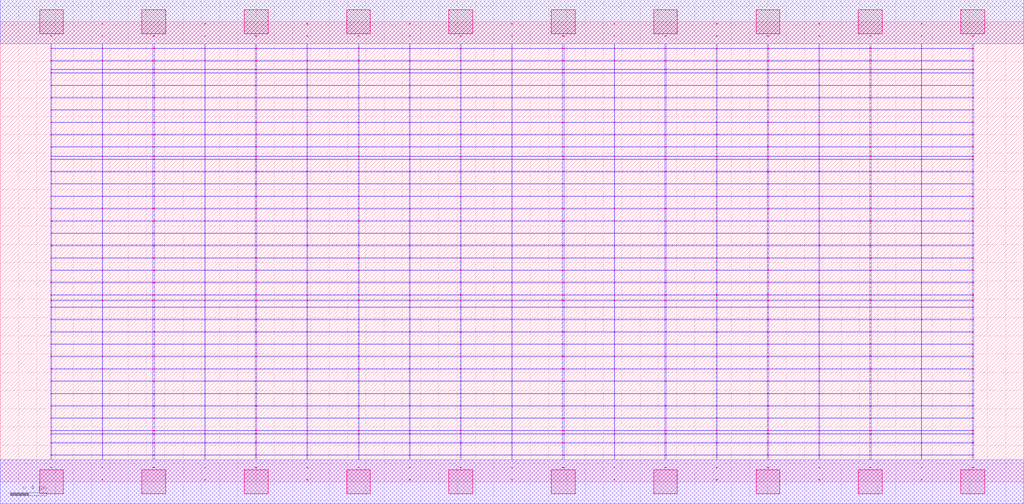
<source format=lef>
MACRO AAOOAI3212_DEBUG
 CLASS CORE ;
 FOREIGN AAOOAI3212_DEBUG 0 0 ;
 SIZE 11.200000000000001 BY 5.04 ;
 ORIGIN 0 0 ;
 SYMMETRY X Y R90 ;
 SITE unit ;

 OBS
    LAYER polycont ;
     RECT 5.59600000 2.58300000 5.60400000 2.59100000 ;
     RECT 5.59600000 2.71800000 5.60400000 2.72600000 ;
     RECT 5.59600000 2.85300000 5.60400000 2.86100000 ;
     RECT 5.59600000 2.98800000 5.60400000 2.99600000 ;
     RECT 7.83600000 2.58300000 7.84400000 2.59100000 ;
     RECT 8.39100000 2.58300000 8.40900000 2.59100000 ;
     RECT 8.95600000 2.58300000 8.96400000 2.59100000 ;
     RECT 9.51100000 2.58300000 9.52900000 2.59100000 ;
     RECT 10.07600000 2.58300000 10.08400000 2.59100000 ;
     RECT 10.63600000 2.58300000 10.64900000 2.59100000 ;
     RECT 6.15100000 2.58300000 6.16900000 2.59100000 ;
     RECT 6.15100000 2.71800000 6.16900000 2.72600000 ;
     RECT 6.71600000 2.71800000 6.72400000 2.72600000 ;
     RECT 7.27100000 2.71800000 7.28900000 2.72600000 ;
     RECT 7.83600000 2.71800000 7.84400000 2.72600000 ;
     RECT 8.39100000 2.71800000 8.40900000 2.72600000 ;
     RECT 8.95600000 2.71800000 8.96400000 2.72600000 ;
     RECT 9.51100000 2.71800000 9.52900000 2.72600000 ;
     RECT 10.07600000 2.71800000 10.08400000 2.72600000 ;
     RECT 10.63600000 2.71800000 10.64900000 2.72600000 ;
     RECT 6.71600000 2.58300000 6.72400000 2.59100000 ;
     RECT 6.15100000 2.85300000 6.16900000 2.86100000 ;
     RECT 6.71600000 2.85300000 6.72400000 2.86100000 ;
     RECT 7.27100000 2.85300000 7.28900000 2.86100000 ;
     RECT 7.83600000 2.85300000 7.84400000 2.86100000 ;
     RECT 8.39100000 2.85300000 8.40900000 2.86100000 ;
     RECT 8.95600000 2.85300000 8.96400000 2.86100000 ;
     RECT 9.51100000 2.85300000 9.52900000 2.86100000 ;
     RECT 10.07600000 2.85300000 10.08400000 2.86100000 ;
     RECT 10.63600000 2.85300000 10.64900000 2.86100000 ;
     RECT 7.27100000 2.58300000 7.28900000 2.59100000 ;
     RECT 6.15100000 2.98800000 6.16900000 2.99600000 ;
     RECT 6.71600000 2.98800000 6.72400000 2.99600000 ;
     RECT 7.27100000 2.98800000 7.28900000 2.99600000 ;
     RECT 7.83600000 2.98800000 7.84400000 2.99600000 ;
     RECT 8.39100000 2.98800000 8.40900000 2.99600000 ;
     RECT 8.95600000 2.98800000 8.96400000 2.99600000 ;
     RECT 9.51100000 2.98800000 9.52900000 2.99600000 ;
     RECT 10.07600000 2.98800000 10.08400000 2.99600000 ;
     RECT 10.63600000 2.98800000 10.64900000 2.99600000 ;
     RECT 1.67100000 2.85300000 1.68900000 2.86100000 ;
     RECT 2.23600000 2.85300000 2.24400000 2.86100000 ;
     RECT 2.79100000 2.85300000 2.80900000 2.86100000 ;
     RECT 3.35600000 2.85300000 3.36400000 2.86100000 ;
     RECT 3.91600000 2.85300000 3.92900000 2.86100000 ;
     RECT 4.47600000 2.85300000 4.48400000 2.86100000 ;
     RECT 5.03100000 2.85300000 5.04400000 2.86100000 ;
     RECT 1.11600000 2.71800000 1.12400000 2.72600000 ;
     RECT 1.67100000 2.71800000 1.68900000 2.72600000 ;
     RECT 2.23600000 2.71800000 2.24400000 2.72600000 ;
     RECT 2.79100000 2.71800000 2.80900000 2.72600000 ;
     RECT 3.35600000 2.71800000 3.36400000 2.72600000 ;
     RECT 3.91600000 2.71800000 3.92900000 2.72600000 ;
     RECT 4.47600000 2.71800000 4.48400000 2.72600000 ;
     RECT 5.03100000 2.71800000 5.04400000 2.72600000 ;
     RECT 1.11600000 2.58300000 1.12400000 2.59100000 ;
     RECT 1.67100000 2.58300000 1.68900000 2.59100000 ;
     RECT 0.55100000 2.98800000 0.56400000 2.99600000 ;
     RECT 1.11600000 2.98800000 1.12400000 2.99600000 ;
     RECT 1.67100000 2.98800000 1.68900000 2.99600000 ;
     RECT 2.23600000 2.98800000 2.24400000 2.99600000 ;
     RECT 2.79100000 2.98800000 2.80900000 2.99600000 ;
     RECT 3.35600000 2.98800000 3.36400000 2.99600000 ;
     RECT 3.91600000 2.98800000 3.92900000 2.99600000 ;
     RECT 4.47600000 2.98800000 4.48400000 2.99600000 ;
     RECT 5.03100000 2.98800000 5.04400000 2.99600000 ;
     RECT 2.23600000 2.58300000 2.24400000 2.59100000 ;
     RECT 2.79100000 2.58300000 2.80900000 2.59100000 ;
     RECT 3.35600000 2.58300000 3.36400000 2.59100000 ;
     RECT 3.91600000 2.58300000 3.92900000 2.59100000 ;
     RECT 4.47600000 2.58300000 4.48400000 2.59100000 ;
     RECT 5.03100000 2.58300000 5.04400000 2.59100000 ;
     RECT 0.55100000 2.58300000 0.56400000 2.59100000 ;
     RECT 0.55100000 2.71800000 0.56400000 2.72600000 ;
     RECT 0.55100000 2.85300000 0.56400000 2.86100000 ;
     RECT 1.11600000 2.85300000 1.12400000 2.86100000 ;
     RECT 4.47600000 3.12300000 4.48400000 3.13100000 ;
     RECT 4.47600000 3.25800000 4.48400000 3.26600000 ;
     RECT 4.47600000 3.39300000 4.48400000 3.40100000 ;
     RECT 4.47600000 3.52800000 4.48400000 3.53600000 ;
     RECT 4.47600000 3.56100000 4.48400000 3.56900000 ;
     RECT 4.47600000 3.66300000 4.48400000 3.67100000 ;
     RECT 4.47600000 3.79800000 4.48400000 3.80600000 ;
     RECT 4.47600000 3.93300000 4.48400000 3.94100000 ;
     RECT 4.47600000 4.06800000 4.48400000 4.07600000 ;
     RECT 4.47600000 4.20300000 4.48400000 4.21100000 ;
     RECT 4.47600000 4.33800000 4.48400000 4.34600000 ;
     RECT 4.47600000 4.47300000 4.48400000 4.48100000 ;
     RECT 4.47600000 4.51100000 4.48400000 4.51900000 ;
     RECT 4.47600000 4.60800000 4.48400000 4.61600000 ;
     RECT 4.47600000 4.74300000 4.48400000 4.75100000 ;
     RECT 4.47600000 4.87800000 4.48400000 4.88600000 ;
     RECT 4.47600000 1.63800000 4.48400000 1.64600000 ;
     RECT 4.47600000 1.77300000 4.48400000 1.78100000 ;
     RECT 4.47600000 1.90800000 4.48400000 1.91600000 ;
     RECT 4.47600000 1.98100000 4.48400000 1.98900000 ;
     RECT 4.47600000 2.04300000 4.48400000 2.05100000 ;
     RECT 4.47600000 2.17800000 4.48400000 2.18600000 ;
     RECT 4.47600000 2.31300000 4.48400000 2.32100000 ;
     RECT 4.47600000 2.44800000 4.48400000 2.45600000 ;
     RECT 4.47600000 0.15300000 4.48400000 0.16100000 ;
     RECT 4.47600000 0.28800000 4.48400000 0.29600000 ;
     RECT 4.47600000 0.42300000 4.48400000 0.43100000 ;
     RECT 4.47600000 0.52100000 4.48400000 0.52900000 ;
     RECT 4.47600000 0.55800000 4.48400000 0.56600000 ;
     RECT 4.47600000 0.69300000 4.48400000 0.70100000 ;
     RECT 4.47600000 0.82800000 4.48400000 0.83600000 ;
     RECT 4.47600000 0.96300000 4.48400000 0.97100000 ;
     RECT 4.47600000 1.09800000 4.48400000 1.10600000 ;
     RECT 4.47600000 1.23300000 4.48400000 1.24100000 ;
     RECT 4.47600000 1.36800000 4.48400000 1.37600000 ;
     RECT 4.47600000 1.50300000 4.48400000 1.51100000 ;

    LAYER pdiffc ;
     RECT 0.55100000 3.39300000 0.55900000 3.40100000 ;
     RECT 3.92100000 3.39300000 3.92900000 3.40100000 ;
     RECT 5.03100000 3.39300000 5.03900000 3.40100000 ;
     RECT 10.64100000 3.39300000 10.64900000 3.40100000 ;
     RECT 0.55100000 3.52800000 0.55900000 3.53600000 ;
     RECT 3.92100000 3.52800000 3.92900000 3.53600000 ;
     RECT 5.03100000 3.52800000 5.03900000 3.53600000 ;
     RECT 10.64100000 3.52800000 10.64900000 3.53600000 ;
     RECT 0.55100000 3.56100000 0.55900000 3.56900000 ;
     RECT 3.92100000 3.56100000 3.92900000 3.56900000 ;
     RECT 5.03100000 3.56100000 5.03900000 3.56900000 ;
     RECT 10.64100000 3.56100000 10.64900000 3.56900000 ;
     RECT 0.55100000 3.66300000 0.55900000 3.67100000 ;
     RECT 3.92100000 3.66300000 3.92900000 3.67100000 ;
     RECT 5.03100000 3.66300000 5.03900000 3.67100000 ;
     RECT 10.64100000 3.66300000 10.64900000 3.67100000 ;
     RECT 0.55100000 3.79800000 0.55900000 3.80600000 ;
     RECT 3.92100000 3.79800000 3.92900000 3.80600000 ;
     RECT 5.03100000 3.79800000 5.03900000 3.80600000 ;
     RECT 10.64100000 3.79800000 10.64900000 3.80600000 ;
     RECT 0.55100000 3.93300000 0.55900000 3.94100000 ;
     RECT 3.92100000 3.93300000 3.92900000 3.94100000 ;
     RECT 5.03100000 3.93300000 5.03900000 3.94100000 ;
     RECT 10.64100000 3.93300000 10.64900000 3.94100000 ;
     RECT 0.55100000 4.06800000 0.55900000 4.07600000 ;
     RECT 3.92100000 4.06800000 3.92900000 4.07600000 ;
     RECT 5.03100000 4.06800000 5.03900000 4.07600000 ;
     RECT 10.64100000 4.06800000 10.64900000 4.07600000 ;
     RECT 0.55100000 4.20300000 0.55900000 4.21100000 ;
     RECT 3.92100000 4.20300000 3.92900000 4.21100000 ;
     RECT 5.03100000 4.20300000 5.03900000 4.21100000 ;
     RECT 10.64100000 4.20300000 10.64900000 4.21100000 ;
     RECT 0.55100000 4.33800000 0.55900000 4.34600000 ;
     RECT 3.92100000 4.33800000 3.92900000 4.34600000 ;
     RECT 5.03100000 4.33800000 5.03900000 4.34600000 ;
     RECT 10.64100000 4.33800000 10.64900000 4.34600000 ;
     RECT 0.55100000 4.47300000 0.55900000 4.48100000 ;
     RECT 3.92100000 4.47300000 3.92900000 4.48100000 ;
     RECT 5.03100000 4.47300000 5.03900000 4.48100000 ;
     RECT 10.64100000 4.47300000 10.64900000 4.48100000 ;
     RECT 0.55100000 4.51100000 0.55900000 4.51900000 ;
     RECT 3.92100000 4.51100000 3.92900000 4.51900000 ;
     RECT 5.03100000 4.51100000 5.03900000 4.51900000 ;
     RECT 10.64100000 4.51100000 10.64900000 4.51900000 ;
     RECT 0.55100000 4.60800000 0.55900000 4.61600000 ;
     RECT 3.92100000 4.60800000 3.92900000 4.61600000 ;
     RECT 5.03100000 4.60800000 5.03900000 4.61600000 ;
     RECT 10.64100000 4.60800000 10.64900000 4.61600000 ;

    LAYER ndiffc ;
     RECT 6.15100000 0.42300000 6.16900000 0.43100000 ;
     RECT 7.27100000 0.42300000 7.28900000 0.43100000 ;
     RECT 8.39100000 0.42300000 8.40900000 0.43100000 ;
     RECT 9.51100000 0.42300000 9.52900000 0.43100000 ;
     RECT 10.63600000 0.42300000 10.64900000 0.43100000 ;
     RECT 6.15100000 0.52100000 6.16900000 0.52900000 ;
     RECT 7.27100000 0.52100000 7.28900000 0.52900000 ;
     RECT 8.39100000 0.52100000 8.40900000 0.52900000 ;
     RECT 9.51100000 0.52100000 9.52900000 0.52900000 ;
     RECT 10.63600000 0.52100000 10.64900000 0.52900000 ;
     RECT 6.15100000 0.55800000 6.16900000 0.56600000 ;
     RECT 7.27100000 0.55800000 7.28900000 0.56600000 ;
     RECT 8.39100000 0.55800000 8.40900000 0.56600000 ;
     RECT 9.51100000 0.55800000 9.52900000 0.56600000 ;
     RECT 10.63600000 0.55800000 10.64900000 0.56600000 ;
     RECT 6.15100000 0.69300000 6.16900000 0.70100000 ;
     RECT 7.27100000 0.69300000 7.28900000 0.70100000 ;
     RECT 8.39100000 0.69300000 8.40900000 0.70100000 ;
     RECT 9.51100000 0.69300000 9.52900000 0.70100000 ;
     RECT 10.63600000 0.69300000 10.64900000 0.70100000 ;
     RECT 6.15100000 0.82800000 6.16900000 0.83600000 ;
     RECT 7.27100000 0.82800000 7.28900000 0.83600000 ;
     RECT 8.39100000 0.82800000 8.40900000 0.83600000 ;
     RECT 9.51100000 0.82800000 9.52900000 0.83600000 ;
     RECT 10.63600000 0.82800000 10.64900000 0.83600000 ;
     RECT 6.15100000 0.96300000 6.16900000 0.97100000 ;
     RECT 7.27100000 0.96300000 7.28900000 0.97100000 ;
     RECT 8.39100000 0.96300000 8.40900000 0.97100000 ;
     RECT 9.51100000 0.96300000 9.52900000 0.97100000 ;
     RECT 10.63600000 0.96300000 10.64900000 0.97100000 ;
     RECT 6.15100000 1.09800000 6.16900000 1.10600000 ;
     RECT 7.27100000 1.09800000 7.28900000 1.10600000 ;
     RECT 8.39100000 1.09800000 8.40900000 1.10600000 ;
     RECT 9.51100000 1.09800000 9.52900000 1.10600000 ;
     RECT 10.63600000 1.09800000 10.64900000 1.10600000 ;
     RECT 6.15100000 1.23300000 6.16900000 1.24100000 ;
     RECT 7.27100000 1.23300000 7.28900000 1.24100000 ;
     RECT 8.39100000 1.23300000 8.40900000 1.24100000 ;
     RECT 9.51100000 1.23300000 9.52900000 1.24100000 ;
     RECT 10.63600000 1.23300000 10.64900000 1.24100000 ;
     RECT 6.15100000 1.36800000 6.16900000 1.37600000 ;
     RECT 7.27100000 1.36800000 7.28900000 1.37600000 ;
     RECT 8.39100000 1.36800000 8.40900000 1.37600000 ;
     RECT 9.51100000 1.36800000 9.52900000 1.37600000 ;
     RECT 10.63600000 1.36800000 10.64900000 1.37600000 ;
     RECT 6.15100000 1.50300000 6.16900000 1.51100000 ;
     RECT 7.27100000 1.50300000 7.28900000 1.51100000 ;
     RECT 8.39100000 1.50300000 8.40900000 1.51100000 ;
     RECT 9.51100000 1.50300000 9.52900000 1.51100000 ;
     RECT 10.63600000 1.50300000 10.64900000 1.51100000 ;
     RECT 6.15100000 1.63800000 6.16900000 1.64600000 ;
     RECT 7.27100000 1.63800000 7.28900000 1.64600000 ;
     RECT 8.39100000 1.63800000 8.40900000 1.64600000 ;
     RECT 9.51100000 1.63800000 9.52900000 1.64600000 ;
     RECT 10.63600000 1.63800000 10.64900000 1.64600000 ;
     RECT 6.15100000 1.77300000 6.16900000 1.78100000 ;
     RECT 7.27100000 1.77300000 7.28900000 1.78100000 ;
     RECT 8.39100000 1.77300000 8.40900000 1.78100000 ;
     RECT 9.51100000 1.77300000 9.52900000 1.78100000 ;
     RECT 10.63600000 1.77300000 10.64900000 1.78100000 ;
     RECT 6.15100000 1.90800000 6.16900000 1.91600000 ;
     RECT 7.27100000 1.90800000 7.28900000 1.91600000 ;
     RECT 8.39100000 1.90800000 8.40900000 1.91600000 ;
     RECT 9.51100000 1.90800000 9.52900000 1.91600000 ;
     RECT 10.63600000 1.90800000 10.64900000 1.91600000 ;
     RECT 6.15100000 1.98100000 6.16900000 1.98900000 ;
     RECT 7.27100000 1.98100000 7.28900000 1.98900000 ;
     RECT 8.39100000 1.98100000 8.40900000 1.98900000 ;
     RECT 9.51100000 1.98100000 9.52900000 1.98900000 ;
     RECT 10.63600000 1.98100000 10.64900000 1.98900000 ;
     RECT 6.15100000 2.04300000 6.16900000 2.05100000 ;
     RECT 7.27100000 2.04300000 7.28900000 2.05100000 ;
     RECT 8.39100000 2.04300000 8.40900000 2.05100000 ;
     RECT 9.51100000 2.04300000 9.52900000 2.05100000 ;
     RECT 10.63600000 2.04300000 10.64900000 2.05100000 ;
     RECT 0.55100000 0.42300000 0.56400000 0.43100000 ;
     RECT 1.67100000 0.42300000 1.68900000 0.43100000 ;
     RECT 2.79100000 0.42300000 2.80900000 0.43100000 ;
     RECT 3.91600000 0.42300000 3.92900000 0.43100000 ;
     RECT 5.03100000 0.42300000 5.04400000 0.43100000 ;
     RECT 0.55100000 1.36800000 0.56400000 1.37600000 ;
     RECT 1.67100000 1.36800000 1.68900000 1.37600000 ;
     RECT 2.79100000 1.36800000 2.80900000 1.37600000 ;
     RECT 3.91600000 1.36800000 3.92900000 1.37600000 ;
     RECT 5.03100000 1.36800000 5.04400000 1.37600000 ;
     RECT 0.55100000 0.82800000 0.56400000 0.83600000 ;
     RECT 1.67100000 0.82800000 1.68900000 0.83600000 ;
     RECT 2.79100000 0.82800000 2.80900000 0.83600000 ;
     RECT 3.91600000 0.82800000 3.92900000 0.83600000 ;
     RECT 5.03100000 0.82800000 5.04400000 0.83600000 ;
     RECT 0.55100000 1.50300000 0.56400000 1.51100000 ;
     RECT 1.67100000 1.50300000 1.68900000 1.51100000 ;
     RECT 2.79100000 1.50300000 2.80900000 1.51100000 ;
     RECT 3.91600000 1.50300000 3.92900000 1.51100000 ;
     RECT 5.03100000 1.50300000 5.04400000 1.51100000 ;
     RECT 0.55100000 0.55800000 0.56400000 0.56600000 ;
     RECT 1.67100000 0.55800000 1.68900000 0.56600000 ;
     RECT 2.79100000 0.55800000 2.80900000 0.56600000 ;
     RECT 3.91600000 0.55800000 3.92900000 0.56600000 ;
     RECT 5.03100000 0.55800000 5.04400000 0.56600000 ;
     RECT 0.55100000 1.63800000 0.56400000 1.64600000 ;
     RECT 1.67100000 1.63800000 1.68900000 1.64600000 ;
     RECT 2.79100000 1.63800000 2.80900000 1.64600000 ;
     RECT 3.91600000 1.63800000 3.92900000 1.64600000 ;
     RECT 5.03100000 1.63800000 5.04400000 1.64600000 ;
     RECT 0.55100000 0.96300000 0.56400000 0.97100000 ;
     RECT 1.67100000 0.96300000 1.68900000 0.97100000 ;
     RECT 2.79100000 0.96300000 2.80900000 0.97100000 ;
     RECT 3.91600000 0.96300000 3.92900000 0.97100000 ;
     RECT 5.03100000 0.96300000 5.04400000 0.97100000 ;
     RECT 0.55100000 1.77300000 0.56400000 1.78100000 ;
     RECT 1.67100000 1.77300000 1.68900000 1.78100000 ;
     RECT 2.79100000 1.77300000 2.80900000 1.78100000 ;
     RECT 3.91600000 1.77300000 3.92900000 1.78100000 ;
     RECT 5.03100000 1.77300000 5.04400000 1.78100000 ;
     RECT 0.55100000 0.52100000 0.56400000 0.52900000 ;
     RECT 1.67100000 0.52100000 1.68900000 0.52900000 ;
     RECT 2.79100000 0.52100000 2.80900000 0.52900000 ;
     RECT 3.91600000 0.52100000 3.92900000 0.52900000 ;
     RECT 5.03100000 0.52100000 5.04400000 0.52900000 ;
     RECT 0.55100000 1.90800000 0.56400000 1.91600000 ;
     RECT 1.67100000 1.90800000 1.68900000 1.91600000 ;
     RECT 2.79100000 1.90800000 2.80900000 1.91600000 ;
     RECT 3.91600000 1.90800000 3.92900000 1.91600000 ;
     RECT 5.03100000 1.90800000 5.04400000 1.91600000 ;
     RECT 0.55100000 1.09800000 0.56400000 1.10600000 ;
     RECT 1.67100000 1.09800000 1.68900000 1.10600000 ;
     RECT 2.79100000 1.09800000 2.80900000 1.10600000 ;
     RECT 3.91600000 1.09800000 3.92900000 1.10600000 ;
     RECT 5.03100000 1.09800000 5.04400000 1.10600000 ;
     RECT 0.55100000 1.98100000 0.56400000 1.98900000 ;
     RECT 1.67100000 1.98100000 1.68900000 1.98900000 ;
     RECT 2.79100000 1.98100000 2.80900000 1.98900000 ;
     RECT 3.91600000 1.98100000 3.92900000 1.98900000 ;
     RECT 5.03100000 1.98100000 5.04400000 1.98900000 ;
     RECT 0.55100000 0.69300000 0.56400000 0.70100000 ;
     RECT 1.67100000 0.69300000 1.68900000 0.70100000 ;
     RECT 2.79100000 0.69300000 2.80900000 0.70100000 ;
     RECT 3.91600000 0.69300000 3.92900000 0.70100000 ;
     RECT 5.03100000 0.69300000 5.04400000 0.70100000 ;
     RECT 0.55100000 2.04300000 0.56400000 2.05100000 ;
     RECT 1.67100000 2.04300000 1.68900000 2.05100000 ;
     RECT 2.79100000 2.04300000 2.80900000 2.05100000 ;
     RECT 3.91600000 2.04300000 3.92900000 2.05100000 ;
     RECT 5.03100000 2.04300000 5.04400000 2.05100000 ;
     RECT 0.55100000 1.23300000 0.56400000 1.24100000 ;
     RECT 1.67100000 1.23300000 1.68900000 1.24100000 ;
     RECT 2.79100000 1.23300000 2.80900000 1.24100000 ;
     RECT 3.91600000 1.23300000 3.92900000 1.24100000 ;
     RECT 5.03100000 1.23300000 5.04400000 1.24100000 ;

    LAYER met1 ;
     RECT 0.00000000 -0.24000000 11.20000000 0.24000000 ;
     RECT 5.59600000 0.24000000 5.60400000 0.28800000 ;
     RECT 0.55100000 0.28800000 10.64900000 0.29600000 ;
     RECT 5.59600000 0.29600000 5.60400000 0.42300000 ;
     RECT 0.55100000 0.42300000 10.64900000 0.43100000 ;
     RECT 5.59600000 0.43100000 5.60400000 0.52100000 ;
     RECT 0.55100000 0.52100000 10.64900000 0.52900000 ;
     RECT 5.59600000 0.52900000 5.60400000 0.55800000 ;
     RECT 0.55100000 0.55800000 10.64900000 0.56600000 ;
     RECT 5.59600000 0.56600000 5.60400000 0.69300000 ;
     RECT 0.55100000 0.69300000 10.64900000 0.70100000 ;
     RECT 5.59600000 0.70100000 5.60400000 0.82800000 ;
     RECT 0.55100000 0.82800000 10.64900000 0.83600000 ;
     RECT 5.59600000 0.83600000 5.60400000 0.96300000 ;
     RECT 0.55100000 0.96300000 10.64900000 0.97100000 ;
     RECT 5.59600000 0.97100000 5.60400000 1.09800000 ;
     RECT 0.55100000 1.09800000 10.64900000 1.10600000 ;
     RECT 5.59600000 1.10600000 5.60400000 1.23300000 ;
     RECT 0.55100000 1.23300000 10.64900000 1.24100000 ;
     RECT 5.59600000 1.24100000 5.60400000 1.36800000 ;
     RECT 0.55100000 1.36800000 10.64900000 1.37600000 ;
     RECT 5.59600000 1.37600000 5.60400000 1.50300000 ;
     RECT 0.55100000 1.50300000 10.64900000 1.51100000 ;
     RECT 5.59600000 1.51100000 5.60400000 1.63800000 ;
     RECT 0.55100000 1.63800000 10.64900000 1.64600000 ;
     RECT 5.59600000 1.64600000 5.60400000 1.77300000 ;
     RECT 0.55100000 1.77300000 10.64900000 1.78100000 ;
     RECT 5.59600000 1.78100000 5.60400000 1.90800000 ;
     RECT 0.55100000 1.90800000 10.64900000 1.91600000 ;
     RECT 5.59600000 1.91600000 5.60400000 1.98100000 ;
     RECT 0.55100000 1.98100000 10.64900000 1.98900000 ;
     RECT 5.59600000 1.98900000 5.60400000 2.04300000 ;
     RECT 0.55100000 2.04300000 10.64900000 2.05100000 ;
     RECT 5.59600000 2.05100000 5.60400000 2.17800000 ;
     RECT 0.55100000 2.17800000 10.64900000 2.18600000 ;
     RECT 5.59600000 2.18600000 5.60400000 2.31300000 ;
     RECT 0.55100000 2.31300000 10.64900000 2.32100000 ;
     RECT 5.59600000 2.32100000 5.60400000 2.44800000 ;
     RECT 0.55100000 2.44800000 10.64900000 2.45600000 ;
     RECT 0.55100000 2.45600000 0.56400000 2.58300000 ;
     RECT 1.11600000 2.45600000 1.12400000 2.58300000 ;
     RECT 1.67100000 2.45600000 1.68900000 2.58300000 ;
     RECT 2.23600000 2.45600000 2.24400000 2.58300000 ;
     RECT 2.79100000 2.45600000 2.80900000 2.58300000 ;
     RECT 3.35600000 2.45600000 3.36400000 2.58300000 ;
     RECT 3.91600000 2.45600000 3.92900000 2.58300000 ;
     RECT 4.47600000 2.45600000 4.48400000 2.58300000 ;
     RECT 5.03100000 2.45600000 5.04400000 2.58300000 ;
     RECT 5.59600000 2.45600000 5.60400000 2.58300000 ;
     RECT 6.15100000 2.45600000 6.16900000 2.58300000 ;
     RECT 6.71600000 2.45600000 6.72400000 2.58300000 ;
     RECT 7.27100000 2.45600000 7.28900000 2.58300000 ;
     RECT 7.83600000 2.45600000 7.84400000 2.58300000 ;
     RECT 8.39100000 2.45600000 8.40900000 2.58300000 ;
     RECT 8.95600000 2.45600000 8.96400000 2.58300000 ;
     RECT 9.51100000 2.45600000 9.52900000 2.58300000 ;
     RECT 10.07600000 2.45600000 10.08400000 2.58300000 ;
     RECT 10.63600000 2.45600000 10.64900000 2.58300000 ;
     RECT 0.55100000 2.58300000 10.64900000 2.59100000 ;
     RECT 5.59600000 2.59100000 5.60400000 2.71800000 ;
     RECT 0.55100000 2.71800000 10.64900000 2.72600000 ;
     RECT 5.59600000 2.72600000 5.60400000 2.85300000 ;
     RECT 0.55100000 2.85300000 10.64900000 2.86100000 ;
     RECT 5.59600000 2.86100000 5.60400000 2.98800000 ;
     RECT 0.55100000 2.98800000 10.64900000 2.99600000 ;
     RECT 5.59600000 2.99600000 5.60400000 3.12300000 ;
     RECT 0.55100000 3.12300000 10.64900000 3.13100000 ;
     RECT 5.59600000 3.13100000 5.60400000 3.25800000 ;
     RECT 0.55100000 3.25800000 10.64900000 3.26600000 ;
     RECT 5.59600000 3.26600000 5.60400000 3.39300000 ;
     RECT 0.55100000 3.39300000 10.64900000 3.40100000 ;
     RECT 5.59600000 3.40100000 5.60400000 3.52800000 ;
     RECT 0.55100000 3.52800000 10.64900000 3.53600000 ;
     RECT 5.59600000 3.53600000 5.60400000 3.56100000 ;
     RECT 0.55100000 3.56100000 10.64900000 3.56900000 ;
     RECT 5.59600000 3.56900000 5.60400000 3.66300000 ;
     RECT 0.55100000 3.66300000 10.64900000 3.67100000 ;
     RECT 5.59600000 3.67100000 5.60400000 3.79800000 ;
     RECT 0.55100000 3.79800000 10.64900000 3.80600000 ;
     RECT 5.59600000 3.80600000 5.60400000 3.93300000 ;
     RECT 0.55100000 3.93300000 10.64900000 3.94100000 ;
     RECT 5.59600000 3.94100000 5.60400000 4.06800000 ;
     RECT 0.55100000 4.06800000 10.64900000 4.07600000 ;
     RECT 5.59600000 4.07600000 5.60400000 4.20300000 ;
     RECT 0.55100000 4.20300000 10.64900000 4.21100000 ;
     RECT 5.59600000 4.21100000 5.60400000 4.33800000 ;
     RECT 0.55100000 4.33800000 10.64900000 4.34600000 ;
     RECT 5.59600000 4.34600000 5.60400000 4.47300000 ;
     RECT 0.55100000 4.47300000 10.64900000 4.48100000 ;
     RECT 5.59600000 4.48100000 5.60400000 4.51100000 ;
     RECT 0.55100000 4.51100000 10.64900000 4.51900000 ;
     RECT 5.59600000 4.51900000 5.60400000 4.60800000 ;
     RECT 0.55100000 4.60800000 10.64900000 4.61600000 ;
     RECT 5.59600000 4.61600000 5.60400000 4.74300000 ;
     RECT 0.55100000 4.74300000 10.64900000 4.75100000 ;
     RECT 5.59600000 4.75100000 5.60400000 4.80000000 ;
     RECT 0.00000000 4.80000000 11.20000000 5.28000000 ;
     RECT 8.39100000 2.99600000 8.40900000 3.12300000 ;
     RECT 8.39100000 3.13100000 8.40900000 3.25800000 ;
     RECT 8.39100000 3.26600000 8.40900000 3.39300000 ;
     RECT 8.39100000 3.40100000 8.40900000 3.52800000 ;
     RECT 8.39100000 3.53600000 8.40900000 3.56100000 ;
     RECT 8.39100000 2.72600000 8.40900000 2.85300000 ;
     RECT 8.39100000 3.56900000 8.40900000 3.66300000 ;
     RECT 8.39100000 3.67100000 8.40900000 3.79800000 ;
     RECT 6.15100000 3.80600000 6.16900000 3.93300000 ;
     RECT 6.71600000 3.80600000 6.72400000 3.93300000 ;
     RECT 7.27100000 3.80600000 7.28900000 3.93300000 ;
     RECT 7.83600000 3.80600000 7.84400000 3.93300000 ;
     RECT 8.39100000 3.80600000 8.40900000 3.93300000 ;
     RECT 8.95600000 3.80600000 8.96400000 3.93300000 ;
     RECT 9.51100000 3.80600000 9.52900000 3.93300000 ;
     RECT 10.07600000 3.80600000 10.08400000 3.93300000 ;
     RECT 10.63600000 3.80600000 10.64900000 3.93300000 ;
     RECT 8.39100000 3.94100000 8.40900000 4.06800000 ;
     RECT 8.39100000 4.07600000 8.40900000 4.20300000 ;
     RECT 8.39100000 4.21100000 8.40900000 4.33800000 ;
     RECT 8.39100000 2.86100000 8.40900000 2.98800000 ;
     RECT 8.39100000 4.34600000 8.40900000 4.47300000 ;
     RECT 8.39100000 4.48100000 8.40900000 4.51100000 ;
     RECT 8.39100000 2.59100000 8.40900000 2.71800000 ;
     RECT 8.39100000 4.51900000 8.40900000 4.60800000 ;
     RECT 8.39100000 4.61600000 8.40900000 4.74300000 ;
     RECT 8.39100000 4.75100000 8.40900000 4.80000000 ;
     RECT 9.51100000 3.94100000 9.52900000 4.06800000 ;
     RECT 8.95600000 4.21100000 8.96400000 4.33800000 ;
     RECT 9.51100000 4.21100000 9.52900000 4.33800000 ;
     RECT 10.07600000 4.21100000 10.08400000 4.33800000 ;
     RECT 10.63600000 4.21100000 10.64900000 4.33800000 ;
     RECT 10.07600000 3.94100000 10.08400000 4.06800000 ;
     RECT 10.63600000 3.94100000 10.64900000 4.06800000 ;
     RECT 8.95600000 4.34600000 8.96400000 4.47300000 ;
     RECT 9.51100000 4.34600000 9.52900000 4.47300000 ;
     RECT 10.07600000 4.34600000 10.08400000 4.47300000 ;
     RECT 10.63600000 4.34600000 10.64900000 4.47300000 ;
     RECT 8.95600000 3.94100000 8.96400000 4.06800000 ;
     RECT 8.95600000 4.48100000 8.96400000 4.51100000 ;
     RECT 9.51100000 4.48100000 9.52900000 4.51100000 ;
     RECT 10.07600000 4.48100000 10.08400000 4.51100000 ;
     RECT 10.63600000 4.48100000 10.64900000 4.51100000 ;
     RECT 8.95600000 4.07600000 8.96400000 4.20300000 ;
     RECT 9.51100000 4.07600000 9.52900000 4.20300000 ;
     RECT 8.95600000 4.51900000 8.96400000 4.60800000 ;
     RECT 9.51100000 4.51900000 9.52900000 4.60800000 ;
     RECT 10.07600000 4.51900000 10.08400000 4.60800000 ;
     RECT 10.63600000 4.51900000 10.64900000 4.60800000 ;
     RECT 10.07600000 4.07600000 10.08400000 4.20300000 ;
     RECT 8.95600000 4.61600000 8.96400000 4.74300000 ;
     RECT 9.51100000 4.61600000 9.52900000 4.74300000 ;
     RECT 10.07600000 4.61600000 10.08400000 4.74300000 ;
     RECT 10.63600000 4.61600000 10.64900000 4.74300000 ;
     RECT 10.63600000 4.07600000 10.64900000 4.20300000 ;
     RECT 8.95600000 4.75100000 8.96400000 4.80000000 ;
     RECT 9.51100000 4.75100000 9.52900000 4.80000000 ;
     RECT 10.07600000 4.75100000 10.08400000 4.80000000 ;
     RECT 10.63600000 4.75100000 10.64900000 4.80000000 ;
     RECT 6.71600000 4.07600000 6.72400000 4.20300000 ;
     RECT 7.27100000 4.07600000 7.28900000 4.20300000 ;
     RECT 7.83600000 4.07600000 7.84400000 4.20300000 ;
     RECT 6.71600000 3.94100000 6.72400000 4.06800000 ;
     RECT 7.27100000 3.94100000 7.28900000 4.06800000 ;
     RECT 6.15100000 4.51900000 6.16900000 4.60800000 ;
     RECT 6.71600000 4.51900000 6.72400000 4.60800000 ;
     RECT 7.27100000 4.51900000 7.28900000 4.60800000 ;
     RECT 7.83600000 4.51900000 7.84400000 4.60800000 ;
     RECT 7.83600000 3.94100000 7.84400000 4.06800000 ;
     RECT 6.15100000 4.34600000 6.16900000 4.47300000 ;
     RECT 6.71600000 4.34600000 6.72400000 4.47300000 ;
     RECT 7.27100000 4.34600000 7.28900000 4.47300000 ;
     RECT 7.83600000 4.34600000 7.84400000 4.47300000 ;
     RECT 6.15100000 4.61600000 6.16900000 4.74300000 ;
     RECT 6.71600000 4.61600000 6.72400000 4.74300000 ;
     RECT 7.27100000 4.61600000 7.28900000 4.74300000 ;
     RECT 7.83600000 4.61600000 7.84400000 4.74300000 ;
     RECT 6.15100000 3.94100000 6.16900000 4.06800000 ;
     RECT 6.15100000 4.07600000 6.16900000 4.20300000 ;
     RECT 6.15100000 4.21100000 6.16900000 4.33800000 ;
     RECT 6.71600000 4.21100000 6.72400000 4.33800000 ;
     RECT 7.27100000 4.21100000 7.28900000 4.33800000 ;
     RECT 6.15100000 4.75100000 6.16900000 4.80000000 ;
     RECT 6.71600000 4.75100000 6.72400000 4.80000000 ;
     RECT 7.27100000 4.75100000 7.28900000 4.80000000 ;
     RECT 7.83600000 4.75100000 7.84400000 4.80000000 ;
     RECT 6.15100000 4.48100000 6.16900000 4.51100000 ;
     RECT 6.71600000 4.48100000 6.72400000 4.51100000 ;
     RECT 7.27100000 4.48100000 7.28900000 4.51100000 ;
     RECT 7.83600000 4.48100000 7.84400000 4.51100000 ;
     RECT 7.83600000 4.21100000 7.84400000 4.33800000 ;
     RECT 7.27100000 3.53600000 7.28900000 3.56100000 ;
     RECT 7.83600000 3.53600000 7.84400000 3.56100000 ;
     RECT 7.83600000 3.13100000 7.84400000 3.25800000 ;
     RECT 6.15100000 2.86100000 6.16900000 2.98800000 ;
     RECT 6.71600000 2.86100000 6.72400000 2.98800000 ;
     RECT 7.83600000 2.72600000 7.84400000 2.85300000 ;
     RECT 6.15100000 3.13100000 6.16900000 3.25800000 ;
     RECT 6.15100000 3.56900000 6.16900000 3.66300000 ;
     RECT 6.71600000 3.56900000 6.72400000 3.66300000 ;
     RECT 7.27100000 3.56900000 7.28900000 3.66300000 ;
     RECT 7.83600000 3.56900000 7.84400000 3.66300000 ;
     RECT 6.15100000 2.59100000 6.16900000 2.71800000 ;
     RECT 6.15100000 3.67100000 6.16900000 3.79800000 ;
     RECT 6.71600000 3.67100000 6.72400000 3.79800000 ;
     RECT 7.27100000 2.86100000 7.28900000 2.98800000 ;
     RECT 7.83600000 2.86100000 7.84400000 2.98800000 ;
     RECT 7.27100000 3.67100000 7.28900000 3.79800000 ;
     RECT 7.83600000 3.67100000 7.84400000 3.79800000 ;
     RECT 6.15100000 2.99600000 6.16900000 3.12300000 ;
     RECT 6.15100000 3.26600000 6.16900000 3.39300000 ;
     RECT 6.71600000 3.26600000 6.72400000 3.39300000 ;
     RECT 7.27100000 3.26600000 7.28900000 3.39300000 ;
     RECT 7.83600000 3.26600000 7.84400000 3.39300000 ;
     RECT 6.71600000 3.13100000 6.72400000 3.25800000 ;
     RECT 6.71600000 2.59100000 6.72400000 2.71800000 ;
     RECT 6.15100000 2.72600000 6.16900000 2.85300000 ;
     RECT 6.15100000 3.40100000 6.16900000 3.52800000 ;
     RECT 6.71600000 3.40100000 6.72400000 3.52800000 ;
     RECT 6.71600000 2.99600000 6.72400000 3.12300000 ;
     RECT 7.27100000 2.99600000 7.28900000 3.12300000 ;
     RECT 7.27100000 3.40100000 7.28900000 3.52800000 ;
     RECT 7.27100000 2.59100000 7.28900000 2.71800000 ;
     RECT 7.83600000 2.59100000 7.84400000 2.71800000 ;
     RECT 7.83600000 3.40100000 7.84400000 3.52800000 ;
     RECT 7.27100000 3.13100000 7.28900000 3.25800000 ;
     RECT 6.71600000 2.72600000 6.72400000 2.85300000 ;
     RECT 7.27100000 2.72600000 7.28900000 2.85300000 ;
     RECT 6.15100000 3.53600000 6.16900000 3.56100000 ;
     RECT 6.71600000 3.53600000 6.72400000 3.56100000 ;
     RECT 7.83600000 2.99600000 7.84400000 3.12300000 ;
     RECT 10.07600000 3.56900000 10.08400000 3.66300000 ;
     RECT 10.63600000 3.56900000 10.64900000 3.66300000 ;
     RECT 8.95600000 2.72600000 8.96400000 2.85300000 ;
     RECT 9.51100000 2.72600000 9.52900000 2.85300000 ;
     RECT 8.95600000 2.99600000 8.96400000 3.12300000 ;
     RECT 8.95600000 3.40100000 8.96400000 3.52800000 ;
     RECT 10.63600000 2.86100000 10.64900000 2.98800000 ;
     RECT 9.51100000 3.40100000 9.52900000 3.52800000 ;
     RECT 10.07600000 3.40100000 10.08400000 3.52800000 ;
     RECT 10.63600000 3.40100000 10.64900000 3.52800000 ;
     RECT 8.95600000 3.67100000 8.96400000 3.79800000 ;
     RECT 9.51100000 3.67100000 9.52900000 3.79800000 ;
     RECT 10.07600000 3.67100000 10.08400000 3.79800000 ;
     RECT 10.63600000 3.67100000 10.64900000 3.79800000 ;
     RECT 10.07600000 2.72600000 10.08400000 2.85300000 ;
     RECT 10.63600000 2.72600000 10.64900000 2.85300000 ;
     RECT 9.51100000 2.99600000 9.52900000 3.12300000 ;
     RECT 8.95600000 2.59100000 8.96400000 2.71800000 ;
     RECT 10.07600000 2.99600000 10.08400000 3.12300000 ;
     RECT 10.63600000 2.99600000 10.64900000 3.12300000 ;
     RECT 9.51100000 2.59100000 9.52900000 2.71800000 ;
     RECT 8.95600000 3.26600000 8.96400000 3.39300000 ;
     RECT 9.51100000 3.26600000 9.52900000 3.39300000 ;
     RECT 10.07600000 3.26600000 10.08400000 3.39300000 ;
     RECT 8.95600000 3.53600000 8.96400000 3.56100000 ;
     RECT 8.95600000 2.86100000 8.96400000 2.98800000 ;
     RECT 9.51100000 3.53600000 9.52900000 3.56100000 ;
     RECT 10.07600000 3.53600000 10.08400000 3.56100000 ;
     RECT 10.63600000 3.53600000 10.64900000 3.56100000 ;
     RECT 10.63600000 3.26600000 10.64900000 3.39300000 ;
     RECT 8.95600000 3.13100000 8.96400000 3.25800000 ;
     RECT 9.51100000 3.13100000 9.52900000 3.25800000 ;
     RECT 10.07600000 3.13100000 10.08400000 3.25800000 ;
     RECT 10.63600000 3.13100000 10.64900000 3.25800000 ;
     RECT 10.63600000 2.59100000 10.64900000 2.71800000 ;
     RECT 9.51100000 2.86100000 9.52900000 2.98800000 ;
     RECT 10.07600000 2.86100000 10.08400000 2.98800000 ;
     RECT 10.07600000 2.59100000 10.08400000 2.71800000 ;
     RECT 8.95600000 3.56900000 8.96400000 3.66300000 ;
     RECT 9.51100000 3.56900000 9.52900000 3.66300000 ;
     RECT 2.79100000 2.59100000 2.80900000 2.71800000 ;
     RECT 2.79100000 2.99600000 2.80900000 3.12300000 ;
     RECT 2.79100000 3.94100000 2.80900000 4.06800000 ;
     RECT 2.79100000 3.40100000 2.80900000 3.52800000 ;
     RECT 2.79100000 4.07600000 2.80900000 4.20300000 ;
     RECT 2.79100000 4.21100000 2.80900000 4.33800000 ;
     RECT 2.79100000 3.53600000 2.80900000 3.56100000 ;
     RECT 2.79100000 4.34600000 2.80900000 4.47300000 ;
     RECT 2.79100000 3.13100000 2.80900000 3.25800000 ;
     RECT 2.79100000 3.56900000 2.80900000 3.66300000 ;
     RECT 2.79100000 4.48100000 2.80900000 4.51100000 ;
     RECT 2.79100000 2.86100000 2.80900000 2.98800000 ;
     RECT 2.79100000 4.51900000 2.80900000 4.60800000 ;
     RECT 2.79100000 2.72600000 2.80900000 2.85300000 ;
     RECT 2.79100000 3.67100000 2.80900000 3.79800000 ;
     RECT 2.79100000 4.61600000 2.80900000 4.74300000 ;
     RECT 2.79100000 3.26600000 2.80900000 3.39300000 ;
     RECT 2.79100000 4.75100000 2.80900000 4.80000000 ;
     RECT 0.55100000 3.80600000 0.56400000 3.93300000 ;
     RECT 1.11600000 3.80600000 1.12400000 3.93300000 ;
     RECT 1.67100000 3.80600000 1.68900000 3.93300000 ;
     RECT 2.23600000 3.80600000 2.24400000 3.93300000 ;
     RECT 2.79100000 3.80600000 2.80900000 3.93300000 ;
     RECT 3.35600000 3.80600000 3.36400000 3.93300000 ;
     RECT 3.91600000 3.80600000 3.92900000 3.93300000 ;
     RECT 4.47600000 3.80600000 4.48400000 3.93300000 ;
     RECT 5.03100000 3.80600000 5.04400000 3.93300000 ;
     RECT 3.35600000 4.48100000 3.36400000 4.51100000 ;
     RECT 3.91600000 4.48100000 3.92900000 4.51100000 ;
     RECT 4.47600000 4.48100000 4.48400000 4.51100000 ;
     RECT 5.03100000 4.48100000 5.04400000 4.51100000 ;
     RECT 4.47600000 4.07600000 4.48400000 4.20300000 ;
     RECT 5.03100000 4.07600000 5.04400000 4.20300000 ;
     RECT 3.35600000 4.51900000 3.36400000 4.60800000 ;
     RECT 3.91600000 4.51900000 3.92900000 4.60800000 ;
     RECT 4.47600000 4.51900000 4.48400000 4.60800000 ;
     RECT 5.03100000 4.51900000 5.04400000 4.60800000 ;
     RECT 4.47600000 3.94100000 4.48400000 4.06800000 ;
     RECT 3.35600000 4.21100000 3.36400000 4.33800000 ;
     RECT 3.91600000 4.21100000 3.92900000 4.33800000 ;
     RECT 3.35600000 4.61600000 3.36400000 4.74300000 ;
     RECT 3.91600000 4.61600000 3.92900000 4.74300000 ;
     RECT 4.47600000 4.61600000 4.48400000 4.74300000 ;
     RECT 5.03100000 4.61600000 5.04400000 4.74300000 ;
     RECT 4.47600000 4.21100000 4.48400000 4.33800000 ;
     RECT 5.03100000 4.21100000 5.04400000 4.33800000 ;
     RECT 3.35600000 4.75100000 3.36400000 4.80000000 ;
     RECT 3.91600000 4.75100000 3.92900000 4.80000000 ;
     RECT 4.47600000 4.75100000 4.48400000 4.80000000 ;
     RECT 5.03100000 4.75100000 5.04400000 4.80000000 ;
     RECT 5.03100000 3.94100000 5.04400000 4.06800000 ;
     RECT 3.35600000 3.94100000 3.36400000 4.06800000 ;
     RECT 3.35600000 4.34600000 3.36400000 4.47300000 ;
     RECT 3.91600000 4.34600000 3.92900000 4.47300000 ;
     RECT 4.47600000 4.34600000 4.48400000 4.47300000 ;
     RECT 5.03100000 4.34600000 5.04400000 4.47300000 ;
     RECT 3.91600000 3.94100000 3.92900000 4.06800000 ;
     RECT 3.35600000 4.07600000 3.36400000 4.20300000 ;
     RECT 3.91600000 4.07600000 3.92900000 4.20300000 ;
     RECT 1.11600000 3.94100000 1.12400000 4.06800000 ;
     RECT 0.55100000 4.07600000 0.56400000 4.20300000 ;
     RECT 0.55100000 4.21100000 0.56400000 4.33800000 ;
     RECT 1.11600000 4.21100000 1.12400000 4.33800000 ;
     RECT 0.55100000 4.61600000 0.56400000 4.74300000 ;
     RECT 1.11600000 4.61600000 1.12400000 4.74300000 ;
     RECT 1.67100000 4.61600000 1.68900000 4.74300000 ;
     RECT 2.23600000 4.61600000 2.24400000 4.74300000 ;
     RECT 1.67100000 4.21100000 1.68900000 4.33800000 ;
     RECT 2.23600000 4.21100000 2.24400000 4.33800000 ;
     RECT 1.11600000 4.07600000 1.12400000 4.20300000 ;
     RECT 0.55100000 4.48100000 0.56400000 4.51100000 ;
     RECT 1.11600000 4.48100000 1.12400000 4.51100000 ;
     RECT 1.67100000 4.48100000 1.68900000 4.51100000 ;
     RECT 0.55100000 4.75100000 0.56400000 4.80000000 ;
     RECT 1.11600000 4.75100000 1.12400000 4.80000000 ;
     RECT 1.67100000 4.75100000 1.68900000 4.80000000 ;
     RECT 2.23600000 4.75100000 2.24400000 4.80000000 ;
     RECT 2.23600000 4.48100000 2.24400000 4.51100000 ;
     RECT 1.67100000 4.07600000 1.68900000 4.20300000 ;
     RECT 2.23600000 4.07600000 2.24400000 4.20300000 ;
     RECT 1.67100000 3.94100000 1.68900000 4.06800000 ;
     RECT 2.23600000 3.94100000 2.24400000 4.06800000 ;
     RECT 0.55100000 3.94100000 0.56400000 4.06800000 ;
     RECT 0.55100000 4.34600000 0.56400000 4.47300000 ;
     RECT 0.55100000 4.51900000 0.56400000 4.60800000 ;
     RECT 1.11600000 4.51900000 1.12400000 4.60800000 ;
     RECT 1.67100000 4.51900000 1.68900000 4.60800000 ;
     RECT 2.23600000 4.51900000 2.24400000 4.60800000 ;
     RECT 1.11600000 4.34600000 1.12400000 4.47300000 ;
     RECT 1.67100000 4.34600000 1.68900000 4.47300000 ;
     RECT 2.23600000 4.34600000 2.24400000 4.47300000 ;
     RECT 0.55100000 3.53600000 0.56400000 3.56100000 ;
     RECT 2.23600000 2.72600000 2.24400000 2.85300000 ;
     RECT 1.11600000 3.53600000 1.12400000 3.56100000 ;
     RECT 0.55100000 3.67100000 0.56400000 3.79800000 ;
     RECT 1.11600000 3.67100000 1.12400000 3.79800000 ;
     RECT 1.67100000 3.67100000 1.68900000 3.79800000 ;
     RECT 2.23600000 3.67100000 2.24400000 3.79800000 ;
     RECT 1.67100000 3.53600000 1.68900000 3.56100000 ;
     RECT 1.11600000 2.99600000 1.12400000 3.12300000 ;
     RECT 1.67100000 3.13100000 1.68900000 3.25800000 ;
     RECT 2.23600000 3.13100000 2.24400000 3.25800000 ;
     RECT 1.67100000 2.99600000 1.68900000 3.12300000 ;
     RECT 0.55100000 3.56900000 0.56400000 3.66300000 ;
     RECT 1.11600000 3.56900000 1.12400000 3.66300000 ;
     RECT 1.67100000 3.56900000 1.68900000 3.66300000 ;
     RECT 2.23600000 3.56900000 2.24400000 3.66300000 ;
     RECT 2.23600000 2.99600000 2.24400000 3.12300000 ;
     RECT 0.55100000 3.26600000 0.56400000 3.39300000 ;
     RECT 1.11600000 3.26600000 1.12400000 3.39300000 ;
     RECT 1.67100000 3.26600000 1.68900000 3.39300000 ;
     RECT 2.23600000 3.26600000 2.24400000 3.39300000 ;
     RECT 2.23600000 2.59100000 2.24400000 2.71800000 ;
     RECT 0.55100000 3.40100000 0.56400000 3.52800000 ;
     RECT 1.67100000 2.59100000 1.68900000 2.71800000 ;
     RECT 0.55100000 2.99600000 0.56400000 3.12300000 ;
     RECT 1.11600000 3.40100000 1.12400000 3.52800000 ;
     RECT 1.67100000 3.40100000 1.68900000 3.52800000 ;
     RECT 2.23600000 3.53600000 2.24400000 3.56100000 ;
     RECT 2.23600000 3.40100000 2.24400000 3.52800000 ;
     RECT 1.11600000 2.86100000 1.12400000 2.98800000 ;
     RECT 1.67100000 2.86100000 1.68900000 2.98800000 ;
     RECT 1.67100000 2.72600000 1.68900000 2.85300000 ;
     RECT 2.23600000 2.86100000 2.24400000 2.98800000 ;
     RECT 0.55100000 3.13100000 0.56400000 3.25800000 ;
     RECT 1.11600000 3.13100000 1.12400000 3.25800000 ;
     RECT 0.55100000 2.59100000 0.56400000 2.71800000 ;
     RECT 1.11600000 2.59100000 1.12400000 2.71800000 ;
     RECT 0.55100000 2.72600000 0.56400000 2.85300000 ;
     RECT 1.11600000 2.72600000 1.12400000 2.85300000 ;
     RECT 0.55100000 2.86100000 0.56400000 2.98800000 ;
     RECT 4.47600000 3.53600000 4.48400000 3.56100000 ;
     RECT 3.35600000 3.56900000 3.36400000 3.66300000 ;
     RECT 3.91600000 3.56900000 3.92900000 3.66300000 ;
     RECT 4.47600000 3.56900000 4.48400000 3.66300000 ;
     RECT 5.03100000 3.56900000 5.04400000 3.66300000 ;
     RECT 5.03100000 3.13100000 5.04400000 3.25800000 ;
     RECT 5.03100000 3.53600000 5.04400000 3.56100000 ;
     RECT 3.35600000 2.86100000 3.36400000 2.98800000 ;
     RECT 3.91600000 2.86100000 3.92900000 2.98800000 ;
     RECT 4.47600000 3.67100000 4.48400000 3.79800000 ;
     RECT 5.03100000 3.67100000 5.04400000 3.79800000 ;
     RECT 4.47600000 2.72600000 4.48400000 2.85300000 ;
     RECT 4.47600000 2.86100000 4.48400000 2.98800000 ;
     RECT 5.03100000 2.86100000 5.04400000 2.98800000 ;
     RECT 4.47600000 2.99600000 4.48400000 3.12300000 ;
     RECT 3.35600000 3.13100000 3.36400000 3.25800000 ;
     RECT 3.91600000 3.13100000 3.92900000 3.25800000 ;
     RECT 3.35600000 3.26600000 3.36400000 3.39300000 ;
     RECT 3.91600000 3.26600000 3.92900000 3.39300000 ;
     RECT 4.47600000 3.26600000 4.48400000 3.39300000 ;
     RECT 4.47600000 3.13100000 4.48400000 3.25800000 ;
     RECT 5.03100000 2.99600000 5.04400000 3.12300000 ;
     RECT 3.91600000 2.59100000 3.92900000 2.71800000 ;
     RECT 4.47600000 2.59100000 4.48400000 2.71800000 ;
     RECT 5.03100000 2.59100000 5.04400000 2.71800000 ;
     RECT 3.35600000 2.59100000 3.36400000 2.71800000 ;
     RECT 3.35600000 2.99600000 3.36400000 3.12300000 ;
     RECT 3.35600000 3.40100000 3.36400000 3.52800000 ;
     RECT 3.91600000 3.40100000 3.92900000 3.52800000 ;
     RECT 5.03100000 3.26600000 5.04400000 3.39300000 ;
     RECT 5.03100000 2.72600000 5.04400000 2.85300000 ;
     RECT 3.35600000 2.72600000 3.36400000 2.85300000 ;
     RECT 3.91600000 2.72600000 3.92900000 2.85300000 ;
     RECT 4.47600000 3.40100000 4.48400000 3.52800000 ;
     RECT 5.03100000 3.40100000 5.04400000 3.52800000 ;
     RECT 3.91600000 2.99600000 3.92900000 3.12300000 ;
     RECT 3.35600000 3.53600000 3.36400000 3.56100000 ;
     RECT 3.91600000 3.53600000 3.92900000 3.56100000 ;
     RECT 3.35600000 3.67100000 3.36400000 3.79800000 ;
     RECT 3.91600000 3.67100000 3.92900000 3.79800000 ;
     RECT 5.03100000 1.10600000 5.04400000 1.23300000 ;
     RECT 2.79100000 1.24100000 2.80900000 1.36800000 ;
     RECT 2.79100000 1.37600000 2.80900000 1.50300000 ;
     RECT 2.79100000 1.51100000 2.80900000 1.63800000 ;
     RECT 2.79100000 1.64600000 2.80900000 1.77300000 ;
     RECT 2.79100000 1.78100000 2.80900000 1.90800000 ;
     RECT 2.79100000 0.43100000 2.80900000 0.52100000 ;
     RECT 2.79100000 1.91600000 2.80900000 1.98100000 ;
     RECT 2.79100000 1.98900000 2.80900000 2.04300000 ;
     RECT 2.79100000 0.24000000 2.80900000 0.28800000 ;
     RECT 2.79100000 2.05100000 2.80900000 2.17800000 ;
     RECT 2.79100000 2.18600000 2.80900000 2.31300000 ;
     RECT 2.79100000 2.32100000 2.80900000 2.44800000 ;
     RECT 2.79100000 0.52900000 2.80900000 0.55800000 ;
     RECT 2.79100000 0.56600000 2.80900000 0.69300000 ;
     RECT 2.79100000 0.70100000 2.80900000 0.82800000 ;
     RECT 2.79100000 0.83600000 2.80900000 0.96300000 ;
     RECT 2.79100000 0.97100000 2.80900000 1.09800000 ;
     RECT 2.79100000 0.29600000 2.80900000 0.42300000 ;
     RECT 0.55100000 1.10600000 0.56400000 1.23300000 ;
     RECT 1.11600000 1.10600000 1.12400000 1.23300000 ;
     RECT 1.67100000 1.10600000 1.68900000 1.23300000 ;
     RECT 2.23600000 1.10600000 2.24400000 1.23300000 ;
     RECT 2.79100000 1.10600000 2.80900000 1.23300000 ;
     RECT 3.35600000 1.10600000 3.36400000 1.23300000 ;
     RECT 3.91600000 1.10600000 3.92900000 1.23300000 ;
     RECT 4.47600000 1.10600000 4.48400000 1.23300000 ;
     RECT 3.35600000 1.37600000 3.36400000 1.50300000 ;
     RECT 3.35600000 1.91600000 3.36400000 1.98100000 ;
     RECT 3.91600000 1.91600000 3.92900000 1.98100000 ;
     RECT 4.47600000 1.91600000 4.48400000 1.98100000 ;
     RECT 5.03100000 1.91600000 5.04400000 1.98100000 ;
     RECT 3.91600000 1.37600000 3.92900000 1.50300000 ;
     RECT 3.35600000 1.98900000 3.36400000 2.04300000 ;
     RECT 3.91600000 1.98900000 3.92900000 2.04300000 ;
     RECT 4.47600000 1.98900000 4.48400000 2.04300000 ;
     RECT 5.03100000 1.98900000 5.04400000 2.04300000 ;
     RECT 4.47600000 1.37600000 4.48400000 1.50300000 ;
     RECT 5.03100000 1.37600000 5.04400000 1.50300000 ;
     RECT 3.35600000 2.05100000 3.36400000 2.17800000 ;
     RECT 3.91600000 2.05100000 3.92900000 2.17800000 ;
     RECT 4.47600000 2.05100000 4.48400000 2.17800000 ;
     RECT 5.03100000 2.05100000 5.04400000 2.17800000 ;
     RECT 3.91600000 1.24100000 3.92900000 1.36800000 ;
     RECT 3.35600000 2.18600000 3.36400000 2.31300000 ;
     RECT 3.91600000 2.18600000 3.92900000 2.31300000 ;
     RECT 4.47600000 2.18600000 4.48400000 2.31300000 ;
     RECT 5.03100000 2.18600000 5.04400000 2.31300000 ;
     RECT 3.35600000 1.51100000 3.36400000 1.63800000 ;
     RECT 3.35600000 2.32100000 3.36400000 2.44800000 ;
     RECT 3.91600000 2.32100000 3.92900000 2.44800000 ;
     RECT 4.47600000 2.32100000 4.48400000 2.44800000 ;
     RECT 5.03100000 2.32100000 5.04400000 2.44800000 ;
     RECT 3.91600000 1.51100000 3.92900000 1.63800000 ;
     RECT 4.47600000 1.51100000 4.48400000 1.63800000 ;
     RECT 5.03100000 1.51100000 5.04400000 1.63800000 ;
     RECT 4.47600000 1.24100000 4.48400000 1.36800000 ;
     RECT 3.35600000 1.64600000 3.36400000 1.77300000 ;
     RECT 3.91600000 1.64600000 3.92900000 1.77300000 ;
     RECT 4.47600000 1.64600000 4.48400000 1.77300000 ;
     RECT 5.03100000 1.64600000 5.04400000 1.77300000 ;
     RECT 5.03100000 1.24100000 5.04400000 1.36800000 ;
     RECT 3.35600000 1.78100000 3.36400000 1.90800000 ;
     RECT 3.91600000 1.78100000 3.92900000 1.90800000 ;
     RECT 4.47600000 1.78100000 4.48400000 1.90800000 ;
     RECT 5.03100000 1.78100000 5.04400000 1.90800000 ;
     RECT 3.35600000 1.24100000 3.36400000 1.36800000 ;
     RECT 1.11600000 2.05100000 1.12400000 2.17800000 ;
     RECT 1.67100000 2.05100000 1.68900000 2.17800000 ;
     RECT 2.23600000 2.05100000 2.24400000 2.17800000 ;
     RECT 1.11600000 1.78100000 1.12400000 1.90800000 ;
     RECT 1.67100000 1.78100000 1.68900000 1.90800000 ;
     RECT 2.23600000 1.78100000 2.24400000 1.90800000 ;
     RECT 1.67100000 1.51100000 1.68900000 1.63800000 ;
     RECT 2.23600000 1.51100000 2.24400000 1.63800000 ;
     RECT 0.55100000 2.18600000 0.56400000 2.31300000 ;
     RECT 1.11600000 2.18600000 1.12400000 2.31300000 ;
     RECT 1.67100000 2.18600000 1.68900000 2.31300000 ;
     RECT 2.23600000 2.18600000 2.24400000 2.31300000 ;
     RECT 1.11600000 1.37600000 1.12400000 1.50300000 ;
     RECT 1.67100000 1.37600000 1.68900000 1.50300000 ;
     RECT 2.23600000 1.37600000 2.24400000 1.50300000 ;
     RECT 1.11600000 1.24100000 1.12400000 1.36800000 ;
     RECT 0.55100000 1.91600000 0.56400000 1.98100000 ;
     RECT 0.55100000 2.32100000 0.56400000 2.44800000 ;
     RECT 1.11600000 2.32100000 1.12400000 2.44800000 ;
     RECT 1.67100000 2.32100000 1.68900000 2.44800000 ;
     RECT 2.23600000 2.32100000 2.24400000 2.44800000 ;
     RECT 1.11600000 1.91600000 1.12400000 1.98100000 ;
     RECT 1.67100000 1.91600000 1.68900000 1.98100000 ;
     RECT 2.23600000 1.91600000 2.24400000 1.98100000 ;
     RECT 1.67100000 1.24100000 1.68900000 1.36800000 ;
     RECT 0.55100000 1.64600000 0.56400000 1.77300000 ;
     RECT 1.11600000 1.64600000 1.12400000 1.77300000 ;
     RECT 1.67100000 1.64600000 1.68900000 1.77300000 ;
     RECT 2.23600000 1.64600000 2.24400000 1.77300000 ;
     RECT 0.55100000 1.98900000 0.56400000 2.04300000 ;
     RECT 1.11600000 1.98900000 1.12400000 2.04300000 ;
     RECT 1.67100000 1.98900000 1.68900000 2.04300000 ;
     RECT 2.23600000 1.98900000 2.24400000 2.04300000 ;
     RECT 2.23600000 1.24100000 2.24400000 1.36800000 ;
     RECT 0.55100000 1.24100000 0.56400000 1.36800000 ;
     RECT 0.55100000 1.37600000 0.56400000 1.50300000 ;
     RECT 0.55100000 1.51100000 0.56400000 1.63800000 ;
     RECT 1.11600000 1.51100000 1.12400000 1.63800000 ;
     RECT 0.55100000 1.78100000 0.56400000 1.90800000 ;
     RECT 0.55100000 2.05100000 0.56400000 2.17800000 ;
     RECT 2.23600000 0.56600000 2.24400000 0.69300000 ;
     RECT 2.23600000 0.43100000 2.24400000 0.52100000 ;
     RECT 0.55100000 0.24000000 0.56400000 0.28800000 ;
     RECT 0.55100000 0.70100000 0.56400000 0.82800000 ;
     RECT 1.11600000 0.70100000 1.12400000 0.82800000 ;
     RECT 1.67100000 0.70100000 1.68900000 0.82800000 ;
     RECT 2.23600000 0.70100000 2.24400000 0.82800000 ;
     RECT 1.67100000 0.24000000 1.68900000 0.28800000 ;
     RECT 1.11600000 0.24000000 1.12400000 0.28800000 ;
     RECT 0.55100000 0.29600000 0.56400000 0.42300000 ;
     RECT 0.55100000 0.83600000 0.56400000 0.96300000 ;
     RECT 1.11600000 0.83600000 1.12400000 0.96300000 ;
     RECT 1.67100000 0.83600000 1.68900000 0.96300000 ;
     RECT 2.23600000 0.83600000 2.24400000 0.96300000 ;
     RECT 0.55100000 0.43100000 0.56400000 0.52100000 ;
     RECT 1.11600000 0.29600000 1.12400000 0.42300000 ;
     RECT 1.67100000 0.29600000 1.68900000 0.42300000 ;
     RECT 0.55100000 0.97100000 0.56400000 1.09800000 ;
     RECT 1.11600000 0.97100000 1.12400000 1.09800000 ;
     RECT 1.67100000 0.97100000 1.68900000 1.09800000 ;
     RECT 2.23600000 0.97100000 2.24400000 1.09800000 ;
     RECT 0.55100000 0.52900000 0.56400000 0.55800000 ;
     RECT 2.23600000 0.29600000 2.24400000 0.42300000 ;
     RECT 1.11600000 0.43100000 1.12400000 0.52100000 ;
     RECT 2.23600000 0.24000000 2.24400000 0.28800000 ;
     RECT 1.11600000 0.52900000 1.12400000 0.55800000 ;
     RECT 1.67100000 0.52900000 1.68900000 0.55800000 ;
     RECT 2.23600000 0.52900000 2.24400000 0.55800000 ;
     RECT 1.67100000 0.43100000 1.68900000 0.52100000 ;
     RECT 0.55100000 0.56600000 0.56400000 0.69300000 ;
     RECT 1.11600000 0.56600000 1.12400000 0.69300000 ;
     RECT 1.67100000 0.56600000 1.68900000 0.69300000 ;
     RECT 4.47600000 0.52900000 4.48400000 0.55800000 ;
     RECT 5.03100000 0.52900000 5.04400000 0.55800000 ;
     RECT 3.91600000 0.24000000 3.92900000 0.28800000 ;
     RECT 4.47600000 0.24000000 4.48400000 0.28800000 ;
     RECT 5.03100000 0.43100000 5.04400000 0.52100000 ;
     RECT 3.91600000 0.29600000 3.92900000 0.42300000 ;
     RECT 3.35600000 0.29600000 3.36400000 0.42300000 ;
     RECT 3.35600000 0.83600000 3.36400000 0.96300000 ;
     RECT 3.91600000 0.83600000 3.92900000 0.96300000 ;
     RECT 4.47600000 0.83600000 4.48400000 0.96300000 ;
     RECT 5.03100000 0.83600000 5.04400000 0.96300000 ;
     RECT 3.35600000 0.24000000 3.36400000 0.28800000 ;
     RECT 4.47600000 0.29600000 4.48400000 0.42300000 ;
     RECT 3.35600000 0.56600000 3.36400000 0.69300000 ;
     RECT 3.91600000 0.56600000 3.92900000 0.69300000 ;
     RECT 4.47600000 0.56600000 4.48400000 0.69300000 ;
     RECT 5.03100000 0.56600000 5.04400000 0.69300000 ;
     RECT 5.03100000 0.24000000 5.04400000 0.28800000 ;
     RECT 3.35600000 0.97100000 3.36400000 1.09800000 ;
     RECT 3.91600000 0.97100000 3.92900000 1.09800000 ;
     RECT 4.47600000 0.97100000 4.48400000 1.09800000 ;
     RECT 5.03100000 0.97100000 5.04400000 1.09800000 ;
     RECT 3.91600000 0.43100000 3.92900000 0.52100000 ;
     RECT 4.47600000 0.43100000 4.48400000 0.52100000 ;
     RECT 3.35600000 0.43100000 3.36400000 0.52100000 ;
     RECT 5.03100000 0.29600000 5.04400000 0.42300000 ;
     RECT 3.35600000 0.52900000 3.36400000 0.55800000 ;
     RECT 3.91600000 0.52900000 3.92900000 0.55800000 ;
     RECT 3.35600000 0.70100000 3.36400000 0.82800000 ;
     RECT 3.91600000 0.70100000 3.92900000 0.82800000 ;
     RECT 4.47600000 0.70100000 4.48400000 0.82800000 ;
     RECT 5.03100000 0.70100000 5.04400000 0.82800000 ;
     RECT 8.39100000 1.78100000 8.40900000 1.90800000 ;
     RECT 8.39100000 0.97100000 8.40900000 1.09800000 ;
     RECT 8.39100000 1.91600000 8.40900000 1.98100000 ;
     RECT 8.39100000 0.56600000 8.40900000 0.69300000 ;
     RECT 6.15100000 1.10600000 6.16900000 1.23300000 ;
     RECT 6.71600000 1.10600000 6.72400000 1.23300000 ;
     RECT 7.27100000 1.10600000 7.28900000 1.23300000 ;
     RECT 7.83600000 1.10600000 7.84400000 1.23300000 ;
     RECT 8.39100000 1.10600000 8.40900000 1.23300000 ;
     RECT 8.39100000 1.98900000 8.40900000 2.04300000 ;
     RECT 8.95600000 1.10600000 8.96400000 1.23300000 ;
     RECT 9.51100000 1.10600000 9.52900000 1.23300000 ;
     RECT 10.07600000 1.10600000 10.08400000 1.23300000 ;
     RECT 10.63600000 1.10600000 10.64900000 1.23300000 ;
     RECT 8.39100000 0.43100000 8.40900000 0.52100000 ;
     RECT 8.39100000 2.05100000 8.40900000 2.17800000 ;
     RECT 8.39100000 0.29600000 8.40900000 0.42300000 ;
     RECT 8.39100000 1.24100000 8.40900000 1.36800000 ;
     RECT 8.39100000 2.18600000 8.40900000 2.31300000 ;
     RECT 8.39100000 0.70100000 8.40900000 0.82800000 ;
     RECT 8.39100000 2.32100000 8.40900000 2.44800000 ;
     RECT 8.39100000 1.37600000 8.40900000 1.50300000 ;
     RECT 8.39100000 0.24000000 8.40900000 0.28800000 ;
     RECT 8.39100000 0.52900000 8.40900000 0.55800000 ;
     RECT 8.39100000 1.51100000 8.40900000 1.63800000 ;
     RECT 8.39100000 0.83600000 8.40900000 0.96300000 ;
     RECT 8.39100000 1.64600000 8.40900000 1.77300000 ;
     RECT 8.95600000 1.91600000 8.96400000 1.98100000 ;
     RECT 8.95600000 2.05100000 8.96400000 2.17800000 ;
     RECT 9.51100000 2.05100000 9.52900000 2.17800000 ;
     RECT 10.07600000 2.05100000 10.08400000 2.17800000 ;
     RECT 10.63600000 2.05100000 10.64900000 2.17800000 ;
     RECT 9.51100000 1.91600000 9.52900000 1.98100000 ;
     RECT 10.07600000 1.91600000 10.08400000 1.98100000 ;
     RECT 8.95600000 1.24100000 8.96400000 1.36800000 ;
     RECT 9.51100000 1.24100000 9.52900000 1.36800000 ;
     RECT 8.95600000 1.98900000 8.96400000 2.04300000 ;
     RECT 8.95600000 2.18600000 8.96400000 2.31300000 ;
     RECT 9.51100000 2.18600000 9.52900000 2.31300000 ;
     RECT 10.07600000 2.18600000 10.08400000 2.31300000 ;
     RECT 10.63600000 2.18600000 10.64900000 2.31300000 ;
     RECT 10.07600000 1.24100000 10.08400000 1.36800000 ;
     RECT 10.63600000 1.24100000 10.64900000 1.36800000 ;
     RECT 9.51100000 1.98900000 9.52900000 2.04300000 ;
     RECT 10.07600000 1.98900000 10.08400000 2.04300000 ;
     RECT 8.95600000 2.32100000 8.96400000 2.44800000 ;
     RECT 9.51100000 2.32100000 9.52900000 2.44800000 ;
     RECT 10.07600000 2.32100000 10.08400000 2.44800000 ;
     RECT 10.63600000 2.32100000 10.64900000 2.44800000 ;
     RECT 10.63600000 1.98900000 10.64900000 2.04300000 ;
     RECT 8.95600000 1.37600000 8.96400000 1.50300000 ;
     RECT 9.51100000 1.37600000 9.52900000 1.50300000 ;
     RECT 10.07600000 1.37600000 10.08400000 1.50300000 ;
     RECT 10.63600000 1.37600000 10.64900000 1.50300000 ;
     RECT 10.63600000 1.91600000 10.64900000 1.98100000 ;
     RECT 10.07600000 1.78100000 10.08400000 1.90800000 ;
     RECT 10.63600000 1.78100000 10.64900000 1.90800000 ;
     RECT 8.95600000 1.51100000 8.96400000 1.63800000 ;
     RECT 9.51100000 1.51100000 9.52900000 1.63800000 ;
     RECT 10.07600000 1.51100000 10.08400000 1.63800000 ;
     RECT 10.63600000 1.51100000 10.64900000 1.63800000 ;
     RECT 8.95600000 1.78100000 8.96400000 1.90800000 ;
     RECT 9.51100000 1.78100000 9.52900000 1.90800000 ;
     RECT 8.95600000 1.64600000 8.96400000 1.77300000 ;
     RECT 9.51100000 1.64600000 9.52900000 1.77300000 ;
     RECT 10.07600000 1.64600000 10.08400000 1.77300000 ;
     RECT 10.63600000 1.64600000 10.64900000 1.77300000 ;
     RECT 7.27100000 1.98900000 7.28900000 2.04300000 ;
     RECT 6.15100000 2.32100000 6.16900000 2.44800000 ;
     RECT 6.71600000 2.32100000 6.72400000 2.44800000 ;
     RECT 7.27100000 2.32100000 7.28900000 2.44800000 ;
     RECT 7.83600000 2.32100000 7.84400000 2.44800000 ;
     RECT 7.83600000 1.98900000 7.84400000 2.04300000 ;
     RECT 6.71600000 1.78100000 6.72400000 1.90800000 ;
     RECT 6.15100000 1.91600000 6.16900000 1.98100000 ;
     RECT 6.71600000 1.91600000 6.72400000 1.98100000 ;
     RECT 7.27100000 1.91600000 7.28900000 1.98100000 ;
     RECT 6.15100000 1.37600000 6.16900000 1.50300000 ;
     RECT 6.71600000 1.37600000 6.72400000 1.50300000 ;
     RECT 7.27100000 1.37600000 7.28900000 1.50300000 ;
     RECT 7.83600000 1.37600000 7.84400000 1.50300000 ;
     RECT 6.15100000 1.24100000 6.16900000 1.36800000 ;
     RECT 6.71600000 1.24100000 6.72400000 1.36800000 ;
     RECT 7.27100000 1.24100000 7.28900000 1.36800000 ;
     RECT 7.83600000 1.24100000 7.84400000 1.36800000 ;
     RECT 7.83600000 1.91600000 7.84400000 1.98100000 ;
     RECT 7.27100000 1.78100000 7.28900000 1.90800000 ;
     RECT 7.83600000 1.78100000 7.84400000 1.90800000 ;
     RECT 6.15100000 1.51100000 6.16900000 1.63800000 ;
     RECT 6.71600000 1.51100000 6.72400000 1.63800000 ;
     RECT 7.27100000 1.51100000 7.28900000 1.63800000 ;
     RECT 7.83600000 1.51100000 7.84400000 1.63800000 ;
     RECT 6.15100000 2.18600000 6.16900000 2.31300000 ;
     RECT 6.71600000 2.18600000 6.72400000 2.31300000 ;
     RECT 7.27100000 2.18600000 7.28900000 2.31300000 ;
     RECT 7.83600000 2.18600000 7.84400000 2.31300000 ;
     RECT 6.15100000 1.78100000 6.16900000 1.90800000 ;
     RECT 6.15100000 1.98900000 6.16900000 2.04300000 ;
     RECT 6.15100000 1.64600000 6.16900000 1.77300000 ;
     RECT 6.71600000 1.64600000 6.72400000 1.77300000 ;
     RECT 7.27100000 1.64600000 7.28900000 1.77300000 ;
     RECT 7.83600000 1.64600000 7.84400000 1.77300000 ;
     RECT 6.71600000 1.98900000 6.72400000 2.04300000 ;
     RECT 6.15100000 2.05100000 6.16900000 2.17800000 ;
     RECT 6.71600000 2.05100000 6.72400000 2.17800000 ;
     RECT 7.27100000 2.05100000 7.28900000 2.17800000 ;
     RECT 7.83600000 2.05100000 7.84400000 2.17800000 ;
     RECT 6.71600000 0.52900000 6.72400000 0.55800000 ;
     RECT 7.27100000 0.52900000 7.28900000 0.55800000 ;
     RECT 7.83600000 0.52900000 7.84400000 0.55800000 ;
     RECT 6.71600000 0.43100000 6.72400000 0.52100000 ;
     RECT 6.15100000 0.83600000 6.16900000 0.96300000 ;
     RECT 7.27100000 0.43100000 7.28900000 0.52100000 ;
     RECT 7.83600000 0.43100000 7.84400000 0.52100000 ;
     RECT 7.83600000 0.29600000 7.84400000 0.42300000 ;
     RECT 6.15100000 0.56600000 6.16900000 0.69300000 ;
     RECT 6.71600000 0.56600000 6.72400000 0.69300000 ;
     RECT 7.27100000 0.29600000 7.28900000 0.42300000 ;
     RECT 7.27100000 0.56600000 7.28900000 0.69300000 ;
     RECT 7.83600000 0.56600000 7.84400000 0.69300000 ;
     RECT 6.71600000 0.97100000 6.72400000 1.09800000 ;
     RECT 6.71600000 0.83600000 6.72400000 0.96300000 ;
     RECT 7.27100000 0.83600000 7.28900000 0.96300000 ;
     RECT 7.83600000 0.83600000 7.84400000 0.96300000 ;
     RECT 6.15100000 0.70100000 6.16900000 0.82800000 ;
     RECT 6.71600000 0.70100000 6.72400000 0.82800000 ;
     RECT 7.27100000 0.70100000 7.28900000 0.82800000 ;
     RECT 7.83600000 0.70100000 7.84400000 0.82800000 ;
     RECT 7.27100000 0.97100000 7.28900000 1.09800000 ;
     RECT 7.83600000 0.97100000 7.84400000 1.09800000 ;
     RECT 7.27100000 0.24000000 7.28900000 0.28800000 ;
     RECT 7.83600000 0.24000000 7.84400000 0.28800000 ;
     RECT 6.15100000 0.97100000 6.16900000 1.09800000 ;
     RECT 6.15100000 0.52900000 6.16900000 0.55800000 ;
     RECT 6.15100000 0.24000000 6.16900000 0.28800000 ;
     RECT 6.71600000 0.24000000 6.72400000 0.28800000 ;
     RECT 6.15100000 0.29600000 6.16900000 0.42300000 ;
     RECT 6.71600000 0.29600000 6.72400000 0.42300000 ;
     RECT 6.15100000 0.43100000 6.16900000 0.52100000 ;
     RECT 10.63600000 0.56600000 10.64900000 0.69300000 ;
     RECT 8.95600000 0.56600000 8.96400000 0.69300000 ;
     RECT 8.95600000 0.43100000 8.96400000 0.52100000 ;
     RECT 8.95600000 0.70100000 8.96400000 0.82800000 ;
     RECT 9.51100000 0.70100000 9.52900000 0.82800000 ;
     RECT 10.07600000 0.70100000 10.08400000 0.82800000 ;
     RECT 9.51100000 0.43100000 9.52900000 0.52100000 ;
     RECT 10.07600000 0.43100000 10.08400000 0.52100000 ;
     RECT 8.95600000 0.83600000 8.96400000 0.96300000 ;
     RECT 9.51100000 0.83600000 9.52900000 0.96300000 ;
     RECT 10.07600000 0.83600000 10.08400000 0.96300000 ;
     RECT 10.63600000 0.83600000 10.64900000 0.96300000 ;
     RECT 9.51100000 0.52900000 9.52900000 0.55800000 ;
     RECT 10.07600000 0.52900000 10.08400000 0.55800000 ;
     RECT 10.63600000 0.52900000 10.64900000 0.55800000 ;
     RECT 10.63600000 0.43100000 10.64900000 0.52100000 ;
     RECT 8.95600000 0.24000000 8.96400000 0.28800000 ;
     RECT 8.95600000 0.29600000 8.96400000 0.42300000 ;
     RECT 9.51100000 0.29600000 9.52900000 0.42300000 ;
     RECT 9.51100000 0.56600000 9.52900000 0.69300000 ;
     RECT 10.07600000 0.56600000 10.08400000 0.69300000 ;
     RECT 9.51100000 0.97100000 9.52900000 1.09800000 ;
     RECT 8.95600000 0.52900000 8.96400000 0.55800000 ;
     RECT 10.07600000 0.97100000 10.08400000 1.09800000 ;
     RECT 9.51100000 0.24000000 9.52900000 0.28800000 ;
     RECT 10.07600000 0.24000000 10.08400000 0.28800000 ;
     RECT 10.63600000 0.24000000 10.64900000 0.28800000 ;
     RECT 10.63600000 0.70100000 10.64900000 0.82800000 ;
     RECT 10.63600000 0.29600000 10.64900000 0.42300000 ;
     RECT 10.07600000 0.29600000 10.08400000 0.42300000 ;
     RECT 10.63600000 0.97100000 10.64900000 1.09800000 ;
     RECT 8.95600000 0.97100000 8.96400000 1.09800000 ;

    LAYER via1 ;
     RECT 5.59600000 0.01800000 5.60400000 0.02600000 ;
     RECT 5.59600000 0.15300000 5.60400000 0.16100000 ;
     RECT 5.59600000 0.28800000 5.60400000 0.29600000 ;
     RECT 5.59600000 0.42300000 5.60400000 0.43100000 ;
     RECT 5.59600000 0.52100000 5.60400000 0.52900000 ;
     RECT 5.59600000 0.55800000 5.60400000 0.56600000 ;
     RECT 5.59600000 0.69300000 5.60400000 0.70100000 ;
     RECT 5.59600000 0.82800000 5.60400000 0.83600000 ;
     RECT 5.59600000 0.96300000 5.60400000 0.97100000 ;
     RECT 5.59600000 1.09800000 5.60400000 1.10600000 ;
     RECT 5.59600000 1.23300000 5.60400000 1.24100000 ;
     RECT 5.59600000 1.36800000 5.60400000 1.37600000 ;
     RECT 5.59600000 1.50300000 5.60400000 1.51100000 ;
     RECT 5.59600000 1.63800000 5.60400000 1.64600000 ;
     RECT 5.59600000 1.77300000 5.60400000 1.78100000 ;
     RECT 5.59600000 1.90800000 5.60400000 1.91600000 ;
     RECT 5.59600000 1.98100000 5.60400000 1.98900000 ;
     RECT 5.59600000 2.04300000 5.60400000 2.05100000 ;
     RECT 5.59600000 2.17800000 5.60400000 2.18600000 ;
     RECT 5.59600000 2.31300000 5.60400000 2.32100000 ;
     RECT 5.59600000 2.44800000 5.60400000 2.45600000 ;
     RECT 5.59600000 2.58300000 5.60400000 2.59100000 ;
     RECT 5.59600000 2.71800000 5.60400000 2.72600000 ;
     RECT 5.59600000 2.85300000 5.60400000 2.86100000 ;
     RECT 5.59600000 2.98800000 5.60400000 2.99600000 ;
     RECT 5.59600000 3.12300000 5.60400000 3.13100000 ;
     RECT 5.59600000 3.25800000 5.60400000 3.26600000 ;
     RECT 5.59600000 3.39300000 5.60400000 3.40100000 ;
     RECT 5.59600000 3.52800000 5.60400000 3.53600000 ;
     RECT 5.59600000 3.56100000 5.60400000 3.56900000 ;
     RECT 5.59600000 3.66300000 5.60400000 3.67100000 ;
     RECT 5.59600000 3.79800000 5.60400000 3.80600000 ;
     RECT 5.59600000 3.93300000 5.60400000 3.94100000 ;
     RECT 5.59600000 4.06800000 5.60400000 4.07600000 ;
     RECT 5.59600000 4.20300000 5.60400000 4.21100000 ;
     RECT 5.59600000 4.33800000 5.60400000 4.34600000 ;
     RECT 5.59600000 4.47300000 5.60400000 4.48100000 ;
     RECT 5.59600000 4.51100000 5.60400000 4.51900000 ;
     RECT 5.59600000 4.60800000 5.60400000 4.61600000 ;
     RECT 5.59600000 4.74300000 5.60400000 4.75100000 ;
     RECT 5.59600000 4.87800000 5.60400000 4.88600000 ;
     RECT 5.59600000 5.01300000 5.60400000 5.02100000 ;
     RECT 8.39100000 3.93300000 8.40900000 3.94100000 ;
     RECT 8.95600000 3.93300000 8.96400000 3.94100000 ;
     RECT 9.51100000 3.93300000 9.52900000 3.94100000 ;
     RECT 10.07600000 3.93300000 10.08400000 3.94100000 ;
     RECT 10.63600000 3.93300000 10.64900000 3.94100000 ;
     RECT 8.39100000 4.06800000 8.40900000 4.07600000 ;
     RECT 8.95600000 4.06800000 8.96400000 4.07600000 ;
     RECT 9.51100000 4.06800000 9.52900000 4.07600000 ;
     RECT 10.07600000 4.06800000 10.08400000 4.07600000 ;
     RECT 10.63600000 4.06800000 10.64900000 4.07600000 ;
     RECT 8.39100000 4.20300000 8.40900000 4.21100000 ;
     RECT 8.95600000 4.20300000 8.96400000 4.21100000 ;
     RECT 9.51100000 4.20300000 9.52900000 4.21100000 ;
     RECT 10.07600000 4.20300000 10.08400000 4.21100000 ;
     RECT 10.63600000 4.20300000 10.64900000 4.21100000 ;
     RECT 8.39100000 4.33800000 8.40900000 4.34600000 ;
     RECT 8.95600000 4.33800000 8.96400000 4.34600000 ;
     RECT 9.51100000 4.33800000 9.52900000 4.34600000 ;
     RECT 10.07600000 4.33800000 10.08400000 4.34600000 ;
     RECT 10.63600000 4.33800000 10.64900000 4.34600000 ;
     RECT 8.39100000 4.47300000 8.40900000 4.48100000 ;
     RECT 8.95600000 4.47300000 8.96400000 4.48100000 ;
     RECT 9.51100000 4.47300000 9.52900000 4.48100000 ;
     RECT 10.07600000 4.47300000 10.08400000 4.48100000 ;
     RECT 10.63600000 4.47300000 10.64900000 4.48100000 ;
     RECT 8.39100000 4.51100000 8.40900000 4.51900000 ;
     RECT 8.95600000 4.51100000 8.96400000 4.51900000 ;
     RECT 9.51100000 4.51100000 9.52900000 4.51900000 ;
     RECT 10.07600000 4.51100000 10.08400000 4.51900000 ;
     RECT 10.63600000 4.51100000 10.64900000 4.51900000 ;
     RECT 8.39100000 4.60800000 8.40900000 4.61600000 ;
     RECT 8.95600000 4.60800000 8.96400000 4.61600000 ;
     RECT 9.51100000 4.60800000 9.52900000 4.61600000 ;
     RECT 10.07600000 4.60800000 10.08400000 4.61600000 ;
     RECT 10.63600000 4.60800000 10.64900000 4.61600000 ;
     RECT 8.39100000 4.74300000 8.40900000 4.75100000 ;
     RECT 8.95600000 4.74300000 8.96400000 4.75100000 ;
     RECT 9.51100000 4.74300000 9.52900000 4.75100000 ;
     RECT 10.07600000 4.74300000 10.08400000 4.75100000 ;
     RECT 10.63600000 4.74300000 10.64900000 4.75100000 ;
     RECT 8.39100000 4.87800000 8.40900000 4.88600000 ;
     RECT 8.95600000 4.87800000 8.96400000 4.88600000 ;
     RECT 9.51100000 4.87800000 9.52900000 4.88600000 ;
     RECT 10.07600000 4.87800000 10.08400000 4.88600000 ;
     RECT 10.63600000 4.87800000 10.64900000 4.88600000 ;
     RECT 8.95600000 5.01300000 8.96400000 5.02100000 ;
     RECT 10.07600000 5.01300000 10.08400000 5.02100000 ;
     RECT 8.27000000 4.91000000 8.53000000 5.17000000 ;
     RECT 9.39000000 4.91000000 9.65000000 5.17000000 ;
     RECT 10.51000000 4.91000000 10.77000000 5.17000000 ;
     RECT 7.27100000 3.93300000 7.28900000 3.94100000 ;
     RECT 6.15100000 4.33800000 6.16900000 4.34600000 ;
     RECT 6.71600000 4.33800000 6.72400000 4.34600000 ;
     RECT 7.27100000 4.33800000 7.28900000 4.34600000 ;
     RECT 6.15100000 4.60800000 6.16900000 4.61600000 ;
     RECT 6.71600000 4.60800000 6.72400000 4.61600000 ;
     RECT 7.27100000 4.60800000 7.28900000 4.61600000 ;
     RECT 7.83600000 4.60800000 7.84400000 4.61600000 ;
     RECT 7.83600000 4.33800000 7.84400000 4.34600000 ;
     RECT 7.83600000 3.93300000 7.84400000 3.94100000 ;
     RECT 6.15100000 3.93300000 6.16900000 3.94100000 ;
     RECT 6.15100000 4.06800000 6.16900000 4.07600000 ;
     RECT 6.15100000 4.20300000 6.16900000 4.21100000 ;
     RECT 6.15100000 4.74300000 6.16900000 4.75100000 ;
     RECT 6.71600000 4.74300000 6.72400000 4.75100000 ;
     RECT 7.27100000 4.74300000 7.28900000 4.75100000 ;
     RECT 7.83600000 4.74300000 7.84400000 4.75100000 ;
     RECT 6.71600000 4.20300000 6.72400000 4.21100000 ;
     RECT 6.15100000 4.47300000 6.16900000 4.48100000 ;
     RECT 6.71600000 4.47300000 6.72400000 4.48100000 ;
     RECT 7.27100000 4.47300000 7.28900000 4.48100000 ;
     RECT 7.83600000 4.47300000 7.84400000 4.48100000 ;
     RECT 6.15100000 4.87800000 6.16900000 4.88600000 ;
     RECT 6.71600000 4.87800000 6.72400000 4.88600000 ;
     RECT 7.27100000 4.87800000 7.28900000 4.88600000 ;
     RECT 7.83600000 4.87800000 7.84400000 4.88600000 ;
     RECT 7.27100000 4.20300000 7.28900000 4.21100000 ;
     RECT 7.83600000 4.20300000 7.84400000 4.21100000 ;
     RECT 6.71600000 4.06800000 6.72400000 4.07600000 ;
     RECT 7.27100000 4.06800000 7.28900000 4.07600000 ;
     RECT 7.83600000 4.06800000 7.84400000 4.07600000 ;
     RECT 6.71600000 5.01300000 6.72400000 5.02100000 ;
     RECT 7.83600000 5.01300000 7.84400000 5.02100000 ;
     RECT 6.15100000 4.51100000 6.16900000 4.51900000 ;
     RECT 6.71600000 4.51100000 6.72400000 4.51900000 ;
     RECT 6.03000000 4.91000000 6.29000000 5.17000000 ;
     RECT 7.15000000 4.91000000 7.41000000 5.17000000 ;
     RECT 7.27100000 4.51100000 7.28900000 4.51900000 ;
     RECT 7.83600000 4.51100000 7.84400000 4.51900000 ;
     RECT 6.71600000 3.93300000 6.72400000 3.94100000 ;
     RECT 7.27100000 2.98800000 7.28900000 2.99600000 ;
     RECT 7.83600000 2.98800000 7.84400000 2.99600000 ;
     RECT 6.71600000 2.71800000 6.72400000 2.72600000 ;
     RECT 7.83600000 2.58300000 7.84400000 2.59100000 ;
     RECT 6.15100000 3.12300000 6.16900000 3.13100000 ;
     RECT 6.71600000 3.12300000 6.72400000 3.13100000 ;
     RECT 7.27100000 3.12300000 7.28900000 3.13100000 ;
     RECT 7.83600000 3.12300000 7.84400000 3.13100000 ;
     RECT 6.15100000 3.25800000 6.16900000 3.26600000 ;
     RECT 6.71600000 3.25800000 6.72400000 3.26600000 ;
     RECT 7.27100000 3.25800000 7.28900000 3.26600000 ;
     RECT 7.83600000 3.25800000 7.84400000 3.26600000 ;
     RECT 7.27100000 2.71800000 7.28900000 2.72600000 ;
     RECT 6.15100000 3.39300000 6.16900000 3.40100000 ;
     RECT 6.71600000 3.39300000 6.72400000 3.40100000 ;
     RECT 7.27100000 3.39300000 7.28900000 3.40100000 ;
     RECT 7.83600000 3.39300000 7.84400000 3.40100000 ;
     RECT 6.15100000 3.52800000 6.16900000 3.53600000 ;
     RECT 6.71600000 3.52800000 6.72400000 3.53600000 ;
     RECT 7.27100000 3.52800000 7.28900000 3.53600000 ;
     RECT 7.83600000 3.52800000 7.84400000 3.53600000 ;
     RECT 6.15100000 3.56100000 6.16900000 3.56900000 ;
     RECT 7.83600000 2.71800000 7.84400000 2.72600000 ;
     RECT 6.71600000 3.56100000 6.72400000 3.56900000 ;
     RECT 7.27100000 3.56100000 7.28900000 3.56900000 ;
     RECT 7.83600000 3.56100000 7.84400000 3.56900000 ;
     RECT 6.15100000 3.66300000 6.16900000 3.67100000 ;
     RECT 6.71600000 3.66300000 6.72400000 3.67100000 ;
     RECT 7.27100000 3.66300000 7.28900000 3.67100000 ;
     RECT 7.83600000 3.66300000 7.84400000 3.67100000 ;
     RECT 6.15100000 2.58300000 6.16900000 2.59100000 ;
     RECT 6.15100000 3.79800000 6.16900000 3.80600000 ;
     RECT 6.71600000 3.79800000 6.72400000 3.80600000 ;
     RECT 7.27100000 3.79800000 7.28900000 3.80600000 ;
     RECT 6.71600000 2.58300000 6.72400000 2.59100000 ;
     RECT 7.83600000 3.79800000 7.84400000 3.80600000 ;
     RECT 6.15100000 2.71800000 6.16900000 2.72600000 ;
     RECT 6.15100000 2.85300000 6.16900000 2.86100000 ;
     RECT 6.71600000 2.85300000 6.72400000 2.86100000 ;
     RECT 7.27100000 2.85300000 7.28900000 2.86100000 ;
     RECT 7.83600000 2.85300000 7.84400000 2.86100000 ;
     RECT 7.27100000 2.58300000 7.28900000 2.59100000 ;
     RECT 6.15100000 2.98800000 6.16900000 2.99600000 ;
     RECT 6.71600000 2.98800000 6.72400000 2.99600000 ;
     RECT 10.63600000 3.25800000 10.64900000 3.26600000 ;
     RECT 8.39100000 3.79800000 8.40900000 3.80600000 ;
     RECT 8.95600000 3.79800000 8.96400000 3.80600000 ;
     RECT 9.51100000 3.79800000 9.52900000 3.80600000 ;
     RECT 10.07600000 3.79800000 10.08400000 3.80600000 ;
     RECT 8.95600000 2.71800000 8.96400000 2.72600000 ;
     RECT 10.63600000 3.79800000 10.64900000 3.80600000 ;
     RECT 8.95600000 2.58300000 8.96400000 2.59100000 ;
     RECT 10.63600000 2.98800000 10.64900000 2.99600000 ;
     RECT 8.39100000 2.85300000 8.40900000 2.86100000 ;
     RECT 8.95600000 2.85300000 8.96400000 2.86100000 ;
     RECT 9.51100000 2.85300000 9.52900000 2.86100000 ;
     RECT 8.39100000 3.39300000 8.40900000 3.40100000 ;
     RECT 8.95600000 3.39300000 8.96400000 3.40100000 ;
     RECT 9.51100000 3.39300000 9.52900000 3.40100000 ;
     RECT 9.51100000 2.71800000 9.52900000 2.72600000 ;
     RECT 10.07600000 3.39300000 10.08400000 3.40100000 ;
     RECT 10.63600000 3.39300000 10.64900000 3.40100000 ;
     RECT 9.51100000 2.58300000 9.52900000 2.59100000 ;
     RECT 10.07600000 2.85300000 10.08400000 2.86100000 ;
     RECT 10.63600000 2.85300000 10.64900000 2.86100000 ;
     RECT 8.39100000 3.12300000 8.40900000 3.13100000 ;
     RECT 8.95600000 3.12300000 8.96400000 3.13100000 ;
     RECT 8.39100000 3.52800000 8.40900000 3.53600000 ;
     RECT 8.95600000 3.52800000 8.96400000 3.53600000 ;
     RECT 10.07600000 2.71800000 10.08400000 2.72600000 ;
     RECT 9.51100000 3.52800000 9.52900000 3.53600000 ;
     RECT 10.07600000 3.52800000 10.08400000 3.53600000 ;
     RECT 10.63600000 3.52800000 10.64900000 3.53600000 ;
     RECT 10.07600000 2.58300000 10.08400000 2.59100000 ;
     RECT 9.51100000 3.12300000 9.52900000 3.13100000 ;
     RECT 10.07600000 3.12300000 10.08400000 3.13100000 ;
     RECT 10.63600000 3.12300000 10.64900000 3.13100000 ;
     RECT 8.39100000 2.58300000 8.40900000 2.59100000 ;
     RECT 8.39100000 3.56100000 8.40900000 3.56900000 ;
     RECT 10.63600000 2.71800000 10.64900000 2.72600000 ;
     RECT 8.95600000 3.56100000 8.96400000 3.56900000 ;
     RECT 9.51100000 3.56100000 9.52900000 3.56900000 ;
     RECT 10.07600000 3.56100000 10.08400000 3.56900000 ;
     RECT 10.63600000 3.56100000 10.64900000 3.56900000 ;
     RECT 10.63600000 2.58300000 10.64900000 2.59100000 ;
     RECT 8.39100000 2.98800000 8.40900000 2.99600000 ;
     RECT 8.95600000 2.98800000 8.96400000 2.99600000 ;
     RECT 9.51100000 2.98800000 9.52900000 2.99600000 ;
     RECT 10.07600000 2.98800000 10.08400000 2.99600000 ;
     RECT 8.39100000 3.66300000 8.40900000 3.67100000 ;
     RECT 8.95600000 3.66300000 8.96400000 3.67100000 ;
     RECT 9.51100000 3.66300000 9.52900000 3.67100000 ;
     RECT 10.07600000 3.66300000 10.08400000 3.67100000 ;
     RECT 10.63600000 3.66300000 10.64900000 3.67100000 ;
     RECT 8.39100000 2.71800000 8.40900000 2.72600000 ;
     RECT 8.39100000 3.25800000 8.40900000 3.26600000 ;
     RECT 8.95600000 3.25800000 8.96400000 3.26600000 ;
     RECT 9.51100000 3.25800000 9.52900000 3.26600000 ;
     RECT 10.07600000 3.25800000 10.08400000 3.26600000 ;
     RECT 3.35600000 3.93300000 3.36400000 3.94100000 ;
     RECT 3.91600000 3.93300000 3.92900000 3.94100000 ;
     RECT 4.47600000 3.93300000 4.48400000 3.94100000 ;
     RECT 5.03100000 3.93300000 5.04400000 3.94100000 ;
     RECT 3.35600000 4.06800000 3.36400000 4.07600000 ;
     RECT 3.91600000 4.06800000 3.92900000 4.07600000 ;
     RECT 4.47600000 4.06800000 4.48400000 4.07600000 ;
     RECT 5.03100000 4.06800000 5.04400000 4.07600000 ;
     RECT 3.35600000 4.20300000 3.36400000 4.21100000 ;
     RECT 3.91600000 4.20300000 3.92900000 4.21100000 ;
     RECT 4.47600000 4.20300000 4.48400000 4.21100000 ;
     RECT 5.03100000 4.20300000 5.04400000 4.21100000 ;
     RECT 3.35600000 4.33800000 3.36400000 4.34600000 ;
     RECT 3.91600000 4.33800000 3.92900000 4.34600000 ;
     RECT 4.47600000 4.33800000 4.48400000 4.34600000 ;
     RECT 5.03100000 4.33800000 5.04400000 4.34600000 ;
     RECT 3.35600000 4.47300000 3.36400000 4.48100000 ;
     RECT 3.91600000 4.47300000 3.92900000 4.48100000 ;
     RECT 4.47600000 4.47300000 4.48400000 4.48100000 ;
     RECT 5.03100000 4.47300000 5.04400000 4.48100000 ;
     RECT 3.35600000 4.51100000 3.36400000 4.51900000 ;
     RECT 3.91600000 4.51100000 3.92900000 4.51900000 ;
     RECT 4.47600000 4.51100000 4.48400000 4.51900000 ;
     RECT 5.03100000 4.51100000 5.04400000 4.51900000 ;
     RECT 3.35600000 4.60800000 3.36400000 4.61600000 ;
     RECT 3.91600000 4.60800000 3.92900000 4.61600000 ;
     RECT 4.47600000 4.60800000 4.48400000 4.61600000 ;
     RECT 5.03100000 4.60800000 5.04400000 4.61600000 ;
     RECT 3.35600000 4.74300000 3.36400000 4.75100000 ;
     RECT 3.91600000 4.74300000 3.92900000 4.75100000 ;
     RECT 4.47600000 4.74300000 4.48400000 4.75100000 ;
     RECT 5.03100000 4.74300000 5.04400000 4.75100000 ;
     RECT 3.35600000 4.87800000 3.36400000 4.88600000 ;
     RECT 3.91600000 4.87800000 3.92900000 4.88600000 ;
     RECT 4.47600000 4.87800000 4.48400000 4.88600000 ;
     RECT 5.03100000 4.87800000 5.04400000 4.88600000 ;
     RECT 3.35600000 5.01300000 3.36400000 5.02100000 ;
     RECT 4.47600000 5.01300000 4.48400000 5.02100000 ;
     RECT 3.79000000 4.91000000 4.05000000 5.17000000 ;
     RECT 4.91000000 4.91000000 5.17000000 5.17000000 ;
     RECT 2.79100000 3.93300000 2.80900000 3.94100000 ;
     RECT 0.55100000 4.20300000 0.56400000 4.21100000 ;
     RECT 1.11600000 4.20300000 1.12400000 4.21100000 ;
     RECT 1.67100000 4.20300000 1.68900000 4.21100000 ;
     RECT 0.55100000 4.51100000 0.56400000 4.51900000 ;
     RECT 1.11600000 4.51100000 1.12400000 4.51900000 ;
     RECT 1.67100000 4.51100000 1.68900000 4.51900000 ;
     RECT 2.23600000 4.51100000 2.24400000 4.51900000 ;
     RECT 2.79100000 4.51100000 2.80900000 4.51900000 ;
     RECT 2.23600000 4.20300000 2.24400000 4.21100000 ;
     RECT 2.79100000 4.20300000 2.80900000 4.21100000 ;
     RECT 0.55100000 4.06800000 0.56400000 4.07600000 ;
     RECT 1.11600000 4.06800000 1.12400000 4.07600000 ;
     RECT 0.55100000 4.60800000 0.56400000 4.61600000 ;
     RECT 1.11600000 4.60800000 1.12400000 4.61600000 ;
     RECT 1.67100000 4.60800000 1.68900000 4.61600000 ;
     RECT 2.23600000 4.60800000 2.24400000 4.61600000 ;
     RECT 2.79100000 4.60800000 2.80900000 4.61600000 ;
     RECT 1.67100000 4.06800000 1.68900000 4.07600000 ;
     RECT 2.23600000 4.06800000 2.24400000 4.07600000 ;
     RECT 0.55100000 4.33800000 0.56400000 4.34600000 ;
     RECT 1.11600000 4.33800000 1.12400000 4.34600000 ;
     RECT 0.55100000 4.74300000 0.56400000 4.75100000 ;
     RECT 1.11600000 4.74300000 1.12400000 4.75100000 ;
     RECT 1.67100000 4.74300000 1.68900000 4.75100000 ;
     RECT 2.23600000 4.74300000 2.24400000 4.75100000 ;
     RECT 2.79100000 4.74300000 2.80900000 4.75100000 ;
     RECT 1.67100000 4.33800000 1.68900000 4.34600000 ;
     RECT 2.23600000 4.33800000 2.24400000 4.34600000 ;
     RECT 2.79100000 4.33800000 2.80900000 4.34600000 ;
     RECT 2.79100000 4.06800000 2.80900000 4.07600000 ;
     RECT 0.55100000 4.87800000 0.56400000 4.88600000 ;
     RECT 1.11600000 4.87800000 1.12400000 4.88600000 ;
     RECT 1.67100000 4.87800000 1.68900000 4.88600000 ;
     RECT 2.23600000 4.87800000 2.24400000 4.88600000 ;
     RECT 2.79100000 4.87800000 2.80900000 4.88600000 ;
     RECT 1.11600000 3.93300000 1.12400000 3.94100000 ;
     RECT 1.67100000 3.93300000 1.68900000 3.94100000 ;
     RECT 2.23600000 3.93300000 2.24400000 3.94100000 ;
     RECT 0.55100000 4.47300000 0.56400000 4.48100000 ;
     RECT 1.11600000 5.01300000 1.12400000 5.02100000 ;
     RECT 2.23600000 5.01300000 2.24400000 5.02100000 ;
     RECT 1.11600000 4.47300000 1.12400000 4.48100000 ;
     RECT 1.67100000 4.47300000 1.68900000 4.48100000 ;
     RECT 0.43000000 4.91000000 0.69000000 5.17000000 ;
     RECT 1.55000000 4.91000000 1.81000000 5.17000000 ;
     RECT 2.67000000 4.91000000 2.93000000 5.17000000 ;
     RECT 2.23600000 4.47300000 2.24400000 4.48100000 ;
     RECT 2.79100000 4.47300000 2.80900000 4.48100000 ;
     RECT 0.55100000 3.93300000 0.56400000 3.94100000 ;
     RECT 0.55100000 2.85300000 0.56400000 2.86100000 ;
     RECT 1.11600000 2.85300000 1.12400000 2.86100000 ;
     RECT 0.55100000 3.12300000 0.56400000 3.13100000 ;
     RECT 1.11600000 3.12300000 1.12400000 3.13100000 ;
     RECT 1.67100000 3.39300000 1.68900000 3.40100000 ;
     RECT 2.23600000 3.39300000 2.24400000 3.40100000 ;
     RECT 2.79100000 3.39300000 2.80900000 3.40100000 ;
     RECT 0.55100000 3.66300000 0.56400000 3.67100000 ;
     RECT 1.11600000 3.66300000 1.12400000 3.67100000 ;
     RECT 1.67100000 3.66300000 1.68900000 3.67100000 ;
     RECT 2.23600000 3.66300000 2.24400000 3.67100000 ;
     RECT 2.79100000 3.66300000 2.80900000 3.67100000 ;
     RECT 2.79100000 2.58300000 2.80900000 2.59100000 ;
     RECT 0.55100000 3.52800000 0.56400000 3.53600000 ;
     RECT 1.11600000 3.52800000 1.12400000 3.53600000 ;
     RECT 1.67100000 3.52800000 1.68900000 3.53600000 ;
     RECT 2.23600000 3.52800000 2.24400000 3.53600000 ;
     RECT 2.79100000 3.52800000 2.80900000 3.53600000 ;
     RECT 1.67100000 3.12300000 1.68900000 3.13100000 ;
     RECT 2.23600000 3.12300000 2.24400000 3.13100000 ;
     RECT 0.55100000 3.56100000 0.56400000 3.56900000 ;
     RECT 1.11600000 2.71800000 1.12400000 2.72600000 ;
     RECT 1.67100000 2.71800000 1.68900000 2.72600000 ;
     RECT 2.23600000 2.71800000 2.24400000 2.72600000 ;
     RECT 0.55100000 3.25800000 0.56400000 3.26600000 ;
     RECT 1.11600000 3.25800000 1.12400000 3.26600000 ;
     RECT 1.67100000 3.25800000 1.68900000 3.26600000 ;
     RECT 2.23600000 3.25800000 2.24400000 3.26600000 ;
     RECT 2.79100000 3.25800000 2.80900000 3.26600000 ;
     RECT 1.11600000 3.56100000 1.12400000 3.56900000 ;
     RECT 1.67100000 3.56100000 1.68900000 3.56900000 ;
     RECT 2.23600000 3.56100000 2.24400000 3.56900000 ;
     RECT 2.79100000 3.56100000 2.80900000 3.56900000 ;
     RECT 2.23600000 2.98800000 2.24400000 2.99600000 ;
     RECT 2.79100000 2.98800000 2.80900000 2.99600000 ;
     RECT 2.23600000 2.58300000 2.24400000 2.59100000 ;
     RECT 1.67100000 2.58300000 1.68900000 2.59100000 ;
     RECT 0.55100000 2.98800000 0.56400000 2.99600000 ;
     RECT 0.55100000 3.79800000 0.56400000 3.80600000 ;
     RECT 1.11600000 3.79800000 1.12400000 3.80600000 ;
     RECT 1.67100000 3.79800000 1.68900000 3.80600000 ;
     RECT 2.23600000 3.79800000 2.24400000 3.80600000 ;
     RECT 2.79100000 3.79800000 2.80900000 3.80600000 ;
     RECT 1.11600000 2.98800000 1.12400000 2.99600000 ;
     RECT 1.67100000 2.98800000 1.68900000 2.99600000 ;
     RECT 0.55100000 3.39300000 0.56400000 3.40100000 ;
     RECT 1.11600000 3.39300000 1.12400000 3.40100000 ;
     RECT 2.79100000 2.71800000 2.80900000 2.72600000 ;
     RECT 2.79100000 3.12300000 2.80900000 3.13100000 ;
     RECT 1.67100000 2.85300000 1.68900000 2.86100000 ;
     RECT 2.23600000 2.85300000 2.24400000 2.86100000 ;
     RECT 2.79100000 2.85300000 2.80900000 2.86100000 ;
     RECT 0.55100000 2.58300000 0.56400000 2.59100000 ;
     RECT 1.11600000 2.58300000 1.12400000 2.59100000 ;
     RECT 0.55100000 2.71800000 0.56400000 2.72600000 ;
     RECT 4.47600000 3.39300000 4.48400000 3.40100000 ;
     RECT 5.03100000 3.39300000 5.04400000 3.40100000 ;
     RECT 3.35600000 3.39300000 3.36400000 3.40100000 ;
     RECT 3.35600000 3.56100000 3.36400000 3.56900000 ;
     RECT 3.91600000 3.56100000 3.92900000 3.56900000 ;
     RECT 4.47600000 3.56100000 4.48400000 3.56900000 ;
     RECT 3.35600000 2.58300000 3.36400000 2.59100000 ;
     RECT 3.91600000 2.58300000 3.92900000 2.59100000 ;
     RECT 3.91600000 3.39300000 3.92900000 3.40100000 ;
     RECT 3.91600000 2.85300000 3.92900000 2.86100000 ;
     RECT 3.35600000 2.98800000 3.36400000 2.99600000 ;
     RECT 3.91600000 2.98800000 3.92900000 2.99600000 ;
     RECT 4.47600000 2.98800000 4.48400000 2.99600000 ;
     RECT 4.47600000 3.52800000 4.48400000 3.53600000 ;
     RECT 5.03100000 3.52800000 5.04400000 3.53600000 ;
     RECT 3.35600000 3.66300000 3.36400000 3.67100000 ;
     RECT 3.91600000 3.66300000 3.92900000 3.67100000 ;
     RECT 4.47600000 3.66300000 4.48400000 3.67100000 ;
     RECT 5.03100000 3.66300000 5.04400000 3.67100000 ;
     RECT 4.47600000 2.58300000 4.48400000 2.59100000 ;
     RECT 3.35600000 3.79800000 3.36400000 3.80600000 ;
     RECT 3.91600000 3.79800000 3.92900000 3.80600000 ;
     RECT 4.47600000 3.79800000 4.48400000 3.80600000 ;
     RECT 5.03100000 3.79800000 5.04400000 3.80600000 ;
     RECT 3.35600000 3.25800000 3.36400000 3.26600000 ;
     RECT 5.03100000 3.56100000 5.04400000 3.56900000 ;
     RECT 5.03100000 2.58300000 5.04400000 2.59100000 ;
     RECT 3.35600000 3.12300000 3.36400000 3.13100000 ;
     RECT 3.91600000 3.12300000 3.92900000 3.13100000 ;
     RECT 3.91600000 3.25800000 3.92900000 3.26600000 ;
     RECT 4.47600000 3.25800000 4.48400000 3.26600000 ;
     RECT 5.03100000 3.25800000 5.04400000 3.26600000 ;
     RECT 4.47600000 3.12300000 4.48400000 3.13100000 ;
     RECT 3.35600000 2.71800000 3.36400000 2.72600000 ;
     RECT 5.03100000 3.12300000 5.04400000 3.13100000 ;
     RECT 5.03100000 2.98800000 5.04400000 2.99600000 ;
     RECT 3.35600000 3.52800000 3.36400000 3.53600000 ;
     RECT 4.47600000 2.85300000 4.48400000 2.86100000 ;
     RECT 5.03100000 2.85300000 5.04400000 2.86100000 ;
     RECT 3.91600000 2.71800000 3.92900000 2.72600000 ;
     RECT 4.47600000 2.71800000 4.48400000 2.72600000 ;
     RECT 5.03100000 2.71800000 5.04400000 2.72600000 ;
     RECT 3.91600000 3.52800000 3.92900000 3.53600000 ;
     RECT 3.35600000 2.85300000 3.36400000 2.86100000 ;
     RECT 3.35600000 1.23300000 3.36400000 1.24100000 ;
     RECT 3.91600000 1.23300000 3.92900000 1.24100000 ;
     RECT 4.47600000 1.23300000 4.48400000 1.24100000 ;
     RECT 5.03100000 1.23300000 5.04400000 1.24100000 ;
     RECT 3.35600000 1.36800000 3.36400000 1.37600000 ;
     RECT 3.91600000 1.36800000 3.92900000 1.37600000 ;
     RECT 4.47600000 1.36800000 4.48400000 1.37600000 ;
     RECT 5.03100000 1.36800000 5.04400000 1.37600000 ;
     RECT 3.35600000 1.50300000 3.36400000 1.51100000 ;
     RECT 3.91600000 1.50300000 3.92900000 1.51100000 ;
     RECT 4.47600000 1.50300000 4.48400000 1.51100000 ;
     RECT 5.03100000 1.50300000 5.04400000 1.51100000 ;
     RECT 3.35600000 1.63800000 3.36400000 1.64600000 ;
     RECT 3.91600000 1.63800000 3.92900000 1.64600000 ;
     RECT 4.47600000 1.63800000 4.48400000 1.64600000 ;
     RECT 5.03100000 1.63800000 5.04400000 1.64600000 ;
     RECT 3.35600000 1.77300000 3.36400000 1.78100000 ;
     RECT 3.91600000 1.77300000 3.92900000 1.78100000 ;
     RECT 4.47600000 1.77300000 4.48400000 1.78100000 ;
     RECT 5.03100000 1.77300000 5.04400000 1.78100000 ;
     RECT 3.35600000 1.90800000 3.36400000 1.91600000 ;
     RECT 3.91600000 1.90800000 3.92900000 1.91600000 ;
     RECT 4.47600000 1.90800000 4.48400000 1.91600000 ;
     RECT 5.03100000 1.90800000 5.04400000 1.91600000 ;
     RECT 3.35600000 1.98100000 3.36400000 1.98900000 ;
     RECT 3.91600000 1.98100000 3.92900000 1.98900000 ;
     RECT 4.47600000 1.98100000 4.48400000 1.98900000 ;
     RECT 5.03100000 1.98100000 5.04400000 1.98900000 ;
     RECT 3.35600000 2.04300000 3.36400000 2.05100000 ;
     RECT 3.91600000 2.04300000 3.92900000 2.05100000 ;
     RECT 4.47600000 2.04300000 4.48400000 2.05100000 ;
     RECT 5.03100000 2.04300000 5.04400000 2.05100000 ;
     RECT 3.35600000 2.17800000 3.36400000 2.18600000 ;
     RECT 3.91600000 2.17800000 3.92900000 2.18600000 ;
     RECT 4.47600000 2.17800000 4.48400000 2.18600000 ;
     RECT 5.03100000 2.17800000 5.04400000 2.18600000 ;
     RECT 3.35600000 2.31300000 3.36400000 2.32100000 ;
     RECT 3.91600000 2.31300000 3.92900000 2.32100000 ;
     RECT 4.47600000 2.31300000 4.48400000 2.32100000 ;
     RECT 5.03100000 2.31300000 5.04400000 2.32100000 ;
     RECT 3.35600000 2.44800000 3.36400000 2.45600000 ;
     RECT 3.91600000 2.44800000 3.92900000 2.45600000 ;
     RECT 4.47600000 2.44800000 4.48400000 2.45600000 ;
     RECT 5.03100000 2.44800000 5.04400000 2.45600000 ;
     RECT 1.11600000 1.50300000 1.12400000 1.51100000 ;
     RECT 0.55100000 1.90800000 0.56400000 1.91600000 ;
     RECT 1.11600000 1.90800000 1.12400000 1.91600000 ;
     RECT 1.67100000 1.90800000 1.68900000 1.91600000 ;
     RECT 2.23600000 1.90800000 2.24400000 1.91600000 ;
     RECT 2.79100000 1.90800000 2.80900000 1.91600000 ;
     RECT 1.67100000 1.50300000 1.68900000 1.51100000 ;
     RECT 2.23600000 1.50300000 2.24400000 1.51100000 ;
     RECT 2.79100000 1.50300000 2.80900000 1.51100000 ;
     RECT 2.23600000 1.23300000 2.24400000 1.24100000 ;
     RECT 0.55100000 1.98100000 0.56400000 1.98900000 ;
     RECT 1.11600000 1.98100000 1.12400000 1.98900000 ;
     RECT 1.67100000 1.98100000 1.68900000 1.98900000 ;
     RECT 2.23600000 1.98100000 2.24400000 1.98900000 ;
     RECT 2.79100000 1.98100000 2.80900000 1.98900000 ;
     RECT 0.55100000 1.36800000 0.56400000 1.37600000 ;
     RECT 1.11600000 1.36800000 1.12400000 1.37600000 ;
     RECT 1.67100000 1.36800000 1.68900000 1.37600000 ;
     RECT 0.55100000 1.63800000 0.56400000 1.64600000 ;
     RECT 0.55100000 2.04300000 0.56400000 2.05100000 ;
     RECT 1.11600000 2.04300000 1.12400000 2.05100000 ;
     RECT 1.67100000 2.04300000 1.68900000 2.05100000 ;
     RECT 2.23600000 2.04300000 2.24400000 2.05100000 ;
     RECT 2.79100000 2.04300000 2.80900000 2.05100000 ;
     RECT 1.11600000 1.63800000 1.12400000 1.64600000 ;
     RECT 1.67100000 1.63800000 1.68900000 1.64600000 ;
     RECT 2.23600000 1.63800000 2.24400000 1.64600000 ;
     RECT 2.79100000 1.63800000 2.80900000 1.64600000 ;
     RECT 0.55100000 2.17800000 0.56400000 2.18600000 ;
     RECT 1.11600000 2.17800000 1.12400000 2.18600000 ;
     RECT 1.67100000 2.17800000 1.68900000 2.18600000 ;
     RECT 2.23600000 2.17800000 2.24400000 2.18600000 ;
     RECT 2.79100000 2.17800000 2.80900000 2.18600000 ;
     RECT 2.23600000 1.36800000 2.24400000 1.37600000 ;
     RECT 2.79100000 1.36800000 2.80900000 1.37600000 ;
     RECT 2.79100000 1.23300000 2.80900000 1.24100000 ;
     RECT 0.55100000 1.23300000 0.56400000 1.24100000 ;
     RECT 0.55100000 2.31300000 0.56400000 2.32100000 ;
     RECT 1.11600000 2.31300000 1.12400000 2.32100000 ;
     RECT 1.67100000 2.31300000 1.68900000 2.32100000 ;
     RECT 2.23600000 2.31300000 2.24400000 2.32100000 ;
     RECT 2.79100000 2.31300000 2.80900000 2.32100000 ;
     RECT 0.55100000 1.77300000 0.56400000 1.78100000 ;
     RECT 1.11600000 1.77300000 1.12400000 1.78100000 ;
     RECT 1.67100000 1.77300000 1.68900000 1.78100000 ;
     RECT 2.23600000 1.77300000 2.24400000 1.78100000 ;
     RECT 0.55100000 2.44800000 0.56400000 2.45600000 ;
     RECT 1.11600000 2.44800000 1.12400000 2.45600000 ;
     RECT 1.67100000 2.44800000 1.68900000 2.45600000 ;
     RECT 2.23600000 2.44800000 2.24400000 2.45600000 ;
     RECT 2.79100000 2.44800000 2.80900000 2.45600000 ;
     RECT 2.79100000 1.77300000 2.80900000 1.78100000 ;
     RECT 1.11600000 1.23300000 1.12400000 1.24100000 ;
     RECT 1.67100000 1.23300000 1.68900000 1.24100000 ;
     RECT 0.55100000 1.50300000 0.56400000 1.51100000 ;
     RECT 0.55100000 1.09800000 0.56400000 1.10600000 ;
     RECT 1.11600000 1.09800000 1.12400000 1.10600000 ;
     RECT 1.67100000 1.09800000 1.68900000 1.10600000 ;
     RECT 2.23600000 1.09800000 2.24400000 1.10600000 ;
     RECT 2.79100000 1.09800000 2.80900000 1.10600000 ;
     RECT 1.67100000 0.52100000 1.68900000 0.52900000 ;
     RECT 2.23600000 0.52100000 2.24400000 0.52900000 ;
     RECT 2.79100000 0.52100000 2.80900000 0.52900000 ;
     RECT 1.11600000 0.01800000 1.12400000 0.02600000 ;
     RECT 2.23600000 0.15300000 2.24400000 0.16100000 ;
     RECT 0.55100000 0.55800000 0.56400000 0.56600000 ;
     RECT 1.11600000 0.55800000 1.12400000 0.56600000 ;
     RECT 1.67100000 0.55800000 1.68900000 0.56600000 ;
     RECT 2.23600000 0.55800000 2.24400000 0.56600000 ;
     RECT 2.79100000 0.55800000 2.80900000 0.56600000 ;
     RECT 0.55100000 0.15300000 0.56400000 0.16100000 ;
     RECT 0.43000000 -0.13000000 0.69000000 0.13000000 ;
     RECT 0.55100000 0.69300000 0.56400000 0.70100000 ;
     RECT 1.11600000 0.69300000 1.12400000 0.70100000 ;
     RECT 2.79100000 0.15300000 2.80900000 0.16100000 ;
     RECT 1.67100000 0.69300000 1.68900000 0.70100000 ;
     RECT 2.23600000 0.69300000 2.24400000 0.70100000 ;
     RECT 2.79100000 0.69300000 2.80900000 0.70100000 ;
     RECT 1.55000000 -0.13000000 1.81000000 0.13000000 ;
     RECT 0.55100000 0.82800000 0.56400000 0.83600000 ;
     RECT 1.11600000 0.82800000 1.12400000 0.83600000 ;
     RECT 1.11600000 0.15300000 1.12400000 0.16100000 ;
     RECT 1.67100000 0.82800000 1.68900000 0.83600000 ;
     RECT 2.23600000 0.01800000 2.24400000 0.02600000 ;
     RECT 2.23600000 0.82800000 2.24400000 0.83600000 ;
     RECT 2.79100000 0.82800000 2.80900000 0.83600000 ;
     RECT 2.67000000 -0.13000000 2.93000000 0.13000000 ;
     RECT 0.55100000 0.96300000 0.56400000 0.97100000 ;
     RECT 1.11600000 0.96300000 1.12400000 0.97100000 ;
     RECT 1.67100000 0.96300000 1.68900000 0.97100000 ;
     RECT 2.23600000 0.96300000 2.24400000 0.97100000 ;
     RECT 2.79100000 0.96300000 2.80900000 0.97100000 ;
     RECT 1.67100000 0.15300000 1.68900000 0.16100000 ;
     RECT 0.55100000 0.28800000 0.56400000 0.29600000 ;
     RECT 1.11600000 0.28800000 1.12400000 0.29600000 ;
     RECT 1.67100000 0.28800000 1.68900000 0.29600000 ;
     RECT 2.23600000 0.28800000 2.24400000 0.29600000 ;
     RECT 2.79100000 0.28800000 2.80900000 0.29600000 ;
     RECT 0.55100000 0.42300000 0.56400000 0.43100000 ;
     RECT 1.11600000 0.42300000 1.12400000 0.43100000 ;
     RECT 1.67100000 0.42300000 1.68900000 0.43100000 ;
     RECT 2.23600000 0.42300000 2.24400000 0.43100000 ;
     RECT 2.79100000 0.42300000 2.80900000 0.43100000 ;
     RECT 0.55100000 0.52100000 0.56400000 0.52900000 ;
     RECT 1.11600000 0.52100000 1.12400000 0.52900000 ;
     RECT 3.91600000 0.69300000 3.92900000 0.70100000 ;
     RECT 4.47600000 0.69300000 4.48400000 0.70100000 ;
     RECT 5.03100000 0.69300000 5.04400000 0.70100000 ;
     RECT 3.35600000 0.96300000 3.36400000 0.97100000 ;
     RECT 3.91600000 0.96300000 3.92900000 0.97100000 ;
     RECT 4.47600000 0.96300000 4.48400000 0.97100000 ;
     RECT 5.03100000 0.96300000 5.04400000 0.97100000 ;
     RECT 3.79000000 -0.13000000 4.05000000 0.13000000 ;
     RECT 3.91600000 0.15300000 3.92900000 0.16100000 ;
     RECT 4.47600000 0.55800000 4.48400000 0.56600000 ;
     RECT 5.03100000 0.55800000 5.04400000 0.56600000 ;
     RECT 4.47600000 0.52100000 4.48400000 0.52900000 ;
     RECT 5.03100000 0.52100000 5.04400000 0.52900000 ;
     RECT 3.35600000 0.52100000 3.36400000 0.52900000 ;
     RECT 3.35600000 1.09800000 3.36400000 1.10600000 ;
     RECT 3.91600000 1.09800000 3.92900000 1.10600000 ;
     RECT 4.47600000 1.09800000 4.48400000 1.10600000 ;
     RECT 5.03100000 1.09800000 5.04400000 1.10600000 ;
     RECT 4.47600000 0.15300000 4.48400000 0.16100000 ;
     RECT 4.91000000 -0.13000000 5.17000000 0.13000000 ;
     RECT 3.91600000 0.52100000 3.92900000 0.52900000 ;
     RECT 3.35600000 0.82800000 3.36400000 0.83600000 ;
     RECT 3.91600000 0.82800000 3.92900000 0.83600000 ;
     RECT 3.35600000 0.28800000 3.36400000 0.29600000 ;
     RECT 3.91600000 0.28800000 3.92900000 0.29600000 ;
     RECT 4.47600000 0.28800000 4.48400000 0.29600000 ;
     RECT 5.03100000 0.28800000 5.04400000 0.29600000 ;
     RECT 3.35600000 0.01800000 3.36400000 0.02600000 ;
     RECT 4.47600000 0.82800000 4.48400000 0.83600000 ;
     RECT 5.03100000 0.82800000 5.04400000 0.83600000 ;
     RECT 3.35600000 0.55800000 3.36400000 0.56600000 ;
     RECT 3.91600000 0.55800000 3.92900000 0.56600000 ;
     RECT 3.35600000 0.15300000 3.36400000 0.16100000 ;
     RECT 3.35600000 0.42300000 3.36400000 0.43100000 ;
     RECT 3.91600000 0.42300000 3.92900000 0.43100000 ;
     RECT 4.47600000 0.42300000 4.48400000 0.43100000 ;
     RECT 5.03100000 0.42300000 5.04400000 0.43100000 ;
     RECT 4.47600000 0.01800000 4.48400000 0.02600000 ;
     RECT 5.03100000 0.15300000 5.04400000 0.16100000 ;
     RECT 3.35600000 0.69300000 3.36400000 0.70100000 ;
     RECT 8.39100000 1.50300000 8.40900000 1.51100000 ;
     RECT 8.95600000 1.50300000 8.96400000 1.51100000 ;
     RECT 9.51100000 1.50300000 9.52900000 1.51100000 ;
     RECT 10.07600000 1.50300000 10.08400000 1.51100000 ;
     RECT 10.63600000 1.50300000 10.64900000 1.51100000 ;
     RECT 8.39100000 1.63800000 8.40900000 1.64600000 ;
     RECT 8.95600000 1.63800000 8.96400000 1.64600000 ;
     RECT 9.51100000 1.63800000 9.52900000 1.64600000 ;
     RECT 10.07600000 1.63800000 10.08400000 1.64600000 ;
     RECT 10.63600000 1.63800000 10.64900000 1.64600000 ;
     RECT 8.39100000 1.77300000 8.40900000 1.78100000 ;
     RECT 8.95600000 1.77300000 8.96400000 1.78100000 ;
     RECT 9.51100000 1.77300000 9.52900000 1.78100000 ;
     RECT 10.07600000 1.77300000 10.08400000 1.78100000 ;
     RECT 10.63600000 1.77300000 10.64900000 1.78100000 ;
     RECT 8.39100000 1.90800000 8.40900000 1.91600000 ;
     RECT 8.95600000 1.90800000 8.96400000 1.91600000 ;
     RECT 9.51100000 1.90800000 9.52900000 1.91600000 ;
     RECT 10.07600000 1.90800000 10.08400000 1.91600000 ;
     RECT 10.63600000 1.90800000 10.64900000 1.91600000 ;
     RECT 8.39100000 1.98100000 8.40900000 1.98900000 ;
     RECT 8.95600000 1.98100000 8.96400000 1.98900000 ;
     RECT 9.51100000 1.98100000 9.52900000 1.98900000 ;
     RECT 10.07600000 1.98100000 10.08400000 1.98900000 ;
     RECT 10.63600000 1.98100000 10.64900000 1.98900000 ;
     RECT 8.39100000 2.04300000 8.40900000 2.05100000 ;
     RECT 8.95600000 2.04300000 8.96400000 2.05100000 ;
     RECT 9.51100000 2.04300000 9.52900000 2.05100000 ;
     RECT 10.07600000 2.04300000 10.08400000 2.05100000 ;
     RECT 10.63600000 2.04300000 10.64900000 2.05100000 ;
     RECT 8.39100000 2.17800000 8.40900000 2.18600000 ;
     RECT 8.95600000 2.17800000 8.96400000 2.18600000 ;
     RECT 9.51100000 2.17800000 9.52900000 2.18600000 ;
     RECT 10.07600000 2.17800000 10.08400000 2.18600000 ;
     RECT 10.63600000 2.17800000 10.64900000 2.18600000 ;
     RECT 8.39100000 2.31300000 8.40900000 2.32100000 ;
     RECT 8.95600000 2.31300000 8.96400000 2.32100000 ;
     RECT 9.51100000 2.31300000 9.52900000 2.32100000 ;
     RECT 10.07600000 2.31300000 10.08400000 2.32100000 ;
     RECT 10.63600000 2.31300000 10.64900000 2.32100000 ;
     RECT 8.39100000 1.23300000 8.40900000 1.24100000 ;
     RECT 8.95600000 1.23300000 8.96400000 1.24100000 ;
     RECT 9.51100000 1.23300000 9.52900000 1.24100000 ;
     RECT 10.07600000 1.23300000 10.08400000 1.24100000 ;
     RECT 10.63600000 1.23300000 10.64900000 1.24100000 ;
     RECT 8.39100000 2.44800000 8.40900000 2.45600000 ;
     RECT 8.95600000 2.44800000 8.96400000 2.45600000 ;
     RECT 9.51100000 2.44800000 9.52900000 2.45600000 ;
     RECT 10.07600000 2.44800000 10.08400000 2.45600000 ;
     RECT 10.63600000 2.44800000 10.64900000 2.45600000 ;
     RECT 8.39100000 1.36800000 8.40900000 1.37600000 ;
     RECT 8.95600000 1.36800000 8.96400000 1.37600000 ;
     RECT 9.51100000 1.36800000 9.52900000 1.37600000 ;
     RECT 10.07600000 1.36800000 10.08400000 1.37600000 ;
     RECT 10.63600000 1.36800000 10.64900000 1.37600000 ;
     RECT 6.71600000 2.17800000 6.72400000 2.18600000 ;
     RECT 7.27100000 2.17800000 7.28900000 2.18600000 ;
     RECT 7.83600000 2.17800000 7.84400000 2.18600000 ;
     RECT 7.83600000 1.90800000 7.84400000 1.91600000 ;
     RECT 7.83600000 1.50300000 7.84400000 1.51100000 ;
     RECT 6.15100000 1.50300000 6.16900000 1.51100000 ;
     RECT 6.15100000 1.63800000 6.16900000 1.64600000 ;
     RECT 6.15100000 1.77300000 6.16900000 1.78100000 ;
     RECT 6.15100000 2.31300000 6.16900000 2.32100000 ;
     RECT 6.71600000 2.31300000 6.72400000 2.32100000 ;
     RECT 7.27100000 2.31300000 7.28900000 2.32100000 ;
     RECT 7.83600000 2.31300000 7.84400000 2.32100000 ;
     RECT 6.71600000 1.77300000 6.72400000 1.78100000 ;
     RECT 6.15100000 1.98100000 6.16900000 1.98900000 ;
     RECT 6.71600000 1.98100000 6.72400000 1.98900000 ;
     RECT 7.27100000 1.98100000 7.28900000 1.98900000 ;
     RECT 7.83600000 1.98100000 7.84400000 1.98900000 ;
     RECT 6.15100000 1.23300000 6.16900000 1.24100000 ;
     RECT 6.71600000 1.23300000 6.72400000 1.24100000 ;
     RECT 7.27100000 1.23300000 7.28900000 1.24100000 ;
     RECT 7.83600000 1.23300000 7.84400000 1.24100000 ;
     RECT 7.27100000 1.77300000 7.28900000 1.78100000 ;
     RECT 7.83600000 1.77300000 7.84400000 1.78100000 ;
     RECT 6.71600000 1.63800000 6.72400000 1.64600000 ;
     RECT 7.27100000 1.63800000 7.28900000 1.64600000 ;
     RECT 7.83600000 1.63800000 7.84400000 1.64600000 ;
     RECT 6.15100000 2.44800000 6.16900000 2.45600000 ;
     RECT 6.71600000 2.44800000 6.72400000 2.45600000 ;
     RECT 7.27100000 2.44800000 7.28900000 2.45600000 ;
     RECT 7.83600000 2.44800000 7.84400000 2.45600000 ;
     RECT 6.15100000 2.04300000 6.16900000 2.05100000 ;
     RECT 6.71600000 2.04300000 6.72400000 2.05100000 ;
     RECT 7.27100000 2.04300000 7.28900000 2.05100000 ;
     RECT 7.83600000 2.04300000 7.84400000 2.05100000 ;
     RECT 6.71600000 1.50300000 6.72400000 1.51100000 ;
     RECT 6.15100000 1.36800000 6.16900000 1.37600000 ;
     RECT 6.71600000 1.36800000 6.72400000 1.37600000 ;
     RECT 7.27100000 1.36800000 7.28900000 1.37600000 ;
     RECT 7.83600000 1.36800000 7.84400000 1.37600000 ;
     RECT 7.27100000 1.50300000 7.28900000 1.51100000 ;
     RECT 6.15100000 1.90800000 6.16900000 1.91600000 ;
     RECT 6.71600000 1.90800000 6.72400000 1.91600000 ;
     RECT 7.27100000 1.90800000 7.28900000 1.91600000 ;
     RECT 6.15100000 2.17800000 6.16900000 2.18600000 ;
     RECT 7.27100000 0.55800000 7.28900000 0.56600000 ;
     RECT 7.83600000 0.55800000 7.84400000 0.56600000 ;
     RECT 6.03000000 -0.13000000 6.29000000 0.13000000 ;
     RECT 7.15000000 -0.13000000 7.41000000 0.13000000 ;
     RECT 7.83600000 0.01800000 7.84400000 0.02600000 ;
     RECT 6.15100000 0.15300000 6.16900000 0.16100000 ;
     RECT 6.15100000 0.28800000 6.16900000 0.29600000 ;
     RECT 6.71600000 0.28800000 6.72400000 0.29600000 ;
     RECT 6.15100000 0.52100000 6.16900000 0.52900000 ;
     RECT 7.27100000 0.28800000 7.28900000 0.29600000 ;
     RECT 7.83600000 0.28800000 7.84400000 0.29600000 ;
     RECT 6.71600000 0.52100000 6.72400000 0.52900000 ;
     RECT 6.15100000 0.82800000 6.16900000 0.83600000 ;
     RECT 6.71600000 0.82800000 6.72400000 0.83600000 ;
     RECT 7.27100000 0.82800000 7.28900000 0.83600000 ;
     RECT 7.83600000 0.82800000 7.84400000 0.83600000 ;
     RECT 6.15100000 0.69300000 6.16900000 0.70100000 ;
     RECT 6.71600000 0.69300000 6.72400000 0.70100000 ;
     RECT 7.27100000 0.69300000 7.28900000 0.70100000 ;
     RECT 7.83600000 0.42300000 7.84400000 0.43100000 ;
     RECT 6.15100000 1.09800000 6.16900000 1.10600000 ;
     RECT 6.71600000 1.09800000 6.72400000 1.10600000 ;
     RECT 7.27100000 1.09800000 7.28900000 1.10600000 ;
     RECT 7.83600000 1.09800000 7.84400000 1.10600000 ;
     RECT 6.71600000 0.01800000 6.72400000 0.02600000 ;
     RECT 7.27100000 0.52100000 7.28900000 0.52900000 ;
     RECT 7.83600000 0.52100000 7.84400000 0.52900000 ;
     RECT 6.15100000 0.96300000 6.16900000 0.97100000 ;
     RECT 6.71600000 0.96300000 6.72400000 0.97100000 ;
     RECT 7.27100000 0.96300000 7.28900000 0.97100000 ;
     RECT 7.83600000 0.96300000 7.84400000 0.97100000 ;
     RECT 7.83600000 0.69300000 7.84400000 0.70100000 ;
     RECT 7.27100000 0.42300000 7.28900000 0.43100000 ;
     RECT 6.71600000 0.15300000 6.72400000 0.16100000 ;
     RECT 7.27100000 0.15300000 7.28900000 0.16100000 ;
     RECT 7.83600000 0.15300000 7.84400000 0.16100000 ;
     RECT 6.15100000 0.55800000 6.16900000 0.56600000 ;
     RECT 6.71600000 0.55800000 6.72400000 0.56600000 ;
     RECT 6.15100000 0.42300000 6.16900000 0.43100000 ;
     RECT 6.71600000 0.42300000 6.72400000 0.43100000 ;
     RECT 8.39100000 0.55800000 8.40900000 0.56600000 ;
     RECT 8.95600000 0.28800000 8.96400000 0.29600000 ;
     RECT 10.07600000 0.82800000 10.08400000 0.83600000 ;
     RECT 10.63600000 0.82800000 10.64900000 0.83600000 ;
     RECT 9.39000000 -0.13000000 9.65000000 0.13000000 ;
     RECT 10.51000000 -0.13000000 10.77000000 0.13000000 ;
     RECT 8.95600000 0.69300000 8.96400000 0.70100000 ;
     RECT 8.39100000 0.42300000 8.40900000 0.43100000 ;
     RECT 8.39100000 0.82800000 8.40900000 0.83600000 ;
     RECT 8.39100000 0.96300000 8.40900000 0.97100000 ;
     RECT 8.95600000 0.96300000 8.96400000 0.97100000 ;
     RECT 9.51100000 0.28800000 9.52900000 0.29600000 ;
     RECT 9.51100000 0.96300000 9.52900000 0.97100000 ;
     RECT 10.07600000 0.96300000 10.08400000 0.97100000 ;
     RECT 8.95600000 0.82800000 8.96400000 0.83600000 ;
     RECT 9.51100000 0.82800000 9.52900000 0.83600000 ;
     RECT 8.39100000 1.09800000 8.40900000 1.10600000 ;
     RECT 8.95600000 1.09800000 8.96400000 1.10600000 ;
     RECT 9.51100000 1.09800000 9.52900000 1.10600000 ;
     RECT 8.95600000 0.55800000 8.96400000 0.56600000 ;
     RECT 10.07600000 1.09800000 10.08400000 1.10600000 ;
     RECT 10.63600000 1.09800000 10.64900000 1.10600000 ;
     RECT 8.95600000 0.42300000 8.96400000 0.43100000 ;
     RECT 9.51100000 0.42300000 9.52900000 0.43100000 ;
     RECT 10.07600000 0.42300000 10.08400000 0.43100000 ;
     RECT 10.63600000 0.42300000 10.64900000 0.43100000 ;
     RECT 8.39100000 0.69300000 8.40900000 0.70100000 ;
     RECT 9.51100000 0.69300000 9.52900000 0.70100000 ;
     RECT 8.27000000 -0.13000000 8.53000000 0.13000000 ;
     RECT 9.51100000 0.55800000 9.52900000 0.56600000 ;
     RECT 10.07600000 0.55800000 10.08400000 0.56600000 ;
     RECT 10.63600000 0.55800000 10.64900000 0.56600000 ;
     RECT 8.39100000 0.15300000 8.40900000 0.16100000 ;
     RECT 8.95600000 0.15300000 8.96400000 0.16100000 ;
     RECT 9.51100000 0.15300000 9.52900000 0.16100000 ;
     RECT 10.07600000 0.15300000 10.08400000 0.16100000 ;
     RECT 10.63600000 0.15300000 10.64900000 0.16100000 ;
     RECT 8.95600000 0.01800000 8.96400000 0.02600000 ;
     RECT 10.63600000 0.96300000 10.64900000 0.97100000 ;
     RECT 8.39100000 0.52100000 8.40900000 0.52900000 ;
     RECT 10.07600000 0.28800000 10.08400000 0.29600000 ;
     RECT 10.63600000 0.28800000 10.64900000 0.29600000 ;
     RECT 8.95600000 0.52100000 8.96400000 0.52900000 ;
     RECT 9.51100000 0.52100000 9.52900000 0.52900000 ;
     RECT 10.07600000 0.52100000 10.08400000 0.52900000 ;
     RECT 10.63600000 0.52100000 10.64900000 0.52900000 ;
     RECT 10.07600000 0.69300000 10.08400000 0.70100000 ;
     RECT 10.07600000 0.01800000 10.08400000 0.02600000 ;
     RECT 10.63600000 0.69300000 10.64900000 0.70100000 ;
     RECT 8.39100000 0.28800000 8.40900000 0.29600000 ;

    LAYER met2 ;
     RECT 0.00000000 -0.24000000 11.20000000 0.24000000 ;
     RECT 5.59600000 0.24000000 5.60400000 0.28800000 ;
     RECT 0.55100000 0.28800000 10.64900000 0.29600000 ;
     RECT 5.59600000 0.29600000 5.60400000 0.42300000 ;
     RECT 0.55100000 0.42300000 10.64900000 0.43100000 ;
     RECT 5.59600000 0.43100000 5.60400000 0.52100000 ;
     RECT 0.55100000 0.52100000 10.64900000 0.52900000 ;
     RECT 5.59600000 0.52900000 5.60400000 0.55800000 ;
     RECT 0.55100000 0.55800000 10.64900000 0.56600000 ;
     RECT 5.59600000 0.56600000 5.60400000 0.69300000 ;
     RECT 0.55100000 0.69300000 10.64900000 0.70100000 ;
     RECT 5.59600000 0.70100000 5.60400000 0.82800000 ;
     RECT 0.55100000 0.82800000 10.64900000 0.83600000 ;
     RECT 5.59600000 0.83600000 5.60400000 0.96300000 ;
     RECT 0.55100000 0.96300000 10.64900000 0.97100000 ;
     RECT 5.59600000 0.97100000 5.60400000 1.09800000 ;
     RECT 0.55100000 1.09800000 10.64900000 1.10600000 ;
     RECT 5.59600000 1.10600000 5.60400000 1.23300000 ;
     RECT 0.55100000 1.23300000 10.64900000 1.24100000 ;
     RECT 5.59600000 1.24100000 5.60400000 1.36800000 ;
     RECT 0.55100000 1.36800000 10.64900000 1.37600000 ;
     RECT 5.59600000 1.37600000 5.60400000 1.50300000 ;
     RECT 0.55100000 1.50300000 10.64900000 1.51100000 ;
     RECT 5.59600000 1.51100000 5.60400000 1.63800000 ;
     RECT 0.55100000 1.63800000 10.64900000 1.64600000 ;
     RECT 5.59600000 1.64600000 5.60400000 1.77300000 ;
     RECT 0.55100000 1.77300000 10.64900000 1.78100000 ;
     RECT 5.59600000 1.78100000 5.60400000 1.90800000 ;
     RECT 0.55100000 1.90800000 10.64900000 1.91600000 ;
     RECT 5.59600000 1.91600000 5.60400000 1.98100000 ;
     RECT 0.55100000 1.98100000 10.64900000 1.98900000 ;
     RECT 5.59600000 1.98900000 5.60400000 2.04300000 ;
     RECT 0.55100000 2.04300000 10.64900000 2.05100000 ;
     RECT 5.59600000 2.05100000 5.60400000 2.17800000 ;
     RECT 0.55100000 2.17800000 10.64900000 2.18600000 ;
     RECT 5.59600000 2.18600000 5.60400000 2.31300000 ;
     RECT 0.55100000 2.31300000 10.64900000 2.32100000 ;
     RECT 5.59600000 2.32100000 5.60400000 2.44800000 ;
     RECT 0.55100000 2.44800000 10.64900000 2.45600000 ;
     RECT 0.55100000 2.45600000 0.56400000 2.58300000 ;
     RECT 1.11600000 2.45600000 1.12400000 2.58300000 ;
     RECT 1.67100000 2.45600000 1.68900000 2.58300000 ;
     RECT 2.23600000 2.45600000 2.24400000 2.58300000 ;
     RECT 2.79100000 2.45600000 2.80900000 2.58300000 ;
     RECT 3.35600000 2.45600000 3.36400000 2.58300000 ;
     RECT 3.91600000 2.45600000 3.92900000 2.58300000 ;
     RECT 4.47600000 2.45600000 4.48400000 2.58300000 ;
     RECT 5.03100000 2.45600000 5.04400000 2.58300000 ;
     RECT 5.59600000 2.45600000 5.60400000 2.58300000 ;
     RECT 6.15100000 2.45600000 6.16900000 2.58300000 ;
     RECT 6.71600000 2.45600000 6.72400000 2.58300000 ;
     RECT 7.27100000 2.45600000 7.28900000 2.58300000 ;
     RECT 7.83600000 2.45600000 7.84400000 2.58300000 ;
     RECT 8.39100000 2.45600000 8.40900000 2.58300000 ;
     RECT 8.95600000 2.45600000 8.96400000 2.58300000 ;
     RECT 9.51100000 2.45600000 9.52900000 2.58300000 ;
     RECT 10.07600000 2.45600000 10.08400000 2.58300000 ;
     RECT 10.63600000 2.45600000 10.64900000 2.58300000 ;
     RECT 0.55100000 2.58300000 10.64900000 2.59100000 ;
     RECT 5.59600000 2.59100000 5.60400000 2.71800000 ;
     RECT 0.55100000 2.71800000 10.64900000 2.72600000 ;
     RECT 5.59600000 2.72600000 5.60400000 2.85300000 ;
     RECT 0.55100000 2.85300000 10.64900000 2.86100000 ;
     RECT 5.59600000 2.86100000 5.60400000 2.98800000 ;
     RECT 0.55100000 2.98800000 10.64900000 2.99600000 ;
     RECT 5.59600000 2.99600000 5.60400000 3.12300000 ;
     RECT 0.55100000 3.12300000 10.64900000 3.13100000 ;
     RECT 5.59600000 3.13100000 5.60400000 3.25800000 ;
     RECT 0.55100000 3.25800000 10.64900000 3.26600000 ;
     RECT 5.59600000 3.26600000 5.60400000 3.39300000 ;
     RECT 0.55100000 3.39300000 10.64900000 3.40100000 ;
     RECT 5.59600000 3.40100000 5.60400000 3.52800000 ;
     RECT 0.55100000 3.52800000 10.64900000 3.53600000 ;
     RECT 5.59600000 3.53600000 5.60400000 3.56100000 ;
     RECT 0.55100000 3.56100000 10.64900000 3.56900000 ;
     RECT 5.59600000 3.56900000 5.60400000 3.66300000 ;
     RECT 0.55100000 3.66300000 10.64900000 3.67100000 ;
     RECT 5.59600000 3.67100000 5.60400000 3.79800000 ;
     RECT 0.55100000 3.79800000 10.64900000 3.80600000 ;
     RECT 5.59600000 3.80600000 5.60400000 3.93300000 ;
     RECT 0.55100000 3.93300000 10.64900000 3.94100000 ;
     RECT 5.59600000 3.94100000 5.60400000 4.06800000 ;
     RECT 0.55100000 4.06800000 10.64900000 4.07600000 ;
     RECT 5.59600000 4.07600000 5.60400000 4.20300000 ;
     RECT 0.55100000 4.20300000 10.64900000 4.21100000 ;
     RECT 5.59600000 4.21100000 5.60400000 4.33800000 ;
     RECT 0.55100000 4.33800000 10.64900000 4.34600000 ;
     RECT 5.59600000 4.34600000 5.60400000 4.47300000 ;
     RECT 0.55100000 4.47300000 10.64900000 4.48100000 ;
     RECT 5.59600000 4.48100000 5.60400000 4.51100000 ;
     RECT 0.55100000 4.51100000 10.64900000 4.51900000 ;
     RECT 5.59600000 4.51900000 5.60400000 4.60800000 ;
     RECT 0.55100000 4.60800000 10.64900000 4.61600000 ;
     RECT 5.59600000 4.61600000 5.60400000 4.74300000 ;
     RECT 0.55100000 4.74300000 10.64900000 4.75100000 ;
     RECT 5.59600000 4.75100000 5.60400000 4.80000000 ;
     RECT 0.00000000 4.80000000 11.20000000 5.28000000 ;
     RECT 8.39100000 2.99600000 8.40900000 3.12300000 ;
     RECT 8.39100000 3.13100000 8.40900000 3.25800000 ;
     RECT 8.39100000 3.26600000 8.40900000 3.39300000 ;
     RECT 8.39100000 3.40100000 8.40900000 3.52800000 ;
     RECT 8.39100000 3.53600000 8.40900000 3.56100000 ;
     RECT 8.39100000 2.72600000 8.40900000 2.85300000 ;
     RECT 8.39100000 3.56900000 8.40900000 3.66300000 ;
     RECT 8.39100000 3.67100000 8.40900000 3.79800000 ;
     RECT 6.15100000 3.80600000 6.16900000 3.93300000 ;
     RECT 6.71600000 3.80600000 6.72400000 3.93300000 ;
     RECT 7.27100000 3.80600000 7.28900000 3.93300000 ;
     RECT 7.83600000 3.80600000 7.84400000 3.93300000 ;
     RECT 8.39100000 3.80600000 8.40900000 3.93300000 ;
     RECT 8.95600000 3.80600000 8.96400000 3.93300000 ;
     RECT 9.51100000 3.80600000 9.52900000 3.93300000 ;
     RECT 10.07600000 3.80600000 10.08400000 3.93300000 ;
     RECT 10.63600000 3.80600000 10.64900000 3.93300000 ;
     RECT 8.39100000 3.94100000 8.40900000 4.06800000 ;
     RECT 8.39100000 4.07600000 8.40900000 4.20300000 ;
     RECT 8.39100000 4.21100000 8.40900000 4.33800000 ;
     RECT 8.39100000 2.86100000 8.40900000 2.98800000 ;
     RECT 8.39100000 4.34600000 8.40900000 4.47300000 ;
     RECT 8.39100000 4.48100000 8.40900000 4.51100000 ;
     RECT 8.39100000 2.59100000 8.40900000 2.71800000 ;
     RECT 8.39100000 4.51900000 8.40900000 4.60800000 ;
     RECT 8.39100000 4.61600000 8.40900000 4.74300000 ;
     RECT 8.39100000 4.75100000 8.40900000 4.80000000 ;
     RECT 9.51100000 3.94100000 9.52900000 4.06800000 ;
     RECT 8.95600000 4.21100000 8.96400000 4.33800000 ;
     RECT 9.51100000 4.21100000 9.52900000 4.33800000 ;
     RECT 10.07600000 4.21100000 10.08400000 4.33800000 ;
     RECT 10.63600000 4.21100000 10.64900000 4.33800000 ;
     RECT 10.07600000 3.94100000 10.08400000 4.06800000 ;
     RECT 10.63600000 3.94100000 10.64900000 4.06800000 ;
     RECT 8.95600000 4.34600000 8.96400000 4.47300000 ;
     RECT 9.51100000 4.34600000 9.52900000 4.47300000 ;
     RECT 10.07600000 4.34600000 10.08400000 4.47300000 ;
     RECT 10.63600000 4.34600000 10.64900000 4.47300000 ;
     RECT 8.95600000 3.94100000 8.96400000 4.06800000 ;
     RECT 8.95600000 4.48100000 8.96400000 4.51100000 ;
     RECT 9.51100000 4.48100000 9.52900000 4.51100000 ;
     RECT 10.07600000 4.48100000 10.08400000 4.51100000 ;
     RECT 10.63600000 4.48100000 10.64900000 4.51100000 ;
     RECT 8.95600000 4.07600000 8.96400000 4.20300000 ;
     RECT 9.51100000 4.07600000 9.52900000 4.20300000 ;
     RECT 8.95600000 4.51900000 8.96400000 4.60800000 ;
     RECT 9.51100000 4.51900000 9.52900000 4.60800000 ;
     RECT 10.07600000 4.51900000 10.08400000 4.60800000 ;
     RECT 10.63600000 4.51900000 10.64900000 4.60800000 ;
     RECT 10.07600000 4.07600000 10.08400000 4.20300000 ;
     RECT 8.95600000 4.61600000 8.96400000 4.74300000 ;
     RECT 9.51100000 4.61600000 9.52900000 4.74300000 ;
     RECT 10.07600000 4.61600000 10.08400000 4.74300000 ;
     RECT 10.63600000 4.61600000 10.64900000 4.74300000 ;
     RECT 10.63600000 4.07600000 10.64900000 4.20300000 ;
     RECT 8.95600000 4.75100000 8.96400000 4.80000000 ;
     RECT 9.51100000 4.75100000 9.52900000 4.80000000 ;
     RECT 10.07600000 4.75100000 10.08400000 4.80000000 ;
     RECT 10.63600000 4.75100000 10.64900000 4.80000000 ;
     RECT 6.71600000 4.07600000 6.72400000 4.20300000 ;
     RECT 7.27100000 4.07600000 7.28900000 4.20300000 ;
     RECT 7.83600000 4.07600000 7.84400000 4.20300000 ;
     RECT 6.71600000 3.94100000 6.72400000 4.06800000 ;
     RECT 7.27100000 3.94100000 7.28900000 4.06800000 ;
     RECT 6.15100000 4.51900000 6.16900000 4.60800000 ;
     RECT 6.71600000 4.51900000 6.72400000 4.60800000 ;
     RECT 7.27100000 4.51900000 7.28900000 4.60800000 ;
     RECT 7.83600000 4.51900000 7.84400000 4.60800000 ;
     RECT 7.83600000 3.94100000 7.84400000 4.06800000 ;
     RECT 6.15100000 4.34600000 6.16900000 4.47300000 ;
     RECT 6.71600000 4.34600000 6.72400000 4.47300000 ;
     RECT 7.27100000 4.34600000 7.28900000 4.47300000 ;
     RECT 7.83600000 4.34600000 7.84400000 4.47300000 ;
     RECT 6.15100000 4.61600000 6.16900000 4.74300000 ;
     RECT 6.71600000 4.61600000 6.72400000 4.74300000 ;
     RECT 7.27100000 4.61600000 7.28900000 4.74300000 ;
     RECT 7.83600000 4.61600000 7.84400000 4.74300000 ;
     RECT 6.15100000 3.94100000 6.16900000 4.06800000 ;
     RECT 6.15100000 4.07600000 6.16900000 4.20300000 ;
     RECT 6.15100000 4.21100000 6.16900000 4.33800000 ;
     RECT 6.71600000 4.21100000 6.72400000 4.33800000 ;
     RECT 7.27100000 4.21100000 7.28900000 4.33800000 ;
     RECT 6.15100000 4.75100000 6.16900000 4.80000000 ;
     RECT 6.71600000 4.75100000 6.72400000 4.80000000 ;
     RECT 7.27100000 4.75100000 7.28900000 4.80000000 ;
     RECT 7.83600000 4.75100000 7.84400000 4.80000000 ;
     RECT 6.15100000 4.48100000 6.16900000 4.51100000 ;
     RECT 6.71600000 4.48100000 6.72400000 4.51100000 ;
     RECT 7.27100000 4.48100000 7.28900000 4.51100000 ;
     RECT 7.83600000 4.48100000 7.84400000 4.51100000 ;
     RECT 7.83600000 4.21100000 7.84400000 4.33800000 ;
     RECT 7.27100000 3.53600000 7.28900000 3.56100000 ;
     RECT 7.83600000 3.53600000 7.84400000 3.56100000 ;
     RECT 7.83600000 3.13100000 7.84400000 3.25800000 ;
     RECT 6.15100000 2.86100000 6.16900000 2.98800000 ;
     RECT 6.71600000 2.86100000 6.72400000 2.98800000 ;
     RECT 7.83600000 2.72600000 7.84400000 2.85300000 ;
     RECT 6.15100000 3.13100000 6.16900000 3.25800000 ;
     RECT 6.15100000 3.56900000 6.16900000 3.66300000 ;
     RECT 6.71600000 3.56900000 6.72400000 3.66300000 ;
     RECT 7.27100000 3.56900000 7.28900000 3.66300000 ;
     RECT 7.83600000 3.56900000 7.84400000 3.66300000 ;
     RECT 6.15100000 2.59100000 6.16900000 2.71800000 ;
     RECT 6.15100000 3.67100000 6.16900000 3.79800000 ;
     RECT 6.71600000 3.67100000 6.72400000 3.79800000 ;
     RECT 7.27100000 2.86100000 7.28900000 2.98800000 ;
     RECT 7.83600000 2.86100000 7.84400000 2.98800000 ;
     RECT 7.27100000 3.67100000 7.28900000 3.79800000 ;
     RECT 7.83600000 3.67100000 7.84400000 3.79800000 ;
     RECT 6.15100000 2.99600000 6.16900000 3.12300000 ;
     RECT 6.15100000 3.26600000 6.16900000 3.39300000 ;
     RECT 6.71600000 3.26600000 6.72400000 3.39300000 ;
     RECT 7.27100000 3.26600000 7.28900000 3.39300000 ;
     RECT 7.83600000 3.26600000 7.84400000 3.39300000 ;
     RECT 6.71600000 3.13100000 6.72400000 3.25800000 ;
     RECT 6.71600000 2.59100000 6.72400000 2.71800000 ;
     RECT 6.15100000 2.72600000 6.16900000 2.85300000 ;
     RECT 6.15100000 3.40100000 6.16900000 3.52800000 ;
     RECT 6.71600000 3.40100000 6.72400000 3.52800000 ;
     RECT 6.71600000 2.99600000 6.72400000 3.12300000 ;
     RECT 7.27100000 2.99600000 7.28900000 3.12300000 ;
     RECT 7.27100000 3.40100000 7.28900000 3.52800000 ;
     RECT 7.27100000 2.59100000 7.28900000 2.71800000 ;
     RECT 7.83600000 2.59100000 7.84400000 2.71800000 ;
     RECT 7.83600000 3.40100000 7.84400000 3.52800000 ;
     RECT 7.27100000 3.13100000 7.28900000 3.25800000 ;
     RECT 6.71600000 2.72600000 6.72400000 2.85300000 ;
     RECT 7.27100000 2.72600000 7.28900000 2.85300000 ;
     RECT 6.15100000 3.53600000 6.16900000 3.56100000 ;
     RECT 6.71600000 3.53600000 6.72400000 3.56100000 ;
     RECT 7.83600000 2.99600000 7.84400000 3.12300000 ;
     RECT 10.07600000 3.56900000 10.08400000 3.66300000 ;
     RECT 10.63600000 3.56900000 10.64900000 3.66300000 ;
     RECT 8.95600000 2.72600000 8.96400000 2.85300000 ;
     RECT 9.51100000 2.72600000 9.52900000 2.85300000 ;
     RECT 8.95600000 2.99600000 8.96400000 3.12300000 ;
     RECT 8.95600000 3.40100000 8.96400000 3.52800000 ;
     RECT 10.63600000 2.86100000 10.64900000 2.98800000 ;
     RECT 9.51100000 3.40100000 9.52900000 3.52800000 ;
     RECT 10.07600000 3.40100000 10.08400000 3.52800000 ;
     RECT 10.63600000 3.40100000 10.64900000 3.52800000 ;
     RECT 8.95600000 3.67100000 8.96400000 3.79800000 ;
     RECT 9.51100000 3.67100000 9.52900000 3.79800000 ;
     RECT 10.07600000 3.67100000 10.08400000 3.79800000 ;
     RECT 10.63600000 3.67100000 10.64900000 3.79800000 ;
     RECT 10.07600000 2.72600000 10.08400000 2.85300000 ;
     RECT 10.63600000 2.72600000 10.64900000 2.85300000 ;
     RECT 9.51100000 2.99600000 9.52900000 3.12300000 ;
     RECT 8.95600000 2.59100000 8.96400000 2.71800000 ;
     RECT 10.07600000 2.99600000 10.08400000 3.12300000 ;
     RECT 10.63600000 2.99600000 10.64900000 3.12300000 ;
     RECT 9.51100000 2.59100000 9.52900000 2.71800000 ;
     RECT 8.95600000 3.26600000 8.96400000 3.39300000 ;
     RECT 9.51100000 3.26600000 9.52900000 3.39300000 ;
     RECT 10.07600000 3.26600000 10.08400000 3.39300000 ;
     RECT 8.95600000 3.53600000 8.96400000 3.56100000 ;
     RECT 8.95600000 2.86100000 8.96400000 2.98800000 ;
     RECT 9.51100000 3.53600000 9.52900000 3.56100000 ;
     RECT 10.07600000 3.53600000 10.08400000 3.56100000 ;
     RECT 10.63600000 3.53600000 10.64900000 3.56100000 ;
     RECT 10.63600000 3.26600000 10.64900000 3.39300000 ;
     RECT 8.95600000 3.13100000 8.96400000 3.25800000 ;
     RECT 9.51100000 3.13100000 9.52900000 3.25800000 ;
     RECT 10.07600000 3.13100000 10.08400000 3.25800000 ;
     RECT 10.63600000 3.13100000 10.64900000 3.25800000 ;
     RECT 10.63600000 2.59100000 10.64900000 2.71800000 ;
     RECT 9.51100000 2.86100000 9.52900000 2.98800000 ;
     RECT 10.07600000 2.86100000 10.08400000 2.98800000 ;
     RECT 10.07600000 2.59100000 10.08400000 2.71800000 ;
     RECT 8.95600000 3.56900000 8.96400000 3.66300000 ;
     RECT 9.51100000 3.56900000 9.52900000 3.66300000 ;
     RECT 2.79100000 2.59100000 2.80900000 2.71800000 ;
     RECT 2.79100000 2.99600000 2.80900000 3.12300000 ;
     RECT 2.79100000 3.94100000 2.80900000 4.06800000 ;
     RECT 2.79100000 3.40100000 2.80900000 3.52800000 ;
     RECT 2.79100000 4.07600000 2.80900000 4.20300000 ;
     RECT 2.79100000 4.21100000 2.80900000 4.33800000 ;
     RECT 2.79100000 3.53600000 2.80900000 3.56100000 ;
     RECT 2.79100000 4.34600000 2.80900000 4.47300000 ;
     RECT 2.79100000 3.13100000 2.80900000 3.25800000 ;
     RECT 2.79100000 3.56900000 2.80900000 3.66300000 ;
     RECT 2.79100000 4.48100000 2.80900000 4.51100000 ;
     RECT 2.79100000 2.86100000 2.80900000 2.98800000 ;
     RECT 2.79100000 4.51900000 2.80900000 4.60800000 ;
     RECT 2.79100000 2.72600000 2.80900000 2.85300000 ;
     RECT 2.79100000 3.67100000 2.80900000 3.79800000 ;
     RECT 2.79100000 4.61600000 2.80900000 4.74300000 ;
     RECT 2.79100000 3.26600000 2.80900000 3.39300000 ;
     RECT 2.79100000 4.75100000 2.80900000 4.80000000 ;
     RECT 0.55100000 3.80600000 0.56400000 3.93300000 ;
     RECT 1.11600000 3.80600000 1.12400000 3.93300000 ;
     RECT 1.67100000 3.80600000 1.68900000 3.93300000 ;
     RECT 2.23600000 3.80600000 2.24400000 3.93300000 ;
     RECT 2.79100000 3.80600000 2.80900000 3.93300000 ;
     RECT 3.35600000 3.80600000 3.36400000 3.93300000 ;
     RECT 3.91600000 3.80600000 3.92900000 3.93300000 ;
     RECT 4.47600000 3.80600000 4.48400000 3.93300000 ;
     RECT 5.03100000 3.80600000 5.04400000 3.93300000 ;
     RECT 3.35600000 4.48100000 3.36400000 4.51100000 ;
     RECT 3.91600000 4.48100000 3.92900000 4.51100000 ;
     RECT 4.47600000 4.48100000 4.48400000 4.51100000 ;
     RECT 5.03100000 4.48100000 5.04400000 4.51100000 ;
     RECT 4.47600000 4.07600000 4.48400000 4.20300000 ;
     RECT 5.03100000 4.07600000 5.04400000 4.20300000 ;
     RECT 3.35600000 4.51900000 3.36400000 4.60800000 ;
     RECT 3.91600000 4.51900000 3.92900000 4.60800000 ;
     RECT 4.47600000 4.51900000 4.48400000 4.60800000 ;
     RECT 5.03100000 4.51900000 5.04400000 4.60800000 ;
     RECT 4.47600000 3.94100000 4.48400000 4.06800000 ;
     RECT 3.35600000 4.21100000 3.36400000 4.33800000 ;
     RECT 3.91600000 4.21100000 3.92900000 4.33800000 ;
     RECT 3.35600000 4.61600000 3.36400000 4.74300000 ;
     RECT 3.91600000 4.61600000 3.92900000 4.74300000 ;
     RECT 4.47600000 4.61600000 4.48400000 4.74300000 ;
     RECT 5.03100000 4.61600000 5.04400000 4.74300000 ;
     RECT 4.47600000 4.21100000 4.48400000 4.33800000 ;
     RECT 5.03100000 4.21100000 5.04400000 4.33800000 ;
     RECT 3.35600000 4.75100000 3.36400000 4.80000000 ;
     RECT 3.91600000 4.75100000 3.92900000 4.80000000 ;
     RECT 4.47600000 4.75100000 4.48400000 4.80000000 ;
     RECT 5.03100000 4.75100000 5.04400000 4.80000000 ;
     RECT 5.03100000 3.94100000 5.04400000 4.06800000 ;
     RECT 3.35600000 3.94100000 3.36400000 4.06800000 ;
     RECT 3.35600000 4.34600000 3.36400000 4.47300000 ;
     RECT 3.91600000 4.34600000 3.92900000 4.47300000 ;
     RECT 4.47600000 4.34600000 4.48400000 4.47300000 ;
     RECT 5.03100000 4.34600000 5.04400000 4.47300000 ;
     RECT 3.91600000 3.94100000 3.92900000 4.06800000 ;
     RECT 3.35600000 4.07600000 3.36400000 4.20300000 ;
     RECT 3.91600000 4.07600000 3.92900000 4.20300000 ;
     RECT 1.11600000 3.94100000 1.12400000 4.06800000 ;
     RECT 0.55100000 4.07600000 0.56400000 4.20300000 ;
     RECT 0.55100000 4.21100000 0.56400000 4.33800000 ;
     RECT 1.11600000 4.21100000 1.12400000 4.33800000 ;
     RECT 0.55100000 4.61600000 0.56400000 4.74300000 ;
     RECT 1.11600000 4.61600000 1.12400000 4.74300000 ;
     RECT 1.67100000 4.61600000 1.68900000 4.74300000 ;
     RECT 2.23600000 4.61600000 2.24400000 4.74300000 ;
     RECT 1.67100000 4.21100000 1.68900000 4.33800000 ;
     RECT 2.23600000 4.21100000 2.24400000 4.33800000 ;
     RECT 1.11600000 4.07600000 1.12400000 4.20300000 ;
     RECT 0.55100000 4.48100000 0.56400000 4.51100000 ;
     RECT 1.11600000 4.48100000 1.12400000 4.51100000 ;
     RECT 1.67100000 4.48100000 1.68900000 4.51100000 ;
     RECT 0.55100000 4.75100000 0.56400000 4.80000000 ;
     RECT 1.11600000 4.75100000 1.12400000 4.80000000 ;
     RECT 1.67100000 4.75100000 1.68900000 4.80000000 ;
     RECT 2.23600000 4.75100000 2.24400000 4.80000000 ;
     RECT 2.23600000 4.48100000 2.24400000 4.51100000 ;
     RECT 1.67100000 4.07600000 1.68900000 4.20300000 ;
     RECT 2.23600000 4.07600000 2.24400000 4.20300000 ;
     RECT 1.67100000 3.94100000 1.68900000 4.06800000 ;
     RECT 2.23600000 3.94100000 2.24400000 4.06800000 ;
     RECT 0.55100000 3.94100000 0.56400000 4.06800000 ;
     RECT 0.55100000 4.34600000 0.56400000 4.47300000 ;
     RECT 0.55100000 4.51900000 0.56400000 4.60800000 ;
     RECT 1.11600000 4.51900000 1.12400000 4.60800000 ;
     RECT 1.67100000 4.51900000 1.68900000 4.60800000 ;
     RECT 2.23600000 4.51900000 2.24400000 4.60800000 ;
     RECT 1.11600000 4.34600000 1.12400000 4.47300000 ;
     RECT 1.67100000 4.34600000 1.68900000 4.47300000 ;
     RECT 2.23600000 4.34600000 2.24400000 4.47300000 ;
     RECT 0.55100000 3.53600000 0.56400000 3.56100000 ;
     RECT 2.23600000 2.72600000 2.24400000 2.85300000 ;
     RECT 1.11600000 3.53600000 1.12400000 3.56100000 ;
     RECT 0.55100000 3.67100000 0.56400000 3.79800000 ;
     RECT 1.11600000 3.67100000 1.12400000 3.79800000 ;
     RECT 1.67100000 3.67100000 1.68900000 3.79800000 ;
     RECT 2.23600000 3.67100000 2.24400000 3.79800000 ;
     RECT 1.67100000 3.53600000 1.68900000 3.56100000 ;
     RECT 1.11600000 2.99600000 1.12400000 3.12300000 ;
     RECT 1.67100000 3.13100000 1.68900000 3.25800000 ;
     RECT 2.23600000 3.13100000 2.24400000 3.25800000 ;
     RECT 1.67100000 2.99600000 1.68900000 3.12300000 ;
     RECT 0.55100000 3.56900000 0.56400000 3.66300000 ;
     RECT 1.11600000 3.56900000 1.12400000 3.66300000 ;
     RECT 1.67100000 3.56900000 1.68900000 3.66300000 ;
     RECT 2.23600000 3.56900000 2.24400000 3.66300000 ;
     RECT 2.23600000 2.99600000 2.24400000 3.12300000 ;
     RECT 0.55100000 3.26600000 0.56400000 3.39300000 ;
     RECT 1.11600000 3.26600000 1.12400000 3.39300000 ;
     RECT 1.67100000 3.26600000 1.68900000 3.39300000 ;
     RECT 2.23600000 3.26600000 2.24400000 3.39300000 ;
     RECT 2.23600000 2.59100000 2.24400000 2.71800000 ;
     RECT 0.55100000 3.40100000 0.56400000 3.52800000 ;
     RECT 1.67100000 2.59100000 1.68900000 2.71800000 ;
     RECT 0.55100000 2.99600000 0.56400000 3.12300000 ;
     RECT 1.11600000 3.40100000 1.12400000 3.52800000 ;
     RECT 1.67100000 3.40100000 1.68900000 3.52800000 ;
     RECT 2.23600000 3.53600000 2.24400000 3.56100000 ;
     RECT 2.23600000 3.40100000 2.24400000 3.52800000 ;
     RECT 1.11600000 2.86100000 1.12400000 2.98800000 ;
     RECT 1.67100000 2.86100000 1.68900000 2.98800000 ;
     RECT 1.67100000 2.72600000 1.68900000 2.85300000 ;
     RECT 2.23600000 2.86100000 2.24400000 2.98800000 ;
     RECT 0.55100000 3.13100000 0.56400000 3.25800000 ;
     RECT 1.11600000 3.13100000 1.12400000 3.25800000 ;
     RECT 0.55100000 2.59100000 0.56400000 2.71800000 ;
     RECT 1.11600000 2.59100000 1.12400000 2.71800000 ;
     RECT 0.55100000 2.72600000 0.56400000 2.85300000 ;
     RECT 1.11600000 2.72600000 1.12400000 2.85300000 ;
     RECT 0.55100000 2.86100000 0.56400000 2.98800000 ;
     RECT 4.47600000 3.53600000 4.48400000 3.56100000 ;
     RECT 3.35600000 3.56900000 3.36400000 3.66300000 ;
     RECT 3.91600000 3.56900000 3.92900000 3.66300000 ;
     RECT 4.47600000 3.56900000 4.48400000 3.66300000 ;
     RECT 5.03100000 3.56900000 5.04400000 3.66300000 ;
     RECT 5.03100000 3.13100000 5.04400000 3.25800000 ;
     RECT 5.03100000 3.53600000 5.04400000 3.56100000 ;
     RECT 3.35600000 2.86100000 3.36400000 2.98800000 ;
     RECT 3.91600000 2.86100000 3.92900000 2.98800000 ;
     RECT 4.47600000 3.67100000 4.48400000 3.79800000 ;
     RECT 5.03100000 3.67100000 5.04400000 3.79800000 ;
     RECT 4.47600000 2.72600000 4.48400000 2.85300000 ;
     RECT 4.47600000 2.86100000 4.48400000 2.98800000 ;
     RECT 5.03100000 2.86100000 5.04400000 2.98800000 ;
     RECT 4.47600000 2.99600000 4.48400000 3.12300000 ;
     RECT 3.35600000 3.13100000 3.36400000 3.25800000 ;
     RECT 3.91600000 3.13100000 3.92900000 3.25800000 ;
     RECT 3.35600000 3.26600000 3.36400000 3.39300000 ;
     RECT 3.91600000 3.26600000 3.92900000 3.39300000 ;
     RECT 4.47600000 3.26600000 4.48400000 3.39300000 ;
     RECT 4.47600000 3.13100000 4.48400000 3.25800000 ;
     RECT 5.03100000 2.99600000 5.04400000 3.12300000 ;
     RECT 3.91600000 2.59100000 3.92900000 2.71800000 ;
     RECT 4.47600000 2.59100000 4.48400000 2.71800000 ;
     RECT 5.03100000 2.59100000 5.04400000 2.71800000 ;
     RECT 3.35600000 2.59100000 3.36400000 2.71800000 ;
     RECT 3.35600000 2.99600000 3.36400000 3.12300000 ;
     RECT 3.35600000 3.40100000 3.36400000 3.52800000 ;
     RECT 3.91600000 3.40100000 3.92900000 3.52800000 ;
     RECT 5.03100000 3.26600000 5.04400000 3.39300000 ;
     RECT 5.03100000 2.72600000 5.04400000 2.85300000 ;
     RECT 3.35600000 2.72600000 3.36400000 2.85300000 ;
     RECT 3.91600000 2.72600000 3.92900000 2.85300000 ;
     RECT 4.47600000 3.40100000 4.48400000 3.52800000 ;
     RECT 5.03100000 3.40100000 5.04400000 3.52800000 ;
     RECT 3.91600000 2.99600000 3.92900000 3.12300000 ;
     RECT 3.35600000 3.53600000 3.36400000 3.56100000 ;
     RECT 3.91600000 3.53600000 3.92900000 3.56100000 ;
     RECT 3.35600000 3.67100000 3.36400000 3.79800000 ;
     RECT 3.91600000 3.67100000 3.92900000 3.79800000 ;
     RECT 5.03100000 1.10600000 5.04400000 1.23300000 ;
     RECT 2.79100000 1.24100000 2.80900000 1.36800000 ;
     RECT 2.79100000 1.37600000 2.80900000 1.50300000 ;
     RECT 2.79100000 1.51100000 2.80900000 1.63800000 ;
     RECT 2.79100000 1.64600000 2.80900000 1.77300000 ;
     RECT 2.79100000 1.78100000 2.80900000 1.90800000 ;
     RECT 2.79100000 0.43100000 2.80900000 0.52100000 ;
     RECT 2.79100000 1.91600000 2.80900000 1.98100000 ;
     RECT 2.79100000 1.98900000 2.80900000 2.04300000 ;
     RECT 2.79100000 0.24000000 2.80900000 0.28800000 ;
     RECT 2.79100000 2.05100000 2.80900000 2.17800000 ;
     RECT 2.79100000 2.18600000 2.80900000 2.31300000 ;
     RECT 2.79100000 2.32100000 2.80900000 2.44800000 ;
     RECT 2.79100000 0.52900000 2.80900000 0.55800000 ;
     RECT 2.79100000 0.56600000 2.80900000 0.69300000 ;
     RECT 2.79100000 0.70100000 2.80900000 0.82800000 ;
     RECT 2.79100000 0.83600000 2.80900000 0.96300000 ;
     RECT 2.79100000 0.97100000 2.80900000 1.09800000 ;
     RECT 2.79100000 0.29600000 2.80900000 0.42300000 ;
     RECT 0.55100000 1.10600000 0.56400000 1.23300000 ;
     RECT 1.11600000 1.10600000 1.12400000 1.23300000 ;
     RECT 1.67100000 1.10600000 1.68900000 1.23300000 ;
     RECT 2.23600000 1.10600000 2.24400000 1.23300000 ;
     RECT 2.79100000 1.10600000 2.80900000 1.23300000 ;
     RECT 3.35600000 1.10600000 3.36400000 1.23300000 ;
     RECT 3.91600000 1.10600000 3.92900000 1.23300000 ;
     RECT 4.47600000 1.10600000 4.48400000 1.23300000 ;
     RECT 3.35600000 1.37600000 3.36400000 1.50300000 ;
     RECT 3.35600000 1.91600000 3.36400000 1.98100000 ;
     RECT 3.91600000 1.91600000 3.92900000 1.98100000 ;
     RECT 4.47600000 1.91600000 4.48400000 1.98100000 ;
     RECT 5.03100000 1.91600000 5.04400000 1.98100000 ;
     RECT 3.91600000 1.37600000 3.92900000 1.50300000 ;
     RECT 3.35600000 1.98900000 3.36400000 2.04300000 ;
     RECT 3.91600000 1.98900000 3.92900000 2.04300000 ;
     RECT 4.47600000 1.98900000 4.48400000 2.04300000 ;
     RECT 5.03100000 1.98900000 5.04400000 2.04300000 ;
     RECT 4.47600000 1.37600000 4.48400000 1.50300000 ;
     RECT 5.03100000 1.37600000 5.04400000 1.50300000 ;
     RECT 3.35600000 2.05100000 3.36400000 2.17800000 ;
     RECT 3.91600000 2.05100000 3.92900000 2.17800000 ;
     RECT 4.47600000 2.05100000 4.48400000 2.17800000 ;
     RECT 5.03100000 2.05100000 5.04400000 2.17800000 ;
     RECT 3.91600000 1.24100000 3.92900000 1.36800000 ;
     RECT 3.35600000 2.18600000 3.36400000 2.31300000 ;
     RECT 3.91600000 2.18600000 3.92900000 2.31300000 ;
     RECT 4.47600000 2.18600000 4.48400000 2.31300000 ;
     RECT 5.03100000 2.18600000 5.04400000 2.31300000 ;
     RECT 3.35600000 1.51100000 3.36400000 1.63800000 ;
     RECT 3.35600000 2.32100000 3.36400000 2.44800000 ;
     RECT 3.91600000 2.32100000 3.92900000 2.44800000 ;
     RECT 4.47600000 2.32100000 4.48400000 2.44800000 ;
     RECT 5.03100000 2.32100000 5.04400000 2.44800000 ;
     RECT 3.91600000 1.51100000 3.92900000 1.63800000 ;
     RECT 4.47600000 1.51100000 4.48400000 1.63800000 ;
     RECT 5.03100000 1.51100000 5.04400000 1.63800000 ;
     RECT 4.47600000 1.24100000 4.48400000 1.36800000 ;
     RECT 3.35600000 1.64600000 3.36400000 1.77300000 ;
     RECT 3.91600000 1.64600000 3.92900000 1.77300000 ;
     RECT 4.47600000 1.64600000 4.48400000 1.77300000 ;
     RECT 5.03100000 1.64600000 5.04400000 1.77300000 ;
     RECT 5.03100000 1.24100000 5.04400000 1.36800000 ;
     RECT 3.35600000 1.78100000 3.36400000 1.90800000 ;
     RECT 3.91600000 1.78100000 3.92900000 1.90800000 ;
     RECT 4.47600000 1.78100000 4.48400000 1.90800000 ;
     RECT 5.03100000 1.78100000 5.04400000 1.90800000 ;
     RECT 3.35600000 1.24100000 3.36400000 1.36800000 ;
     RECT 1.11600000 2.05100000 1.12400000 2.17800000 ;
     RECT 1.67100000 2.05100000 1.68900000 2.17800000 ;
     RECT 2.23600000 2.05100000 2.24400000 2.17800000 ;
     RECT 1.11600000 1.78100000 1.12400000 1.90800000 ;
     RECT 1.67100000 1.78100000 1.68900000 1.90800000 ;
     RECT 2.23600000 1.78100000 2.24400000 1.90800000 ;
     RECT 1.67100000 1.51100000 1.68900000 1.63800000 ;
     RECT 2.23600000 1.51100000 2.24400000 1.63800000 ;
     RECT 0.55100000 2.18600000 0.56400000 2.31300000 ;
     RECT 1.11600000 2.18600000 1.12400000 2.31300000 ;
     RECT 1.67100000 2.18600000 1.68900000 2.31300000 ;
     RECT 2.23600000 2.18600000 2.24400000 2.31300000 ;
     RECT 1.11600000 1.37600000 1.12400000 1.50300000 ;
     RECT 1.67100000 1.37600000 1.68900000 1.50300000 ;
     RECT 2.23600000 1.37600000 2.24400000 1.50300000 ;
     RECT 1.11600000 1.24100000 1.12400000 1.36800000 ;
     RECT 0.55100000 1.91600000 0.56400000 1.98100000 ;
     RECT 0.55100000 2.32100000 0.56400000 2.44800000 ;
     RECT 1.11600000 2.32100000 1.12400000 2.44800000 ;
     RECT 1.67100000 2.32100000 1.68900000 2.44800000 ;
     RECT 2.23600000 2.32100000 2.24400000 2.44800000 ;
     RECT 1.11600000 1.91600000 1.12400000 1.98100000 ;
     RECT 1.67100000 1.91600000 1.68900000 1.98100000 ;
     RECT 2.23600000 1.91600000 2.24400000 1.98100000 ;
     RECT 1.67100000 1.24100000 1.68900000 1.36800000 ;
     RECT 0.55100000 1.64600000 0.56400000 1.77300000 ;
     RECT 1.11600000 1.64600000 1.12400000 1.77300000 ;
     RECT 1.67100000 1.64600000 1.68900000 1.77300000 ;
     RECT 2.23600000 1.64600000 2.24400000 1.77300000 ;
     RECT 0.55100000 1.98900000 0.56400000 2.04300000 ;
     RECT 1.11600000 1.98900000 1.12400000 2.04300000 ;
     RECT 1.67100000 1.98900000 1.68900000 2.04300000 ;
     RECT 2.23600000 1.98900000 2.24400000 2.04300000 ;
     RECT 2.23600000 1.24100000 2.24400000 1.36800000 ;
     RECT 0.55100000 1.24100000 0.56400000 1.36800000 ;
     RECT 0.55100000 1.37600000 0.56400000 1.50300000 ;
     RECT 0.55100000 1.51100000 0.56400000 1.63800000 ;
     RECT 1.11600000 1.51100000 1.12400000 1.63800000 ;
     RECT 0.55100000 1.78100000 0.56400000 1.90800000 ;
     RECT 0.55100000 2.05100000 0.56400000 2.17800000 ;
     RECT 2.23600000 0.56600000 2.24400000 0.69300000 ;
     RECT 2.23600000 0.43100000 2.24400000 0.52100000 ;
     RECT 0.55100000 0.24000000 0.56400000 0.28800000 ;
     RECT 0.55100000 0.70100000 0.56400000 0.82800000 ;
     RECT 1.11600000 0.70100000 1.12400000 0.82800000 ;
     RECT 1.67100000 0.70100000 1.68900000 0.82800000 ;
     RECT 2.23600000 0.70100000 2.24400000 0.82800000 ;
     RECT 1.67100000 0.24000000 1.68900000 0.28800000 ;
     RECT 1.11600000 0.24000000 1.12400000 0.28800000 ;
     RECT 0.55100000 0.29600000 0.56400000 0.42300000 ;
     RECT 0.55100000 0.83600000 0.56400000 0.96300000 ;
     RECT 1.11600000 0.83600000 1.12400000 0.96300000 ;
     RECT 1.67100000 0.83600000 1.68900000 0.96300000 ;
     RECT 2.23600000 0.83600000 2.24400000 0.96300000 ;
     RECT 0.55100000 0.43100000 0.56400000 0.52100000 ;
     RECT 1.11600000 0.29600000 1.12400000 0.42300000 ;
     RECT 1.67100000 0.29600000 1.68900000 0.42300000 ;
     RECT 0.55100000 0.97100000 0.56400000 1.09800000 ;
     RECT 1.11600000 0.97100000 1.12400000 1.09800000 ;
     RECT 1.67100000 0.97100000 1.68900000 1.09800000 ;
     RECT 2.23600000 0.97100000 2.24400000 1.09800000 ;
     RECT 0.55100000 0.52900000 0.56400000 0.55800000 ;
     RECT 2.23600000 0.29600000 2.24400000 0.42300000 ;
     RECT 1.11600000 0.43100000 1.12400000 0.52100000 ;
     RECT 2.23600000 0.24000000 2.24400000 0.28800000 ;
     RECT 1.11600000 0.52900000 1.12400000 0.55800000 ;
     RECT 1.67100000 0.52900000 1.68900000 0.55800000 ;
     RECT 2.23600000 0.52900000 2.24400000 0.55800000 ;
     RECT 1.67100000 0.43100000 1.68900000 0.52100000 ;
     RECT 0.55100000 0.56600000 0.56400000 0.69300000 ;
     RECT 1.11600000 0.56600000 1.12400000 0.69300000 ;
     RECT 1.67100000 0.56600000 1.68900000 0.69300000 ;
     RECT 4.47600000 0.52900000 4.48400000 0.55800000 ;
     RECT 5.03100000 0.52900000 5.04400000 0.55800000 ;
     RECT 3.91600000 0.24000000 3.92900000 0.28800000 ;
     RECT 4.47600000 0.24000000 4.48400000 0.28800000 ;
     RECT 5.03100000 0.43100000 5.04400000 0.52100000 ;
     RECT 3.91600000 0.29600000 3.92900000 0.42300000 ;
     RECT 3.35600000 0.29600000 3.36400000 0.42300000 ;
     RECT 3.35600000 0.83600000 3.36400000 0.96300000 ;
     RECT 3.91600000 0.83600000 3.92900000 0.96300000 ;
     RECT 4.47600000 0.83600000 4.48400000 0.96300000 ;
     RECT 5.03100000 0.83600000 5.04400000 0.96300000 ;
     RECT 3.35600000 0.24000000 3.36400000 0.28800000 ;
     RECT 4.47600000 0.29600000 4.48400000 0.42300000 ;
     RECT 3.35600000 0.56600000 3.36400000 0.69300000 ;
     RECT 3.91600000 0.56600000 3.92900000 0.69300000 ;
     RECT 4.47600000 0.56600000 4.48400000 0.69300000 ;
     RECT 5.03100000 0.56600000 5.04400000 0.69300000 ;
     RECT 5.03100000 0.24000000 5.04400000 0.28800000 ;
     RECT 3.35600000 0.97100000 3.36400000 1.09800000 ;
     RECT 3.91600000 0.97100000 3.92900000 1.09800000 ;
     RECT 4.47600000 0.97100000 4.48400000 1.09800000 ;
     RECT 5.03100000 0.97100000 5.04400000 1.09800000 ;
     RECT 3.91600000 0.43100000 3.92900000 0.52100000 ;
     RECT 4.47600000 0.43100000 4.48400000 0.52100000 ;
     RECT 3.35600000 0.43100000 3.36400000 0.52100000 ;
     RECT 5.03100000 0.29600000 5.04400000 0.42300000 ;
     RECT 3.35600000 0.52900000 3.36400000 0.55800000 ;
     RECT 3.91600000 0.52900000 3.92900000 0.55800000 ;
     RECT 3.35600000 0.70100000 3.36400000 0.82800000 ;
     RECT 3.91600000 0.70100000 3.92900000 0.82800000 ;
     RECT 4.47600000 0.70100000 4.48400000 0.82800000 ;
     RECT 5.03100000 0.70100000 5.04400000 0.82800000 ;
     RECT 8.39100000 1.78100000 8.40900000 1.90800000 ;
     RECT 8.39100000 0.97100000 8.40900000 1.09800000 ;
     RECT 8.39100000 1.91600000 8.40900000 1.98100000 ;
     RECT 8.39100000 0.56600000 8.40900000 0.69300000 ;
     RECT 6.15100000 1.10600000 6.16900000 1.23300000 ;
     RECT 6.71600000 1.10600000 6.72400000 1.23300000 ;
     RECT 7.27100000 1.10600000 7.28900000 1.23300000 ;
     RECT 7.83600000 1.10600000 7.84400000 1.23300000 ;
     RECT 8.39100000 1.10600000 8.40900000 1.23300000 ;
     RECT 8.39100000 1.98900000 8.40900000 2.04300000 ;
     RECT 8.95600000 1.10600000 8.96400000 1.23300000 ;
     RECT 9.51100000 1.10600000 9.52900000 1.23300000 ;
     RECT 10.07600000 1.10600000 10.08400000 1.23300000 ;
     RECT 10.63600000 1.10600000 10.64900000 1.23300000 ;
     RECT 8.39100000 0.43100000 8.40900000 0.52100000 ;
     RECT 8.39100000 2.05100000 8.40900000 2.17800000 ;
     RECT 8.39100000 0.29600000 8.40900000 0.42300000 ;
     RECT 8.39100000 1.24100000 8.40900000 1.36800000 ;
     RECT 8.39100000 2.18600000 8.40900000 2.31300000 ;
     RECT 8.39100000 0.70100000 8.40900000 0.82800000 ;
     RECT 8.39100000 2.32100000 8.40900000 2.44800000 ;
     RECT 8.39100000 1.37600000 8.40900000 1.50300000 ;
     RECT 8.39100000 0.24000000 8.40900000 0.28800000 ;
     RECT 8.39100000 0.52900000 8.40900000 0.55800000 ;
     RECT 8.39100000 1.51100000 8.40900000 1.63800000 ;
     RECT 8.39100000 0.83600000 8.40900000 0.96300000 ;
     RECT 8.39100000 1.64600000 8.40900000 1.77300000 ;
     RECT 8.95600000 1.91600000 8.96400000 1.98100000 ;
     RECT 8.95600000 2.05100000 8.96400000 2.17800000 ;
     RECT 9.51100000 2.05100000 9.52900000 2.17800000 ;
     RECT 10.07600000 2.05100000 10.08400000 2.17800000 ;
     RECT 10.63600000 2.05100000 10.64900000 2.17800000 ;
     RECT 9.51100000 1.91600000 9.52900000 1.98100000 ;
     RECT 10.07600000 1.91600000 10.08400000 1.98100000 ;
     RECT 8.95600000 1.24100000 8.96400000 1.36800000 ;
     RECT 9.51100000 1.24100000 9.52900000 1.36800000 ;
     RECT 8.95600000 1.98900000 8.96400000 2.04300000 ;
     RECT 8.95600000 2.18600000 8.96400000 2.31300000 ;
     RECT 9.51100000 2.18600000 9.52900000 2.31300000 ;
     RECT 10.07600000 2.18600000 10.08400000 2.31300000 ;
     RECT 10.63600000 2.18600000 10.64900000 2.31300000 ;
     RECT 10.07600000 1.24100000 10.08400000 1.36800000 ;
     RECT 10.63600000 1.24100000 10.64900000 1.36800000 ;
     RECT 9.51100000 1.98900000 9.52900000 2.04300000 ;
     RECT 10.07600000 1.98900000 10.08400000 2.04300000 ;
     RECT 8.95600000 2.32100000 8.96400000 2.44800000 ;
     RECT 9.51100000 2.32100000 9.52900000 2.44800000 ;
     RECT 10.07600000 2.32100000 10.08400000 2.44800000 ;
     RECT 10.63600000 2.32100000 10.64900000 2.44800000 ;
     RECT 10.63600000 1.98900000 10.64900000 2.04300000 ;
     RECT 8.95600000 1.37600000 8.96400000 1.50300000 ;
     RECT 9.51100000 1.37600000 9.52900000 1.50300000 ;
     RECT 10.07600000 1.37600000 10.08400000 1.50300000 ;
     RECT 10.63600000 1.37600000 10.64900000 1.50300000 ;
     RECT 10.63600000 1.91600000 10.64900000 1.98100000 ;
     RECT 10.07600000 1.78100000 10.08400000 1.90800000 ;
     RECT 10.63600000 1.78100000 10.64900000 1.90800000 ;
     RECT 8.95600000 1.51100000 8.96400000 1.63800000 ;
     RECT 9.51100000 1.51100000 9.52900000 1.63800000 ;
     RECT 10.07600000 1.51100000 10.08400000 1.63800000 ;
     RECT 10.63600000 1.51100000 10.64900000 1.63800000 ;
     RECT 8.95600000 1.78100000 8.96400000 1.90800000 ;
     RECT 9.51100000 1.78100000 9.52900000 1.90800000 ;
     RECT 8.95600000 1.64600000 8.96400000 1.77300000 ;
     RECT 9.51100000 1.64600000 9.52900000 1.77300000 ;
     RECT 10.07600000 1.64600000 10.08400000 1.77300000 ;
     RECT 10.63600000 1.64600000 10.64900000 1.77300000 ;
     RECT 7.27100000 1.98900000 7.28900000 2.04300000 ;
     RECT 6.15100000 2.32100000 6.16900000 2.44800000 ;
     RECT 6.71600000 2.32100000 6.72400000 2.44800000 ;
     RECT 7.27100000 2.32100000 7.28900000 2.44800000 ;
     RECT 7.83600000 2.32100000 7.84400000 2.44800000 ;
     RECT 7.83600000 1.98900000 7.84400000 2.04300000 ;
     RECT 6.71600000 1.78100000 6.72400000 1.90800000 ;
     RECT 6.15100000 1.91600000 6.16900000 1.98100000 ;
     RECT 6.71600000 1.91600000 6.72400000 1.98100000 ;
     RECT 7.27100000 1.91600000 7.28900000 1.98100000 ;
     RECT 6.15100000 1.37600000 6.16900000 1.50300000 ;
     RECT 6.71600000 1.37600000 6.72400000 1.50300000 ;
     RECT 7.27100000 1.37600000 7.28900000 1.50300000 ;
     RECT 7.83600000 1.37600000 7.84400000 1.50300000 ;
     RECT 6.15100000 1.24100000 6.16900000 1.36800000 ;
     RECT 6.71600000 1.24100000 6.72400000 1.36800000 ;
     RECT 7.27100000 1.24100000 7.28900000 1.36800000 ;
     RECT 7.83600000 1.24100000 7.84400000 1.36800000 ;
     RECT 7.83600000 1.91600000 7.84400000 1.98100000 ;
     RECT 7.27100000 1.78100000 7.28900000 1.90800000 ;
     RECT 7.83600000 1.78100000 7.84400000 1.90800000 ;
     RECT 6.15100000 1.51100000 6.16900000 1.63800000 ;
     RECT 6.71600000 1.51100000 6.72400000 1.63800000 ;
     RECT 7.27100000 1.51100000 7.28900000 1.63800000 ;
     RECT 7.83600000 1.51100000 7.84400000 1.63800000 ;
     RECT 6.15100000 2.18600000 6.16900000 2.31300000 ;
     RECT 6.71600000 2.18600000 6.72400000 2.31300000 ;
     RECT 7.27100000 2.18600000 7.28900000 2.31300000 ;
     RECT 7.83600000 2.18600000 7.84400000 2.31300000 ;
     RECT 6.15100000 1.78100000 6.16900000 1.90800000 ;
     RECT 6.15100000 1.98900000 6.16900000 2.04300000 ;
     RECT 6.15100000 1.64600000 6.16900000 1.77300000 ;
     RECT 6.71600000 1.64600000 6.72400000 1.77300000 ;
     RECT 7.27100000 1.64600000 7.28900000 1.77300000 ;
     RECT 7.83600000 1.64600000 7.84400000 1.77300000 ;
     RECT 6.71600000 1.98900000 6.72400000 2.04300000 ;
     RECT 6.15100000 2.05100000 6.16900000 2.17800000 ;
     RECT 6.71600000 2.05100000 6.72400000 2.17800000 ;
     RECT 7.27100000 2.05100000 7.28900000 2.17800000 ;
     RECT 7.83600000 2.05100000 7.84400000 2.17800000 ;
     RECT 6.71600000 0.52900000 6.72400000 0.55800000 ;
     RECT 7.27100000 0.52900000 7.28900000 0.55800000 ;
     RECT 7.83600000 0.52900000 7.84400000 0.55800000 ;
     RECT 6.71600000 0.43100000 6.72400000 0.52100000 ;
     RECT 6.15100000 0.83600000 6.16900000 0.96300000 ;
     RECT 7.27100000 0.43100000 7.28900000 0.52100000 ;
     RECT 7.83600000 0.43100000 7.84400000 0.52100000 ;
     RECT 7.83600000 0.29600000 7.84400000 0.42300000 ;
     RECT 6.15100000 0.56600000 6.16900000 0.69300000 ;
     RECT 6.71600000 0.56600000 6.72400000 0.69300000 ;
     RECT 7.27100000 0.29600000 7.28900000 0.42300000 ;
     RECT 7.27100000 0.56600000 7.28900000 0.69300000 ;
     RECT 7.83600000 0.56600000 7.84400000 0.69300000 ;
     RECT 6.71600000 0.97100000 6.72400000 1.09800000 ;
     RECT 6.71600000 0.83600000 6.72400000 0.96300000 ;
     RECT 7.27100000 0.83600000 7.28900000 0.96300000 ;
     RECT 7.83600000 0.83600000 7.84400000 0.96300000 ;
     RECT 6.15100000 0.70100000 6.16900000 0.82800000 ;
     RECT 6.71600000 0.70100000 6.72400000 0.82800000 ;
     RECT 7.27100000 0.70100000 7.28900000 0.82800000 ;
     RECT 7.83600000 0.70100000 7.84400000 0.82800000 ;
     RECT 7.27100000 0.97100000 7.28900000 1.09800000 ;
     RECT 7.83600000 0.97100000 7.84400000 1.09800000 ;
     RECT 7.27100000 0.24000000 7.28900000 0.28800000 ;
     RECT 7.83600000 0.24000000 7.84400000 0.28800000 ;
     RECT 6.15100000 0.97100000 6.16900000 1.09800000 ;
     RECT 6.15100000 0.52900000 6.16900000 0.55800000 ;
     RECT 6.15100000 0.24000000 6.16900000 0.28800000 ;
     RECT 6.71600000 0.24000000 6.72400000 0.28800000 ;
     RECT 6.15100000 0.29600000 6.16900000 0.42300000 ;
     RECT 6.71600000 0.29600000 6.72400000 0.42300000 ;
     RECT 6.15100000 0.43100000 6.16900000 0.52100000 ;
     RECT 10.63600000 0.56600000 10.64900000 0.69300000 ;
     RECT 8.95600000 0.56600000 8.96400000 0.69300000 ;
     RECT 8.95600000 0.43100000 8.96400000 0.52100000 ;
     RECT 8.95600000 0.70100000 8.96400000 0.82800000 ;
     RECT 9.51100000 0.70100000 9.52900000 0.82800000 ;
     RECT 10.07600000 0.70100000 10.08400000 0.82800000 ;
     RECT 9.51100000 0.43100000 9.52900000 0.52100000 ;
     RECT 10.07600000 0.43100000 10.08400000 0.52100000 ;
     RECT 8.95600000 0.83600000 8.96400000 0.96300000 ;
     RECT 9.51100000 0.83600000 9.52900000 0.96300000 ;
     RECT 10.07600000 0.83600000 10.08400000 0.96300000 ;
     RECT 10.63600000 0.83600000 10.64900000 0.96300000 ;
     RECT 9.51100000 0.52900000 9.52900000 0.55800000 ;
     RECT 10.07600000 0.52900000 10.08400000 0.55800000 ;
     RECT 10.63600000 0.52900000 10.64900000 0.55800000 ;
     RECT 10.63600000 0.43100000 10.64900000 0.52100000 ;
     RECT 8.95600000 0.24000000 8.96400000 0.28800000 ;
     RECT 8.95600000 0.29600000 8.96400000 0.42300000 ;
     RECT 9.51100000 0.29600000 9.52900000 0.42300000 ;
     RECT 9.51100000 0.56600000 9.52900000 0.69300000 ;
     RECT 10.07600000 0.56600000 10.08400000 0.69300000 ;
     RECT 9.51100000 0.97100000 9.52900000 1.09800000 ;
     RECT 8.95600000 0.52900000 8.96400000 0.55800000 ;
     RECT 10.07600000 0.97100000 10.08400000 1.09800000 ;
     RECT 9.51100000 0.24000000 9.52900000 0.28800000 ;
     RECT 10.07600000 0.24000000 10.08400000 0.28800000 ;
     RECT 10.63600000 0.24000000 10.64900000 0.28800000 ;
     RECT 10.63600000 0.70100000 10.64900000 0.82800000 ;
     RECT 10.63600000 0.29600000 10.64900000 0.42300000 ;
     RECT 10.07600000 0.29600000 10.08400000 0.42300000 ;
     RECT 10.63600000 0.97100000 10.64900000 1.09800000 ;
     RECT 8.95600000 0.97100000 8.96400000 1.09800000 ;

 END
END AAOOAI3212_DEBUG

</source>
